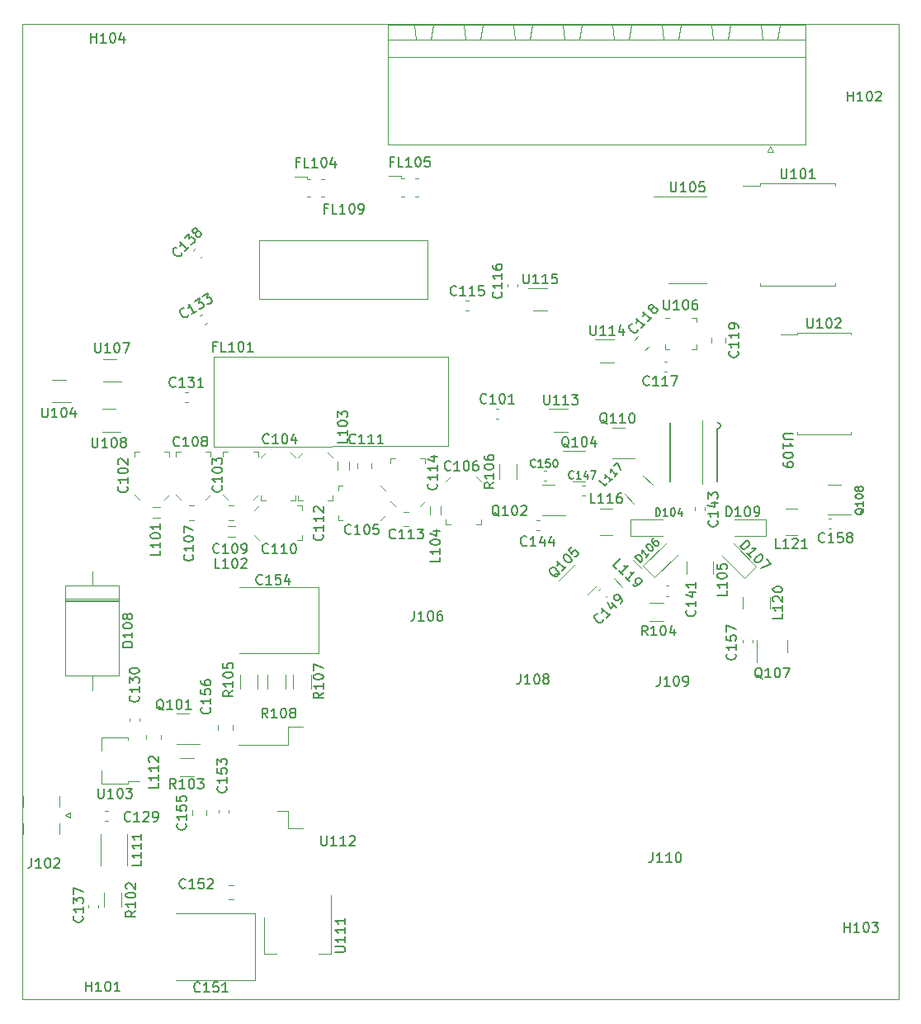
<source format=gbr>
%TF.GenerationSoftware,KiCad,Pcbnew,(7.0.0-0)*%
%TF.CreationDate,2023-05-05T15:08:26+02:00*%
%TF.ProjectId,Filter-forest-v3,46696c74-6572-42d6-966f-726573742d76,rev?*%
%TF.SameCoordinates,Original*%
%TF.FileFunction,Legend,Top*%
%TF.FilePolarity,Positive*%
%FSLAX46Y46*%
G04 Gerber Fmt 4.6, Leading zero omitted, Abs format (unit mm)*
G04 Created by KiCad (PCBNEW (7.0.0-0)) date 2023-05-05 15:08:26*
%MOMM*%
%LPD*%
G01*
G04 APERTURE LIST*
%ADD10C,0.150000*%
%ADD11C,0.120000*%
%ADD12C,0.010000*%
%TA.AperFunction,Profile*%
%ADD13C,0.100000*%
%TD*%
G04 APERTURE END LIST*
D10*
%TO.C,U106*%
X142035714Y-58257380D02*
X142035714Y-59066904D01*
X142035714Y-59066904D02*
X142083333Y-59162142D01*
X142083333Y-59162142D02*
X142130952Y-59209761D01*
X142130952Y-59209761D02*
X142226190Y-59257380D01*
X142226190Y-59257380D02*
X142416666Y-59257380D01*
X142416666Y-59257380D02*
X142511904Y-59209761D01*
X142511904Y-59209761D02*
X142559523Y-59162142D01*
X142559523Y-59162142D02*
X142607142Y-59066904D01*
X142607142Y-59066904D02*
X142607142Y-58257380D01*
X143607142Y-59257380D02*
X143035714Y-59257380D01*
X143321428Y-59257380D02*
X143321428Y-58257380D01*
X143321428Y-58257380D02*
X143226190Y-58400238D01*
X143226190Y-58400238D02*
X143130952Y-58495476D01*
X143130952Y-58495476D02*
X143035714Y-58543095D01*
X144226190Y-58257380D02*
X144321428Y-58257380D01*
X144321428Y-58257380D02*
X144416666Y-58305000D01*
X144416666Y-58305000D02*
X144464285Y-58352619D01*
X144464285Y-58352619D02*
X144511904Y-58447857D01*
X144511904Y-58447857D02*
X144559523Y-58638333D01*
X144559523Y-58638333D02*
X144559523Y-58876428D01*
X144559523Y-58876428D02*
X144511904Y-59066904D01*
X144511904Y-59066904D02*
X144464285Y-59162142D01*
X144464285Y-59162142D02*
X144416666Y-59209761D01*
X144416666Y-59209761D02*
X144321428Y-59257380D01*
X144321428Y-59257380D02*
X144226190Y-59257380D01*
X144226190Y-59257380D02*
X144130952Y-59209761D01*
X144130952Y-59209761D02*
X144083333Y-59162142D01*
X144083333Y-59162142D02*
X144035714Y-59066904D01*
X144035714Y-59066904D02*
X143988095Y-58876428D01*
X143988095Y-58876428D02*
X143988095Y-58638333D01*
X143988095Y-58638333D02*
X144035714Y-58447857D01*
X144035714Y-58447857D02*
X144083333Y-58352619D01*
X144083333Y-58352619D02*
X144130952Y-58305000D01*
X144130952Y-58305000D02*
X144226190Y-58257380D01*
X145416666Y-58257380D02*
X145226190Y-58257380D01*
X145226190Y-58257380D02*
X145130952Y-58305000D01*
X145130952Y-58305000D02*
X145083333Y-58352619D01*
X145083333Y-58352619D02*
X144988095Y-58495476D01*
X144988095Y-58495476D02*
X144940476Y-58685952D01*
X144940476Y-58685952D02*
X144940476Y-59066904D01*
X144940476Y-59066904D02*
X144988095Y-59162142D01*
X144988095Y-59162142D02*
X145035714Y-59209761D01*
X145035714Y-59209761D02*
X145130952Y-59257380D01*
X145130952Y-59257380D02*
X145321428Y-59257380D01*
X145321428Y-59257380D02*
X145416666Y-59209761D01*
X145416666Y-59209761D02*
X145464285Y-59162142D01*
X145464285Y-59162142D02*
X145511904Y-59066904D01*
X145511904Y-59066904D02*
X145511904Y-58828809D01*
X145511904Y-58828809D02*
X145464285Y-58733571D01*
X145464285Y-58733571D02*
X145416666Y-58685952D01*
X145416666Y-58685952D02*
X145321428Y-58638333D01*
X145321428Y-58638333D02*
X145130952Y-58638333D01*
X145130952Y-58638333D02*
X145035714Y-58685952D01*
X145035714Y-58685952D02*
X144988095Y-58733571D01*
X144988095Y-58733571D02*
X144940476Y-58828809D01*
%TO.C,C119*%
X149592142Y-63509047D02*
X149639761Y-63556666D01*
X149639761Y-63556666D02*
X149687380Y-63699523D01*
X149687380Y-63699523D02*
X149687380Y-63794761D01*
X149687380Y-63794761D02*
X149639761Y-63937618D01*
X149639761Y-63937618D02*
X149544523Y-64032856D01*
X149544523Y-64032856D02*
X149449285Y-64080475D01*
X149449285Y-64080475D02*
X149258809Y-64128094D01*
X149258809Y-64128094D02*
X149115952Y-64128094D01*
X149115952Y-64128094D02*
X148925476Y-64080475D01*
X148925476Y-64080475D02*
X148830238Y-64032856D01*
X148830238Y-64032856D02*
X148735000Y-63937618D01*
X148735000Y-63937618D02*
X148687380Y-63794761D01*
X148687380Y-63794761D02*
X148687380Y-63699523D01*
X148687380Y-63699523D02*
X148735000Y-63556666D01*
X148735000Y-63556666D02*
X148782619Y-63509047D01*
X149687380Y-62556666D02*
X149687380Y-63128094D01*
X149687380Y-62842380D02*
X148687380Y-62842380D01*
X148687380Y-62842380D02*
X148830238Y-62937618D01*
X148830238Y-62937618D02*
X148925476Y-63032856D01*
X148925476Y-63032856D02*
X148973095Y-63128094D01*
X149687380Y-61604285D02*
X149687380Y-62175713D01*
X149687380Y-61889999D02*
X148687380Y-61889999D01*
X148687380Y-61889999D02*
X148830238Y-61985237D01*
X148830238Y-61985237D02*
X148925476Y-62080475D01*
X148925476Y-62080475D02*
X148973095Y-62175713D01*
X149687380Y-61128094D02*
X149687380Y-60937618D01*
X149687380Y-60937618D02*
X149639761Y-60842380D01*
X149639761Y-60842380D02*
X149592142Y-60794761D01*
X149592142Y-60794761D02*
X149449285Y-60699523D01*
X149449285Y-60699523D02*
X149258809Y-60651904D01*
X149258809Y-60651904D02*
X148877857Y-60651904D01*
X148877857Y-60651904D02*
X148782619Y-60699523D01*
X148782619Y-60699523D02*
X148735000Y-60747142D01*
X148735000Y-60747142D02*
X148687380Y-60842380D01*
X148687380Y-60842380D02*
X148687380Y-61032856D01*
X148687380Y-61032856D02*
X148735000Y-61128094D01*
X148735000Y-61128094D02*
X148782619Y-61175713D01*
X148782619Y-61175713D02*
X148877857Y-61223332D01*
X148877857Y-61223332D02*
X149115952Y-61223332D01*
X149115952Y-61223332D02*
X149211190Y-61175713D01*
X149211190Y-61175713D02*
X149258809Y-61128094D01*
X149258809Y-61128094D02*
X149306428Y-61032856D01*
X149306428Y-61032856D02*
X149306428Y-60842380D01*
X149306428Y-60842380D02*
X149258809Y-60747142D01*
X149258809Y-60747142D02*
X149211190Y-60699523D01*
X149211190Y-60699523D02*
X149115952Y-60651904D01*
%TO.C,C118*%
X139391148Y-61283719D02*
X139391148Y-61351063D01*
X139391148Y-61351063D02*
X139323804Y-61485750D01*
X139323804Y-61485750D02*
X139256461Y-61553093D01*
X139256461Y-61553093D02*
X139121774Y-61620437D01*
X139121774Y-61620437D02*
X138987087Y-61620437D01*
X138987087Y-61620437D02*
X138886071Y-61586765D01*
X138886071Y-61586765D02*
X138717713Y-61485750D01*
X138717713Y-61485750D02*
X138616697Y-61384735D01*
X138616697Y-61384735D02*
X138515682Y-61216376D01*
X138515682Y-61216376D02*
X138482010Y-61115361D01*
X138482010Y-61115361D02*
X138482010Y-60980674D01*
X138482010Y-60980674D02*
X138549354Y-60845987D01*
X138549354Y-60845987D02*
X138616697Y-60778643D01*
X138616697Y-60778643D02*
X138751384Y-60711300D01*
X138751384Y-60711300D02*
X138818728Y-60711300D01*
X140131926Y-60677628D02*
X139727865Y-61081689D01*
X139929896Y-60879658D02*
X139222789Y-60172552D01*
X139222789Y-60172552D02*
X139256461Y-60340910D01*
X139256461Y-60340910D02*
X139256461Y-60475597D01*
X139256461Y-60475597D02*
X139222789Y-60576613D01*
X140805361Y-60004193D02*
X140401300Y-60408254D01*
X140603331Y-60206223D02*
X139896224Y-59499117D01*
X139896224Y-59499117D02*
X139929896Y-59667475D01*
X139929896Y-59667475D02*
X139929896Y-59802162D01*
X139929896Y-59802162D02*
X139896224Y-59903178D01*
X140805361Y-59196071D02*
X140704346Y-59229743D01*
X140704346Y-59229743D02*
X140637003Y-59229743D01*
X140637003Y-59229743D02*
X140535987Y-59196071D01*
X140535987Y-59196071D02*
X140502316Y-59162399D01*
X140502316Y-59162399D02*
X140468644Y-59061384D01*
X140468644Y-59061384D02*
X140468644Y-58994040D01*
X140468644Y-58994040D02*
X140502316Y-58893025D01*
X140502316Y-58893025D02*
X140637003Y-58758338D01*
X140637003Y-58758338D02*
X140738018Y-58724666D01*
X140738018Y-58724666D02*
X140805361Y-58724666D01*
X140805361Y-58724666D02*
X140906377Y-58758338D01*
X140906377Y-58758338D02*
X140940048Y-58792010D01*
X140940048Y-58792010D02*
X140973720Y-58893025D01*
X140973720Y-58893025D02*
X140973720Y-58960368D01*
X140973720Y-58960368D02*
X140940048Y-59061384D01*
X140940048Y-59061384D02*
X140805361Y-59196071D01*
X140805361Y-59196071D02*
X140771690Y-59297086D01*
X140771690Y-59297086D02*
X140771690Y-59364430D01*
X140771690Y-59364430D02*
X140805361Y-59465445D01*
X140805361Y-59465445D02*
X140940048Y-59600132D01*
X140940048Y-59600132D02*
X141041064Y-59633804D01*
X141041064Y-59633804D02*
X141108407Y-59633804D01*
X141108407Y-59633804D02*
X141209422Y-59600132D01*
X141209422Y-59600132D02*
X141344109Y-59465445D01*
X141344109Y-59465445D02*
X141377781Y-59364430D01*
X141377781Y-59364430D02*
X141377781Y-59297086D01*
X141377781Y-59297086D02*
X141344109Y-59196071D01*
X141344109Y-59196071D02*
X141209422Y-59061384D01*
X141209422Y-59061384D02*
X141108407Y-59027712D01*
X141108407Y-59027712D02*
X141041064Y-59027712D01*
X141041064Y-59027712D02*
X140940048Y-59061384D01*
%TO.C,C117*%
X140530952Y-66952142D02*
X140483333Y-66999761D01*
X140483333Y-66999761D02*
X140340476Y-67047380D01*
X140340476Y-67047380D02*
X140245238Y-67047380D01*
X140245238Y-67047380D02*
X140102381Y-66999761D01*
X140102381Y-66999761D02*
X140007143Y-66904523D01*
X140007143Y-66904523D02*
X139959524Y-66809285D01*
X139959524Y-66809285D02*
X139911905Y-66618809D01*
X139911905Y-66618809D02*
X139911905Y-66475952D01*
X139911905Y-66475952D02*
X139959524Y-66285476D01*
X139959524Y-66285476D02*
X140007143Y-66190238D01*
X140007143Y-66190238D02*
X140102381Y-66095000D01*
X140102381Y-66095000D02*
X140245238Y-66047380D01*
X140245238Y-66047380D02*
X140340476Y-66047380D01*
X140340476Y-66047380D02*
X140483333Y-66095000D01*
X140483333Y-66095000D02*
X140530952Y-66142619D01*
X141483333Y-67047380D02*
X140911905Y-67047380D01*
X141197619Y-67047380D02*
X141197619Y-66047380D01*
X141197619Y-66047380D02*
X141102381Y-66190238D01*
X141102381Y-66190238D02*
X141007143Y-66285476D01*
X141007143Y-66285476D02*
X140911905Y-66333095D01*
X142435714Y-67047380D02*
X141864286Y-67047380D01*
X142150000Y-67047380D02*
X142150000Y-66047380D01*
X142150000Y-66047380D02*
X142054762Y-66190238D01*
X142054762Y-66190238D02*
X141959524Y-66285476D01*
X141959524Y-66285476D02*
X141864286Y-66333095D01*
X142769048Y-66047380D02*
X143435714Y-66047380D01*
X143435714Y-66047380D02*
X143007143Y-67047380D01*
%TO.C,L111*%
X88447380Y-115769047D02*
X88447380Y-116245237D01*
X88447380Y-116245237D02*
X87447380Y-116245237D01*
X88447380Y-114911904D02*
X88447380Y-115483332D01*
X88447380Y-115197618D02*
X87447380Y-115197618D01*
X87447380Y-115197618D02*
X87590238Y-115292856D01*
X87590238Y-115292856D02*
X87685476Y-115388094D01*
X87685476Y-115388094D02*
X87733095Y-115483332D01*
X88447380Y-113959523D02*
X88447380Y-114530951D01*
X88447380Y-114245237D02*
X87447380Y-114245237D01*
X87447380Y-114245237D02*
X87590238Y-114340475D01*
X87590238Y-114340475D02*
X87685476Y-114435713D01*
X87685476Y-114435713D02*
X87733095Y-114530951D01*
X88447380Y-113007142D02*
X88447380Y-113578570D01*
X88447380Y-113292856D02*
X87447380Y-113292856D01*
X87447380Y-113292856D02*
X87590238Y-113388094D01*
X87590238Y-113388094D02*
X87685476Y-113483332D01*
X87685476Y-113483332D02*
X87733095Y-113578570D01*
%TO.C,L116*%
X134988452Y-79087380D02*
X134512262Y-79087380D01*
X134512262Y-79087380D02*
X134512262Y-78087380D01*
X135845595Y-79087380D02*
X135274167Y-79087380D01*
X135559881Y-79087380D02*
X135559881Y-78087380D01*
X135559881Y-78087380D02*
X135464643Y-78230238D01*
X135464643Y-78230238D02*
X135369405Y-78325476D01*
X135369405Y-78325476D02*
X135274167Y-78373095D01*
X136797976Y-79087380D02*
X136226548Y-79087380D01*
X136512262Y-79087380D02*
X136512262Y-78087380D01*
X136512262Y-78087380D02*
X136417024Y-78230238D01*
X136417024Y-78230238D02*
X136321786Y-78325476D01*
X136321786Y-78325476D02*
X136226548Y-78373095D01*
X137655119Y-78087380D02*
X137464643Y-78087380D01*
X137464643Y-78087380D02*
X137369405Y-78135000D01*
X137369405Y-78135000D02*
X137321786Y-78182619D01*
X137321786Y-78182619D02*
X137226548Y-78325476D01*
X137226548Y-78325476D02*
X137178929Y-78515952D01*
X137178929Y-78515952D02*
X137178929Y-78896904D01*
X137178929Y-78896904D02*
X137226548Y-78992142D01*
X137226548Y-78992142D02*
X137274167Y-79039761D01*
X137274167Y-79039761D02*
X137369405Y-79087380D01*
X137369405Y-79087380D02*
X137559881Y-79087380D01*
X137559881Y-79087380D02*
X137655119Y-79039761D01*
X137655119Y-79039761D02*
X137702738Y-78992142D01*
X137702738Y-78992142D02*
X137750357Y-78896904D01*
X137750357Y-78896904D02*
X137750357Y-78658809D01*
X137750357Y-78658809D02*
X137702738Y-78563571D01*
X137702738Y-78563571D02*
X137655119Y-78515952D01*
X137655119Y-78515952D02*
X137559881Y-78468333D01*
X137559881Y-78468333D02*
X137369405Y-78468333D01*
X137369405Y-78468333D02*
X137274167Y-78515952D01*
X137274167Y-78515952D02*
X137226548Y-78563571D01*
X137226548Y-78563571D02*
X137178929Y-78658809D01*
%TO.C,L119*%
X137208936Y-85828491D02*
X136872218Y-85491774D01*
X136872218Y-85491774D02*
X137579325Y-84784667D01*
X137815028Y-86434583D02*
X137410967Y-86030522D01*
X137612997Y-86232552D02*
X138320104Y-85525446D01*
X138320104Y-85525446D02*
X138151745Y-85559117D01*
X138151745Y-85559117D02*
X138017058Y-85559117D01*
X138017058Y-85559117D02*
X137916043Y-85525446D01*
X138488463Y-87108018D02*
X138084402Y-86703957D01*
X138286432Y-86905987D02*
X138993539Y-86198881D01*
X138993539Y-86198881D02*
X138825180Y-86232552D01*
X138825180Y-86232552D02*
X138690493Y-86232552D01*
X138690493Y-86232552D02*
X138589478Y-86198881D01*
X138825180Y-87444735D02*
X138959867Y-87579422D01*
X138959867Y-87579422D02*
X139060883Y-87613094D01*
X139060883Y-87613094D02*
X139128226Y-87613094D01*
X139128226Y-87613094D02*
X139296585Y-87579422D01*
X139296585Y-87579422D02*
X139464944Y-87478407D01*
X139464944Y-87478407D02*
X139734318Y-87209033D01*
X139734318Y-87209033D02*
X139767989Y-87108018D01*
X139767989Y-87108018D02*
X139767989Y-87040674D01*
X139767989Y-87040674D02*
X139734318Y-86939659D01*
X139734318Y-86939659D02*
X139599631Y-86804972D01*
X139599631Y-86804972D02*
X139498615Y-86771300D01*
X139498615Y-86771300D02*
X139431272Y-86771300D01*
X139431272Y-86771300D02*
X139330257Y-86804972D01*
X139330257Y-86804972D02*
X139161898Y-86973331D01*
X139161898Y-86973331D02*
X139128226Y-87074346D01*
X139128226Y-87074346D02*
X139128226Y-87141690D01*
X139128226Y-87141690D02*
X139161898Y-87242705D01*
X139161898Y-87242705D02*
X139296585Y-87377392D01*
X139296585Y-87377392D02*
X139397600Y-87411064D01*
X139397600Y-87411064D02*
X139464944Y-87411064D01*
X139464944Y-87411064D02*
X139565959Y-87377392D01*
%TO.C,L105*%
X148497380Y-88059047D02*
X148497380Y-88535237D01*
X148497380Y-88535237D02*
X147497380Y-88535237D01*
X148497380Y-87201904D02*
X148497380Y-87773332D01*
X148497380Y-87487618D02*
X147497380Y-87487618D01*
X147497380Y-87487618D02*
X147640238Y-87582856D01*
X147640238Y-87582856D02*
X147735476Y-87678094D01*
X147735476Y-87678094D02*
X147783095Y-87773332D01*
X147497380Y-86582856D02*
X147497380Y-86487618D01*
X147497380Y-86487618D02*
X147545000Y-86392380D01*
X147545000Y-86392380D02*
X147592619Y-86344761D01*
X147592619Y-86344761D02*
X147687857Y-86297142D01*
X147687857Y-86297142D02*
X147878333Y-86249523D01*
X147878333Y-86249523D02*
X148116428Y-86249523D01*
X148116428Y-86249523D02*
X148306904Y-86297142D01*
X148306904Y-86297142D02*
X148402142Y-86344761D01*
X148402142Y-86344761D02*
X148449761Y-86392380D01*
X148449761Y-86392380D02*
X148497380Y-86487618D01*
X148497380Y-86487618D02*
X148497380Y-86582856D01*
X148497380Y-86582856D02*
X148449761Y-86678094D01*
X148449761Y-86678094D02*
X148402142Y-86725713D01*
X148402142Y-86725713D02*
X148306904Y-86773332D01*
X148306904Y-86773332D02*
X148116428Y-86820951D01*
X148116428Y-86820951D02*
X147878333Y-86820951D01*
X147878333Y-86820951D02*
X147687857Y-86773332D01*
X147687857Y-86773332D02*
X147592619Y-86725713D01*
X147592619Y-86725713D02*
X147545000Y-86678094D01*
X147545000Y-86678094D02*
X147497380Y-86582856D01*
X147497380Y-85344761D02*
X147497380Y-85820951D01*
X147497380Y-85820951D02*
X147973571Y-85868570D01*
X147973571Y-85868570D02*
X147925952Y-85820951D01*
X147925952Y-85820951D02*
X147878333Y-85725713D01*
X147878333Y-85725713D02*
X147878333Y-85487618D01*
X147878333Y-85487618D02*
X147925952Y-85392380D01*
X147925952Y-85392380D02*
X147973571Y-85344761D01*
X147973571Y-85344761D02*
X148068809Y-85297142D01*
X148068809Y-85297142D02*
X148306904Y-85297142D01*
X148306904Y-85297142D02*
X148402142Y-85344761D01*
X148402142Y-85344761D02*
X148449761Y-85392380D01*
X148449761Y-85392380D02*
X148497380Y-85487618D01*
X148497380Y-85487618D02*
X148497380Y-85725713D01*
X148497380Y-85725713D02*
X148449761Y-85820951D01*
X148449761Y-85820951D02*
X148402142Y-85868570D01*
%TO.C,L121*%
X153980952Y-83697380D02*
X153504762Y-83697380D01*
X153504762Y-83697380D02*
X153504762Y-82697380D01*
X154838095Y-83697380D02*
X154266667Y-83697380D01*
X154552381Y-83697380D02*
X154552381Y-82697380D01*
X154552381Y-82697380D02*
X154457143Y-82840238D01*
X154457143Y-82840238D02*
X154361905Y-82935476D01*
X154361905Y-82935476D02*
X154266667Y-82983095D01*
X155219048Y-82792619D02*
X155266667Y-82745000D01*
X155266667Y-82745000D02*
X155361905Y-82697380D01*
X155361905Y-82697380D02*
X155600000Y-82697380D01*
X155600000Y-82697380D02*
X155695238Y-82745000D01*
X155695238Y-82745000D02*
X155742857Y-82792619D01*
X155742857Y-82792619D02*
X155790476Y-82887857D01*
X155790476Y-82887857D02*
X155790476Y-82983095D01*
X155790476Y-82983095D02*
X155742857Y-83125952D01*
X155742857Y-83125952D02*
X155171429Y-83697380D01*
X155171429Y-83697380D02*
X155790476Y-83697380D01*
X156742857Y-83697380D02*
X156171429Y-83697380D01*
X156457143Y-83697380D02*
X156457143Y-82697380D01*
X156457143Y-82697380D02*
X156361905Y-82840238D01*
X156361905Y-82840238D02*
X156266667Y-82935476D01*
X156266667Y-82935476D02*
X156171429Y-82983095D01*
%TO.C,L120*%
X154217380Y-90419047D02*
X154217380Y-90895237D01*
X154217380Y-90895237D02*
X153217380Y-90895237D01*
X154217380Y-89561904D02*
X154217380Y-90133332D01*
X154217380Y-89847618D02*
X153217380Y-89847618D01*
X153217380Y-89847618D02*
X153360238Y-89942856D01*
X153360238Y-89942856D02*
X153455476Y-90038094D01*
X153455476Y-90038094D02*
X153503095Y-90133332D01*
X153312619Y-89180951D02*
X153265000Y-89133332D01*
X153265000Y-89133332D02*
X153217380Y-89038094D01*
X153217380Y-89038094D02*
X153217380Y-88799999D01*
X153217380Y-88799999D02*
X153265000Y-88704761D01*
X153265000Y-88704761D02*
X153312619Y-88657142D01*
X153312619Y-88657142D02*
X153407857Y-88609523D01*
X153407857Y-88609523D02*
X153503095Y-88609523D01*
X153503095Y-88609523D02*
X153645952Y-88657142D01*
X153645952Y-88657142D02*
X154217380Y-89228570D01*
X154217380Y-89228570D02*
X154217380Y-88609523D01*
X153217380Y-87990475D02*
X153217380Y-87895237D01*
X153217380Y-87895237D02*
X153265000Y-87799999D01*
X153265000Y-87799999D02*
X153312619Y-87752380D01*
X153312619Y-87752380D02*
X153407857Y-87704761D01*
X153407857Y-87704761D02*
X153598333Y-87657142D01*
X153598333Y-87657142D02*
X153836428Y-87657142D01*
X153836428Y-87657142D02*
X154026904Y-87704761D01*
X154026904Y-87704761D02*
X154122142Y-87752380D01*
X154122142Y-87752380D02*
X154169761Y-87799999D01*
X154169761Y-87799999D02*
X154217380Y-87895237D01*
X154217380Y-87895237D02*
X154217380Y-87990475D01*
X154217380Y-87990475D02*
X154169761Y-88085713D01*
X154169761Y-88085713D02*
X154122142Y-88133332D01*
X154122142Y-88133332D02*
X154026904Y-88180951D01*
X154026904Y-88180951D02*
X153836428Y-88228570D01*
X153836428Y-88228570D02*
X153598333Y-88228570D01*
X153598333Y-88228570D02*
X153407857Y-88180951D01*
X153407857Y-88180951D02*
X153312619Y-88133332D01*
X153312619Y-88133332D02*
X153265000Y-88085713D01*
X153265000Y-88085713D02*
X153217380Y-87990475D01*
%TO.C,C109*%
X96400952Y-84142142D02*
X96353333Y-84189761D01*
X96353333Y-84189761D02*
X96210476Y-84237380D01*
X96210476Y-84237380D02*
X96115238Y-84237380D01*
X96115238Y-84237380D02*
X95972381Y-84189761D01*
X95972381Y-84189761D02*
X95877143Y-84094523D01*
X95877143Y-84094523D02*
X95829524Y-83999285D01*
X95829524Y-83999285D02*
X95781905Y-83808809D01*
X95781905Y-83808809D02*
X95781905Y-83665952D01*
X95781905Y-83665952D02*
X95829524Y-83475476D01*
X95829524Y-83475476D02*
X95877143Y-83380238D01*
X95877143Y-83380238D02*
X95972381Y-83285000D01*
X95972381Y-83285000D02*
X96115238Y-83237380D01*
X96115238Y-83237380D02*
X96210476Y-83237380D01*
X96210476Y-83237380D02*
X96353333Y-83285000D01*
X96353333Y-83285000D02*
X96400952Y-83332619D01*
X97353333Y-84237380D02*
X96781905Y-84237380D01*
X97067619Y-84237380D02*
X97067619Y-83237380D01*
X97067619Y-83237380D02*
X96972381Y-83380238D01*
X96972381Y-83380238D02*
X96877143Y-83475476D01*
X96877143Y-83475476D02*
X96781905Y-83523095D01*
X97972381Y-83237380D02*
X98067619Y-83237380D01*
X98067619Y-83237380D02*
X98162857Y-83285000D01*
X98162857Y-83285000D02*
X98210476Y-83332619D01*
X98210476Y-83332619D02*
X98258095Y-83427857D01*
X98258095Y-83427857D02*
X98305714Y-83618333D01*
X98305714Y-83618333D02*
X98305714Y-83856428D01*
X98305714Y-83856428D02*
X98258095Y-84046904D01*
X98258095Y-84046904D02*
X98210476Y-84142142D01*
X98210476Y-84142142D02*
X98162857Y-84189761D01*
X98162857Y-84189761D02*
X98067619Y-84237380D01*
X98067619Y-84237380D02*
X97972381Y-84237380D01*
X97972381Y-84237380D02*
X97877143Y-84189761D01*
X97877143Y-84189761D02*
X97829524Y-84142142D01*
X97829524Y-84142142D02*
X97781905Y-84046904D01*
X97781905Y-84046904D02*
X97734286Y-83856428D01*
X97734286Y-83856428D02*
X97734286Y-83618333D01*
X97734286Y-83618333D02*
X97781905Y-83427857D01*
X97781905Y-83427857D02*
X97829524Y-83332619D01*
X97829524Y-83332619D02*
X97877143Y-83285000D01*
X97877143Y-83285000D02*
X97972381Y-83237380D01*
X98781905Y-84237380D02*
X98972381Y-84237380D01*
X98972381Y-84237380D02*
X99067619Y-84189761D01*
X99067619Y-84189761D02*
X99115238Y-84142142D01*
X99115238Y-84142142D02*
X99210476Y-83999285D01*
X99210476Y-83999285D02*
X99258095Y-83808809D01*
X99258095Y-83808809D02*
X99258095Y-83427857D01*
X99258095Y-83427857D02*
X99210476Y-83332619D01*
X99210476Y-83332619D02*
X99162857Y-83285000D01*
X99162857Y-83285000D02*
X99067619Y-83237380D01*
X99067619Y-83237380D02*
X98877143Y-83237380D01*
X98877143Y-83237380D02*
X98781905Y-83285000D01*
X98781905Y-83285000D02*
X98734286Y-83332619D01*
X98734286Y-83332619D02*
X98686667Y-83427857D01*
X98686667Y-83427857D02*
X98686667Y-83665952D01*
X98686667Y-83665952D02*
X98734286Y-83761190D01*
X98734286Y-83761190D02*
X98781905Y-83808809D01*
X98781905Y-83808809D02*
X98877143Y-83856428D01*
X98877143Y-83856428D02*
X99067619Y-83856428D01*
X99067619Y-83856428D02*
X99162857Y-83808809D01*
X99162857Y-83808809D02*
X99210476Y-83761190D01*
X99210476Y-83761190D02*
X99258095Y-83665952D01*
%TO.C,C107*%
X93682142Y-84369047D02*
X93729761Y-84416666D01*
X93729761Y-84416666D02*
X93777380Y-84559523D01*
X93777380Y-84559523D02*
X93777380Y-84654761D01*
X93777380Y-84654761D02*
X93729761Y-84797618D01*
X93729761Y-84797618D02*
X93634523Y-84892856D01*
X93634523Y-84892856D02*
X93539285Y-84940475D01*
X93539285Y-84940475D02*
X93348809Y-84988094D01*
X93348809Y-84988094D02*
X93205952Y-84988094D01*
X93205952Y-84988094D02*
X93015476Y-84940475D01*
X93015476Y-84940475D02*
X92920238Y-84892856D01*
X92920238Y-84892856D02*
X92825000Y-84797618D01*
X92825000Y-84797618D02*
X92777380Y-84654761D01*
X92777380Y-84654761D02*
X92777380Y-84559523D01*
X92777380Y-84559523D02*
X92825000Y-84416666D01*
X92825000Y-84416666D02*
X92872619Y-84369047D01*
X93777380Y-83416666D02*
X93777380Y-83988094D01*
X93777380Y-83702380D02*
X92777380Y-83702380D01*
X92777380Y-83702380D02*
X92920238Y-83797618D01*
X92920238Y-83797618D02*
X93015476Y-83892856D01*
X93015476Y-83892856D02*
X93063095Y-83988094D01*
X92777380Y-82797618D02*
X92777380Y-82702380D01*
X92777380Y-82702380D02*
X92825000Y-82607142D01*
X92825000Y-82607142D02*
X92872619Y-82559523D01*
X92872619Y-82559523D02*
X92967857Y-82511904D01*
X92967857Y-82511904D02*
X93158333Y-82464285D01*
X93158333Y-82464285D02*
X93396428Y-82464285D01*
X93396428Y-82464285D02*
X93586904Y-82511904D01*
X93586904Y-82511904D02*
X93682142Y-82559523D01*
X93682142Y-82559523D02*
X93729761Y-82607142D01*
X93729761Y-82607142D02*
X93777380Y-82702380D01*
X93777380Y-82702380D02*
X93777380Y-82797618D01*
X93777380Y-82797618D02*
X93729761Y-82892856D01*
X93729761Y-82892856D02*
X93682142Y-82940475D01*
X93682142Y-82940475D02*
X93586904Y-82988094D01*
X93586904Y-82988094D02*
X93396428Y-83035713D01*
X93396428Y-83035713D02*
X93158333Y-83035713D01*
X93158333Y-83035713D02*
X92967857Y-82988094D01*
X92967857Y-82988094D02*
X92872619Y-82940475D01*
X92872619Y-82940475D02*
X92825000Y-82892856D01*
X92825000Y-82892856D02*
X92777380Y-82797618D01*
X92777380Y-82130951D02*
X92777380Y-81464285D01*
X92777380Y-81464285D02*
X93777380Y-81892856D01*
%TO.C,U107*%
X83675714Y-62647380D02*
X83675714Y-63456904D01*
X83675714Y-63456904D02*
X83723333Y-63552142D01*
X83723333Y-63552142D02*
X83770952Y-63599761D01*
X83770952Y-63599761D02*
X83866190Y-63647380D01*
X83866190Y-63647380D02*
X84056666Y-63647380D01*
X84056666Y-63647380D02*
X84151904Y-63599761D01*
X84151904Y-63599761D02*
X84199523Y-63552142D01*
X84199523Y-63552142D02*
X84247142Y-63456904D01*
X84247142Y-63456904D02*
X84247142Y-62647380D01*
X85247142Y-63647380D02*
X84675714Y-63647380D01*
X84961428Y-63647380D02*
X84961428Y-62647380D01*
X84961428Y-62647380D02*
X84866190Y-62790238D01*
X84866190Y-62790238D02*
X84770952Y-62885476D01*
X84770952Y-62885476D02*
X84675714Y-62933095D01*
X85866190Y-62647380D02*
X85961428Y-62647380D01*
X85961428Y-62647380D02*
X86056666Y-62695000D01*
X86056666Y-62695000D02*
X86104285Y-62742619D01*
X86104285Y-62742619D02*
X86151904Y-62837857D01*
X86151904Y-62837857D02*
X86199523Y-63028333D01*
X86199523Y-63028333D02*
X86199523Y-63266428D01*
X86199523Y-63266428D02*
X86151904Y-63456904D01*
X86151904Y-63456904D02*
X86104285Y-63552142D01*
X86104285Y-63552142D02*
X86056666Y-63599761D01*
X86056666Y-63599761D02*
X85961428Y-63647380D01*
X85961428Y-63647380D02*
X85866190Y-63647380D01*
X85866190Y-63647380D02*
X85770952Y-63599761D01*
X85770952Y-63599761D02*
X85723333Y-63552142D01*
X85723333Y-63552142D02*
X85675714Y-63456904D01*
X85675714Y-63456904D02*
X85628095Y-63266428D01*
X85628095Y-63266428D02*
X85628095Y-63028333D01*
X85628095Y-63028333D02*
X85675714Y-62837857D01*
X85675714Y-62837857D02*
X85723333Y-62742619D01*
X85723333Y-62742619D02*
X85770952Y-62695000D01*
X85770952Y-62695000D02*
X85866190Y-62647380D01*
X86532857Y-62647380D02*
X87199523Y-62647380D01*
X87199523Y-62647380D02*
X86770952Y-63647380D01*
%TO.C,R106*%
X124587380Y-76979047D02*
X124111190Y-77312380D01*
X124587380Y-77550475D02*
X123587380Y-77550475D01*
X123587380Y-77550475D02*
X123587380Y-77169523D01*
X123587380Y-77169523D02*
X123635000Y-77074285D01*
X123635000Y-77074285D02*
X123682619Y-77026666D01*
X123682619Y-77026666D02*
X123777857Y-76979047D01*
X123777857Y-76979047D02*
X123920714Y-76979047D01*
X123920714Y-76979047D02*
X124015952Y-77026666D01*
X124015952Y-77026666D02*
X124063571Y-77074285D01*
X124063571Y-77074285D02*
X124111190Y-77169523D01*
X124111190Y-77169523D02*
X124111190Y-77550475D01*
X124587380Y-76026666D02*
X124587380Y-76598094D01*
X124587380Y-76312380D02*
X123587380Y-76312380D01*
X123587380Y-76312380D02*
X123730238Y-76407618D01*
X123730238Y-76407618D02*
X123825476Y-76502856D01*
X123825476Y-76502856D02*
X123873095Y-76598094D01*
X123587380Y-75407618D02*
X123587380Y-75312380D01*
X123587380Y-75312380D02*
X123635000Y-75217142D01*
X123635000Y-75217142D02*
X123682619Y-75169523D01*
X123682619Y-75169523D02*
X123777857Y-75121904D01*
X123777857Y-75121904D02*
X123968333Y-75074285D01*
X123968333Y-75074285D02*
X124206428Y-75074285D01*
X124206428Y-75074285D02*
X124396904Y-75121904D01*
X124396904Y-75121904D02*
X124492142Y-75169523D01*
X124492142Y-75169523D02*
X124539761Y-75217142D01*
X124539761Y-75217142D02*
X124587380Y-75312380D01*
X124587380Y-75312380D02*
X124587380Y-75407618D01*
X124587380Y-75407618D02*
X124539761Y-75502856D01*
X124539761Y-75502856D02*
X124492142Y-75550475D01*
X124492142Y-75550475D02*
X124396904Y-75598094D01*
X124396904Y-75598094D02*
X124206428Y-75645713D01*
X124206428Y-75645713D02*
X123968333Y-75645713D01*
X123968333Y-75645713D02*
X123777857Y-75598094D01*
X123777857Y-75598094D02*
X123682619Y-75550475D01*
X123682619Y-75550475D02*
X123635000Y-75502856D01*
X123635000Y-75502856D02*
X123587380Y-75407618D01*
X123587380Y-74217142D02*
X123587380Y-74407618D01*
X123587380Y-74407618D02*
X123635000Y-74502856D01*
X123635000Y-74502856D02*
X123682619Y-74550475D01*
X123682619Y-74550475D02*
X123825476Y-74645713D01*
X123825476Y-74645713D02*
X124015952Y-74693332D01*
X124015952Y-74693332D02*
X124396904Y-74693332D01*
X124396904Y-74693332D02*
X124492142Y-74645713D01*
X124492142Y-74645713D02*
X124539761Y-74598094D01*
X124539761Y-74598094D02*
X124587380Y-74502856D01*
X124587380Y-74502856D02*
X124587380Y-74312380D01*
X124587380Y-74312380D02*
X124539761Y-74217142D01*
X124539761Y-74217142D02*
X124492142Y-74169523D01*
X124492142Y-74169523D02*
X124396904Y-74121904D01*
X124396904Y-74121904D02*
X124158809Y-74121904D01*
X124158809Y-74121904D02*
X124063571Y-74169523D01*
X124063571Y-74169523D02*
X124015952Y-74217142D01*
X124015952Y-74217142D02*
X123968333Y-74312380D01*
X123968333Y-74312380D02*
X123968333Y-74502856D01*
X123968333Y-74502856D02*
X124015952Y-74598094D01*
X124015952Y-74598094D02*
X124063571Y-74645713D01*
X124063571Y-74645713D02*
X124158809Y-74693332D01*
%TO.C,U105*%
X142735714Y-46177380D02*
X142735714Y-46986904D01*
X142735714Y-46986904D02*
X142783333Y-47082142D01*
X142783333Y-47082142D02*
X142830952Y-47129761D01*
X142830952Y-47129761D02*
X142926190Y-47177380D01*
X142926190Y-47177380D02*
X143116666Y-47177380D01*
X143116666Y-47177380D02*
X143211904Y-47129761D01*
X143211904Y-47129761D02*
X143259523Y-47082142D01*
X143259523Y-47082142D02*
X143307142Y-46986904D01*
X143307142Y-46986904D02*
X143307142Y-46177380D01*
X144307142Y-47177380D02*
X143735714Y-47177380D01*
X144021428Y-47177380D02*
X144021428Y-46177380D01*
X144021428Y-46177380D02*
X143926190Y-46320238D01*
X143926190Y-46320238D02*
X143830952Y-46415476D01*
X143830952Y-46415476D02*
X143735714Y-46463095D01*
X144926190Y-46177380D02*
X145021428Y-46177380D01*
X145021428Y-46177380D02*
X145116666Y-46225000D01*
X145116666Y-46225000D02*
X145164285Y-46272619D01*
X145164285Y-46272619D02*
X145211904Y-46367857D01*
X145211904Y-46367857D02*
X145259523Y-46558333D01*
X145259523Y-46558333D02*
X145259523Y-46796428D01*
X145259523Y-46796428D02*
X145211904Y-46986904D01*
X145211904Y-46986904D02*
X145164285Y-47082142D01*
X145164285Y-47082142D02*
X145116666Y-47129761D01*
X145116666Y-47129761D02*
X145021428Y-47177380D01*
X145021428Y-47177380D02*
X144926190Y-47177380D01*
X144926190Y-47177380D02*
X144830952Y-47129761D01*
X144830952Y-47129761D02*
X144783333Y-47082142D01*
X144783333Y-47082142D02*
X144735714Y-46986904D01*
X144735714Y-46986904D02*
X144688095Y-46796428D01*
X144688095Y-46796428D02*
X144688095Y-46558333D01*
X144688095Y-46558333D02*
X144735714Y-46367857D01*
X144735714Y-46367857D02*
X144783333Y-46272619D01*
X144783333Y-46272619D02*
X144830952Y-46225000D01*
X144830952Y-46225000D02*
X144926190Y-46177380D01*
X146164285Y-46177380D02*
X145688095Y-46177380D01*
X145688095Y-46177380D02*
X145640476Y-46653571D01*
X145640476Y-46653571D02*
X145688095Y-46605952D01*
X145688095Y-46605952D02*
X145783333Y-46558333D01*
X145783333Y-46558333D02*
X146021428Y-46558333D01*
X146021428Y-46558333D02*
X146116666Y-46605952D01*
X146116666Y-46605952D02*
X146164285Y-46653571D01*
X146164285Y-46653571D02*
X146211904Y-46748809D01*
X146211904Y-46748809D02*
X146211904Y-46986904D01*
X146211904Y-46986904D02*
X146164285Y-47082142D01*
X146164285Y-47082142D02*
X146116666Y-47129761D01*
X146116666Y-47129761D02*
X146021428Y-47177380D01*
X146021428Y-47177380D02*
X145783333Y-47177380D01*
X145783333Y-47177380D02*
X145688095Y-47129761D01*
X145688095Y-47129761D02*
X145640476Y-47082142D01*
%TO.C,D108*%
X87507380Y-93860475D02*
X86507380Y-93860475D01*
X86507380Y-93860475D02*
X86507380Y-93622380D01*
X86507380Y-93622380D02*
X86555000Y-93479523D01*
X86555000Y-93479523D02*
X86650238Y-93384285D01*
X86650238Y-93384285D02*
X86745476Y-93336666D01*
X86745476Y-93336666D02*
X86935952Y-93289047D01*
X86935952Y-93289047D02*
X87078809Y-93289047D01*
X87078809Y-93289047D02*
X87269285Y-93336666D01*
X87269285Y-93336666D02*
X87364523Y-93384285D01*
X87364523Y-93384285D02*
X87459761Y-93479523D01*
X87459761Y-93479523D02*
X87507380Y-93622380D01*
X87507380Y-93622380D02*
X87507380Y-93860475D01*
X87507380Y-92336666D02*
X87507380Y-92908094D01*
X87507380Y-92622380D02*
X86507380Y-92622380D01*
X86507380Y-92622380D02*
X86650238Y-92717618D01*
X86650238Y-92717618D02*
X86745476Y-92812856D01*
X86745476Y-92812856D02*
X86793095Y-92908094D01*
X86507380Y-91717618D02*
X86507380Y-91622380D01*
X86507380Y-91622380D02*
X86555000Y-91527142D01*
X86555000Y-91527142D02*
X86602619Y-91479523D01*
X86602619Y-91479523D02*
X86697857Y-91431904D01*
X86697857Y-91431904D02*
X86888333Y-91384285D01*
X86888333Y-91384285D02*
X87126428Y-91384285D01*
X87126428Y-91384285D02*
X87316904Y-91431904D01*
X87316904Y-91431904D02*
X87412142Y-91479523D01*
X87412142Y-91479523D02*
X87459761Y-91527142D01*
X87459761Y-91527142D02*
X87507380Y-91622380D01*
X87507380Y-91622380D02*
X87507380Y-91717618D01*
X87507380Y-91717618D02*
X87459761Y-91812856D01*
X87459761Y-91812856D02*
X87412142Y-91860475D01*
X87412142Y-91860475D02*
X87316904Y-91908094D01*
X87316904Y-91908094D02*
X87126428Y-91955713D01*
X87126428Y-91955713D02*
X86888333Y-91955713D01*
X86888333Y-91955713D02*
X86697857Y-91908094D01*
X86697857Y-91908094D02*
X86602619Y-91860475D01*
X86602619Y-91860475D02*
X86555000Y-91812856D01*
X86555000Y-91812856D02*
X86507380Y-91717618D01*
X86935952Y-90812856D02*
X86888333Y-90908094D01*
X86888333Y-90908094D02*
X86840714Y-90955713D01*
X86840714Y-90955713D02*
X86745476Y-91003332D01*
X86745476Y-91003332D02*
X86697857Y-91003332D01*
X86697857Y-91003332D02*
X86602619Y-90955713D01*
X86602619Y-90955713D02*
X86555000Y-90908094D01*
X86555000Y-90908094D02*
X86507380Y-90812856D01*
X86507380Y-90812856D02*
X86507380Y-90622380D01*
X86507380Y-90622380D02*
X86555000Y-90527142D01*
X86555000Y-90527142D02*
X86602619Y-90479523D01*
X86602619Y-90479523D02*
X86697857Y-90431904D01*
X86697857Y-90431904D02*
X86745476Y-90431904D01*
X86745476Y-90431904D02*
X86840714Y-90479523D01*
X86840714Y-90479523D02*
X86888333Y-90527142D01*
X86888333Y-90527142D02*
X86935952Y-90622380D01*
X86935952Y-90622380D02*
X86935952Y-90812856D01*
X86935952Y-90812856D02*
X86983571Y-90908094D01*
X86983571Y-90908094D02*
X87031190Y-90955713D01*
X87031190Y-90955713D02*
X87126428Y-91003332D01*
X87126428Y-91003332D02*
X87316904Y-91003332D01*
X87316904Y-91003332D02*
X87412142Y-90955713D01*
X87412142Y-90955713D02*
X87459761Y-90908094D01*
X87459761Y-90908094D02*
X87507380Y-90812856D01*
X87507380Y-90812856D02*
X87507380Y-90622380D01*
X87507380Y-90622380D02*
X87459761Y-90527142D01*
X87459761Y-90527142D02*
X87412142Y-90479523D01*
X87412142Y-90479523D02*
X87316904Y-90431904D01*
X87316904Y-90431904D02*
X87126428Y-90431904D01*
X87126428Y-90431904D02*
X87031190Y-90479523D01*
X87031190Y-90479523D02*
X86983571Y-90527142D01*
X86983571Y-90527142D02*
X86935952Y-90622380D01*
%TO.C,FL104*%
X104634523Y-44133571D02*
X104301190Y-44133571D01*
X104301190Y-44657380D02*
X104301190Y-43657380D01*
X104301190Y-43657380D02*
X104777380Y-43657380D01*
X105634523Y-44657380D02*
X105158333Y-44657380D01*
X105158333Y-44657380D02*
X105158333Y-43657380D01*
X106491666Y-44657380D02*
X105920238Y-44657380D01*
X106205952Y-44657380D02*
X106205952Y-43657380D01*
X106205952Y-43657380D02*
X106110714Y-43800238D01*
X106110714Y-43800238D02*
X106015476Y-43895476D01*
X106015476Y-43895476D02*
X105920238Y-43943095D01*
X107110714Y-43657380D02*
X107205952Y-43657380D01*
X107205952Y-43657380D02*
X107301190Y-43705000D01*
X107301190Y-43705000D02*
X107348809Y-43752619D01*
X107348809Y-43752619D02*
X107396428Y-43847857D01*
X107396428Y-43847857D02*
X107444047Y-44038333D01*
X107444047Y-44038333D02*
X107444047Y-44276428D01*
X107444047Y-44276428D02*
X107396428Y-44466904D01*
X107396428Y-44466904D02*
X107348809Y-44562142D01*
X107348809Y-44562142D02*
X107301190Y-44609761D01*
X107301190Y-44609761D02*
X107205952Y-44657380D01*
X107205952Y-44657380D02*
X107110714Y-44657380D01*
X107110714Y-44657380D02*
X107015476Y-44609761D01*
X107015476Y-44609761D02*
X106967857Y-44562142D01*
X106967857Y-44562142D02*
X106920238Y-44466904D01*
X106920238Y-44466904D02*
X106872619Y-44276428D01*
X106872619Y-44276428D02*
X106872619Y-44038333D01*
X106872619Y-44038333D02*
X106920238Y-43847857D01*
X106920238Y-43847857D02*
X106967857Y-43752619D01*
X106967857Y-43752619D02*
X107015476Y-43705000D01*
X107015476Y-43705000D02*
X107110714Y-43657380D01*
X108301190Y-43990714D02*
X108301190Y-44657380D01*
X108063095Y-43609761D02*
X107825000Y-44324047D01*
X107825000Y-44324047D02*
X108444047Y-44324047D01*
%TO.C,FL101*%
X96129523Y-63023571D02*
X95796190Y-63023571D01*
X95796190Y-63547380D02*
X95796190Y-62547380D01*
X95796190Y-62547380D02*
X96272380Y-62547380D01*
X97129523Y-63547380D02*
X96653333Y-63547380D01*
X96653333Y-63547380D02*
X96653333Y-62547380D01*
X97986666Y-63547380D02*
X97415238Y-63547380D01*
X97700952Y-63547380D02*
X97700952Y-62547380D01*
X97700952Y-62547380D02*
X97605714Y-62690238D01*
X97605714Y-62690238D02*
X97510476Y-62785476D01*
X97510476Y-62785476D02*
X97415238Y-62833095D01*
X98605714Y-62547380D02*
X98700952Y-62547380D01*
X98700952Y-62547380D02*
X98796190Y-62595000D01*
X98796190Y-62595000D02*
X98843809Y-62642619D01*
X98843809Y-62642619D02*
X98891428Y-62737857D01*
X98891428Y-62737857D02*
X98939047Y-62928333D01*
X98939047Y-62928333D02*
X98939047Y-63166428D01*
X98939047Y-63166428D02*
X98891428Y-63356904D01*
X98891428Y-63356904D02*
X98843809Y-63452142D01*
X98843809Y-63452142D02*
X98796190Y-63499761D01*
X98796190Y-63499761D02*
X98700952Y-63547380D01*
X98700952Y-63547380D02*
X98605714Y-63547380D01*
X98605714Y-63547380D02*
X98510476Y-63499761D01*
X98510476Y-63499761D02*
X98462857Y-63452142D01*
X98462857Y-63452142D02*
X98415238Y-63356904D01*
X98415238Y-63356904D02*
X98367619Y-63166428D01*
X98367619Y-63166428D02*
X98367619Y-62928333D01*
X98367619Y-62928333D02*
X98415238Y-62737857D01*
X98415238Y-62737857D02*
X98462857Y-62642619D01*
X98462857Y-62642619D02*
X98510476Y-62595000D01*
X98510476Y-62595000D02*
X98605714Y-62547380D01*
X99891428Y-63547380D02*
X99320000Y-63547380D01*
X99605714Y-63547380D02*
X99605714Y-62547380D01*
X99605714Y-62547380D02*
X99510476Y-62690238D01*
X99510476Y-62690238D02*
X99415238Y-62785476D01*
X99415238Y-62785476D02*
X99320000Y-62833095D01*
%TO.C,R107*%
X107087380Y-98509047D02*
X106611190Y-98842380D01*
X107087380Y-99080475D02*
X106087380Y-99080475D01*
X106087380Y-99080475D02*
X106087380Y-98699523D01*
X106087380Y-98699523D02*
X106135000Y-98604285D01*
X106135000Y-98604285D02*
X106182619Y-98556666D01*
X106182619Y-98556666D02*
X106277857Y-98509047D01*
X106277857Y-98509047D02*
X106420714Y-98509047D01*
X106420714Y-98509047D02*
X106515952Y-98556666D01*
X106515952Y-98556666D02*
X106563571Y-98604285D01*
X106563571Y-98604285D02*
X106611190Y-98699523D01*
X106611190Y-98699523D02*
X106611190Y-99080475D01*
X107087380Y-97556666D02*
X107087380Y-98128094D01*
X107087380Y-97842380D02*
X106087380Y-97842380D01*
X106087380Y-97842380D02*
X106230238Y-97937618D01*
X106230238Y-97937618D02*
X106325476Y-98032856D01*
X106325476Y-98032856D02*
X106373095Y-98128094D01*
X106087380Y-96937618D02*
X106087380Y-96842380D01*
X106087380Y-96842380D02*
X106135000Y-96747142D01*
X106135000Y-96747142D02*
X106182619Y-96699523D01*
X106182619Y-96699523D02*
X106277857Y-96651904D01*
X106277857Y-96651904D02*
X106468333Y-96604285D01*
X106468333Y-96604285D02*
X106706428Y-96604285D01*
X106706428Y-96604285D02*
X106896904Y-96651904D01*
X106896904Y-96651904D02*
X106992142Y-96699523D01*
X106992142Y-96699523D02*
X107039761Y-96747142D01*
X107039761Y-96747142D02*
X107087380Y-96842380D01*
X107087380Y-96842380D02*
X107087380Y-96937618D01*
X107087380Y-96937618D02*
X107039761Y-97032856D01*
X107039761Y-97032856D02*
X106992142Y-97080475D01*
X106992142Y-97080475D02*
X106896904Y-97128094D01*
X106896904Y-97128094D02*
X106706428Y-97175713D01*
X106706428Y-97175713D02*
X106468333Y-97175713D01*
X106468333Y-97175713D02*
X106277857Y-97128094D01*
X106277857Y-97128094D02*
X106182619Y-97080475D01*
X106182619Y-97080475D02*
X106135000Y-97032856D01*
X106135000Y-97032856D02*
X106087380Y-96937618D01*
X106087380Y-96270951D02*
X106087380Y-95604285D01*
X106087380Y-95604285D02*
X107087380Y-96032856D01*
%TO.C,Q108*%
X162540095Y-79648095D02*
X162502000Y-79724285D01*
X162502000Y-79724285D02*
X162425809Y-79800476D01*
X162425809Y-79800476D02*
X162311523Y-79914762D01*
X162311523Y-79914762D02*
X162273428Y-79990952D01*
X162273428Y-79990952D02*
X162273428Y-80067143D01*
X162463904Y-80029047D02*
X162425809Y-80105238D01*
X162425809Y-80105238D02*
X162349619Y-80181428D01*
X162349619Y-80181428D02*
X162197238Y-80219524D01*
X162197238Y-80219524D02*
X161930571Y-80219524D01*
X161930571Y-80219524D02*
X161778190Y-80181428D01*
X161778190Y-80181428D02*
X161702000Y-80105238D01*
X161702000Y-80105238D02*
X161663904Y-80029047D01*
X161663904Y-80029047D02*
X161663904Y-79876666D01*
X161663904Y-79876666D02*
X161702000Y-79800476D01*
X161702000Y-79800476D02*
X161778190Y-79724285D01*
X161778190Y-79724285D02*
X161930571Y-79686190D01*
X161930571Y-79686190D02*
X162197238Y-79686190D01*
X162197238Y-79686190D02*
X162349619Y-79724285D01*
X162349619Y-79724285D02*
X162425809Y-79800476D01*
X162425809Y-79800476D02*
X162463904Y-79876666D01*
X162463904Y-79876666D02*
X162463904Y-80029047D01*
X162463904Y-78924286D02*
X162463904Y-79381429D01*
X162463904Y-79152857D02*
X161663904Y-79152857D01*
X161663904Y-79152857D02*
X161778190Y-79229048D01*
X161778190Y-79229048D02*
X161854380Y-79305238D01*
X161854380Y-79305238D02*
X161892476Y-79381429D01*
X161663904Y-78429047D02*
X161663904Y-78352857D01*
X161663904Y-78352857D02*
X161702000Y-78276666D01*
X161702000Y-78276666D02*
X161740095Y-78238571D01*
X161740095Y-78238571D02*
X161816285Y-78200476D01*
X161816285Y-78200476D02*
X161968666Y-78162381D01*
X161968666Y-78162381D02*
X162159142Y-78162381D01*
X162159142Y-78162381D02*
X162311523Y-78200476D01*
X162311523Y-78200476D02*
X162387714Y-78238571D01*
X162387714Y-78238571D02*
X162425809Y-78276666D01*
X162425809Y-78276666D02*
X162463904Y-78352857D01*
X162463904Y-78352857D02*
X162463904Y-78429047D01*
X162463904Y-78429047D02*
X162425809Y-78505238D01*
X162425809Y-78505238D02*
X162387714Y-78543333D01*
X162387714Y-78543333D02*
X162311523Y-78581428D01*
X162311523Y-78581428D02*
X162159142Y-78619524D01*
X162159142Y-78619524D02*
X161968666Y-78619524D01*
X161968666Y-78619524D02*
X161816285Y-78581428D01*
X161816285Y-78581428D02*
X161740095Y-78543333D01*
X161740095Y-78543333D02*
X161702000Y-78505238D01*
X161702000Y-78505238D02*
X161663904Y-78429047D01*
X162006761Y-77705238D02*
X161968666Y-77781428D01*
X161968666Y-77781428D02*
X161930571Y-77819523D01*
X161930571Y-77819523D02*
X161854380Y-77857619D01*
X161854380Y-77857619D02*
X161816285Y-77857619D01*
X161816285Y-77857619D02*
X161740095Y-77819523D01*
X161740095Y-77819523D02*
X161702000Y-77781428D01*
X161702000Y-77781428D02*
X161663904Y-77705238D01*
X161663904Y-77705238D02*
X161663904Y-77552857D01*
X161663904Y-77552857D02*
X161702000Y-77476666D01*
X161702000Y-77476666D02*
X161740095Y-77438571D01*
X161740095Y-77438571D02*
X161816285Y-77400476D01*
X161816285Y-77400476D02*
X161854380Y-77400476D01*
X161854380Y-77400476D02*
X161930571Y-77438571D01*
X161930571Y-77438571D02*
X161968666Y-77476666D01*
X161968666Y-77476666D02*
X162006761Y-77552857D01*
X162006761Y-77552857D02*
X162006761Y-77705238D01*
X162006761Y-77705238D02*
X162044857Y-77781428D01*
X162044857Y-77781428D02*
X162082952Y-77819523D01*
X162082952Y-77819523D02*
X162159142Y-77857619D01*
X162159142Y-77857619D02*
X162311523Y-77857619D01*
X162311523Y-77857619D02*
X162387714Y-77819523D01*
X162387714Y-77819523D02*
X162425809Y-77781428D01*
X162425809Y-77781428D02*
X162463904Y-77705238D01*
X162463904Y-77705238D02*
X162463904Y-77552857D01*
X162463904Y-77552857D02*
X162425809Y-77476666D01*
X162425809Y-77476666D02*
X162387714Y-77438571D01*
X162387714Y-77438571D02*
X162311523Y-77400476D01*
X162311523Y-77400476D02*
X162159142Y-77400476D01*
X162159142Y-77400476D02*
X162082952Y-77438571D01*
X162082952Y-77438571D02*
X162044857Y-77476666D01*
X162044857Y-77476666D02*
X162006761Y-77552857D01*
%TO.C,J108*%
X127324285Y-96627380D02*
X127324285Y-97341666D01*
X127324285Y-97341666D02*
X127276666Y-97484523D01*
X127276666Y-97484523D02*
X127181428Y-97579761D01*
X127181428Y-97579761D02*
X127038571Y-97627380D01*
X127038571Y-97627380D02*
X126943333Y-97627380D01*
X128324285Y-97627380D02*
X127752857Y-97627380D01*
X128038571Y-97627380D02*
X128038571Y-96627380D01*
X128038571Y-96627380D02*
X127943333Y-96770238D01*
X127943333Y-96770238D02*
X127848095Y-96865476D01*
X127848095Y-96865476D02*
X127752857Y-96913095D01*
X128943333Y-96627380D02*
X129038571Y-96627380D01*
X129038571Y-96627380D02*
X129133809Y-96675000D01*
X129133809Y-96675000D02*
X129181428Y-96722619D01*
X129181428Y-96722619D02*
X129229047Y-96817857D01*
X129229047Y-96817857D02*
X129276666Y-97008333D01*
X129276666Y-97008333D02*
X129276666Y-97246428D01*
X129276666Y-97246428D02*
X129229047Y-97436904D01*
X129229047Y-97436904D02*
X129181428Y-97532142D01*
X129181428Y-97532142D02*
X129133809Y-97579761D01*
X129133809Y-97579761D02*
X129038571Y-97627380D01*
X129038571Y-97627380D02*
X128943333Y-97627380D01*
X128943333Y-97627380D02*
X128848095Y-97579761D01*
X128848095Y-97579761D02*
X128800476Y-97532142D01*
X128800476Y-97532142D02*
X128752857Y-97436904D01*
X128752857Y-97436904D02*
X128705238Y-97246428D01*
X128705238Y-97246428D02*
X128705238Y-97008333D01*
X128705238Y-97008333D02*
X128752857Y-96817857D01*
X128752857Y-96817857D02*
X128800476Y-96722619D01*
X128800476Y-96722619D02*
X128848095Y-96675000D01*
X128848095Y-96675000D02*
X128943333Y-96627380D01*
X129848095Y-97055952D02*
X129752857Y-97008333D01*
X129752857Y-97008333D02*
X129705238Y-96960714D01*
X129705238Y-96960714D02*
X129657619Y-96865476D01*
X129657619Y-96865476D02*
X129657619Y-96817857D01*
X129657619Y-96817857D02*
X129705238Y-96722619D01*
X129705238Y-96722619D02*
X129752857Y-96675000D01*
X129752857Y-96675000D02*
X129848095Y-96627380D01*
X129848095Y-96627380D02*
X130038571Y-96627380D01*
X130038571Y-96627380D02*
X130133809Y-96675000D01*
X130133809Y-96675000D02*
X130181428Y-96722619D01*
X130181428Y-96722619D02*
X130229047Y-96817857D01*
X130229047Y-96817857D02*
X130229047Y-96865476D01*
X130229047Y-96865476D02*
X130181428Y-96960714D01*
X130181428Y-96960714D02*
X130133809Y-97008333D01*
X130133809Y-97008333D02*
X130038571Y-97055952D01*
X130038571Y-97055952D02*
X129848095Y-97055952D01*
X129848095Y-97055952D02*
X129752857Y-97103571D01*
X129752857Y-97103571D02*
X129705238Y-97151190D01*
X129705238Y-97151190D02*
X129657619Y-97246428D01*
X129657619Y-97246428D02*
X129657619Y-97436904D01*
X129657619Y-97436904D02*
X129705238Y-97532142D01*
X129705238Y-97532142D02*
X129752857Y-97579761D01*
X129752857Y-97579761D02*
X129848095Y-97627380D01*
X129848095Y-97627380D02*
X130038571Y-97627380D01*
X130038571Y-97627380D02*
X130133809Y-97579761D01*
X130133809Y-97579761D02*
X130181428Y-97532142D01*
X130181428Y-97532142D02*
X130229047Y-97436904D01*
X130229047Y-97436904D02*
X130229047Y-97246428D01*
X130229047Y-97246428D02*
X130181428Y-97151190D01*
X130181428Y-97151190D02*
X130133809Y-97103571D01*
X130133809Y-97103571D02*
X130038571Y-97055952D01*
%TO.C,Q105*%
X131449286Y-86300843D02*
X131348271Y-86334515D01*
X131348271Y-86334515D02*
X131213584Y-86334515D01*
X131213584Y-86334515D02*
X131011553Y-86334515D01*
X131011553Y-86334515D02*
X130910538Y-86368187D01*
X130910538Y-86368187D02*
X130843194Y-86435530D01*
X131045225Y-86570217D02*
X130944210Y-86603889D01*
X130944210Y-86603889D02*
X130809523Y-86603889D01*
X130809523Y-86603889D02*
X130641164Y-86502874D01*
X130641164Y-86502874D02*
X130405462Y-86267171D01*
X130405462Y-86267171D02*
X130304446Y-86098813D01*
X130304446Y-86098813D02*
X130304446Y-85964126D01*
X130304446Y-85964126D02*
X130338118Y-85863110D01*
X130338118Y-85863110D02*
X130472805Y-85728423D01*
X130472805Y-85728423D02*
X130573820Y-85694752D01*
X130573820Y-85694752D02*
X130708507Y-85694752D01*
X130708507Y-85694752D02*
X130876866Y-85795767D01*
X130876866Y-85795767D02*
X131112568Y-86031469D01*
X131112568Y-86031469D02*
X131213584Y-86199828D01*
X131213584Y-86199828D02*
X131213584Y-86334515D01*
X131213584Y-86334515D02*
X131179912Y-86435530D01*
X131179912Y-86435530D02*
X131045225Y-86570217D01*
X132021706Y-85593736D02*
X131617645Y-85997797D01*
X131819675Y-85795767D02*
X131112568Y-85088660D01*
X131112568Y-85088660D02*
X131146240Y-85257019D01*
X131146240Y-85257019D02*
X131146240Y-85391706D01*
X131146240Y-85391706D02*
X131112568Y-85492721D01*
X131752332Y-84448897D02*
X131819675Y-84381553D01*
X131819675Y-84381553D02*
X131920691Y-84347882D01*
X131920691Y-84347882D02*
X131988034Y-84347882D01*
X131988034Y-84347882D02*
X132089049Y-84381553D01*
X132089049Y-84381553D02*
X132257408Y-84482569D01*
X132257408Y-84482569D02*
X132425767Y-84650927D01*
X132425767Y-84650927D02*
X132526782Y-84819286D01*
X132526782Y-84819286D02*
X132560454Y-84920301D01*
X132560454Y-84920301D02*
X132560454Y-84987645D01*
X132560454Y-84987645D02*
X132526782Y-85088660D01*
X132526782Y-85088660D02*
X132459439Y-85156004D01*
X132459439Y-85156004D02*
X132358423Y-85189675D01*
X132358423Y-85189675D02*
X132291080Y-85189675D01*
X132291080Y-85189675D02*
X132190065Y-85156004D01*
X132190065Y-85156004D02*
X132021706Y-85054988D01*
X132021706Y-85054988D02*
X131853347Y-84886630D01*
X131853347Y-84886630D02*
X131752332Y-84718271D01*
X131752332Y-84718271D02*
X131718660Y-84617256D01*
X131718660Y-84617256D02*
X131718660Y-84549912D01*
X131718660Y-84549912D02*
X131752332Y-84448897D01*
X132627797Y-83573431D02*
X132291080Y-83910149D01*
X132291080Y-83910149D02*
X132594126Y-84280538D01*
X132594126Y-84280538D02*
X132594126Y-84213195D01*
X132594126Y-84213195D02*
X132627797Y-84112179D01*
X132627797Y-84112179D02*
X132796156Y-83943820D01*
X132796156Y-83943820D02*
X132897171Y-83910149D01*
X132897171Y-83910149D02*
X132964515Y-83910149D01*
X132964515Y-83910149D02*
X133065530Y-83943820D01*
X133065530Y-83943820D02*
X133233889Y-84112179D01*
X133233889Y-84112179D02*
X133267561Y-84213195D01*
X133267561Y-84213195D02*
X133267561Y-84280538D01*
X133267561Y-84280538D02*
X133233889Y-84381553D01*
X133233889Y-84381553D02*
X133065530Y-84549912D01*
X133065530Y-84549912D02*
X132964515Y-84583584D01*
X132964515Y-84583584D02*
X132897171Y-84583584D01*
%TO.C,C150*%
X128854762Y-75317714D02*
X128816666Y-75355809D01*
X128816666Y-75355809D02*
X128702381Y-75393904D01*
X128702381Y-75393904D02*
X128626190Y-75393904D01*
X128626190Y-75393904D02*
X128511904Y-75355809D01*
X128511904Y-75355809D02*
X128435714Y-75279619D01*
X128435714Y-75279619D02*
X128397619Y-75203428D01*
X128397619Y-75203428D02*
X128359523Y-75051047D01*
X128359523Y-75051047D02*
X128359523Y-74936761D01*
X128359523Y-74936761D02*
X128397619Y-74784380D01*
X128397619Y-74784380D02*
X128435714Y-74708190D01*
X128435714Y-74708190D02*
X128511904Y-74632000D01*
X128511904Y-74632000D02*
X128626190Y-74593904D01*
X128626190Y-74593904D02*
X128702381Y-74593904D01*
X128702381Y-74593904D02*
X128816666Y-74632000D01*
X128816666Y-74632000D02*
X128854762Y-74670095D01*
X129616666Y-75393904D02*
X129159523Y-75393904D01*
X129388095Y-75393904D02*
X129388095Y-74593904D01*
X129388095Y-74593904D02*
X129311904Y-74708190D01*
X129311904Y-74708190D02*
X129235714Y-74784380D01*
X129235714Y-74784380D02*
X129159523Y-74822476D01*
X130340476Y-74593904D02*
X129959524Y-74593904D01*
X129959524Y-74593904D02*
X129921428Y-74974857D01*
X129921428Y-74974857D02*
X129959524Y-74936761D01*
X129959524Y-74936761D02*
X130035714Y-74898666D01*
X130035714Y-74898666D02*
X130226190Y-74898666D01*
X130226190Y-74898666D02*
X130302381Y-74936761D01*
X130302381Y-74936761D02*
X130340476Y-74974857D01*
X130340476Y-74974857D02*
X130378571Y-75051047D01*
X130378571Y-75051047D02*
X130378571Y-75241523D01*
X130378571Y-75241523D02*
X130340476Y-75317714D01*
X130340476Y-75317714D02*
X130302381Y-75355809D01*
X130302381Y-75355809D02*
X130226190Y-75393904D01*
X130226190Y-75393904D02*
X130035714Y-75393904D01*
X130035714Y-75393904D02*
X129959524Y-75355809D01*
X129959524Y-75355809D02*
X129921428Y-75317714D01*
X130873810Y-74593904D02*
X130950000Y-74593904D01*
X130950000Y-74593904D02*
X131026191Y-74632000D01*
X131026191Y-74632000D02*
X131064286Y-74670095D01*
X131064286Y-74670095D02*
X131102381Y-74746285D01*
X131102381Y-74746285D02*
X131140476Y-74898666D01*
X131140476Y-74898666D02*
X131140476Y-75089142D01*
X131140476Y-75089142D02*
X131102381Y-75241523D01*
X131102381Y-75241523D02*
X131064286Y-75317714D01*
X131064286Y-75317714D02*
X131026191Y-75355809D01*
X131026191Y-75355809D02*
X130950000Y-75393904D01*
X130950000Y-75393904D02*
X130873810Y-75393904D01*
X130873810Y-75393904D02*
X130797619Y-75355809D01*
X130797619Y-75355809D02*
X130759524Y-75317714D01*
X130759524Y-75317714D02*
X130721429Y-75241523D01*
X130721429Y-75241523D02*
X130683333Y-75089142D01*
X130683333Y-75089142D02*
X130683333Y-74898666D01*
X130683333Y-74898666D02*
X130721429Y-74746285D01*
X130721429Y-74746285D02*
X130759524Y-74670095D01*
X130759524Y-74670095D02*
X130797619Y-74632000D01*
X130797619Y-74632000D02*
X130873810Y-74593904D01*
%TO.C,R108*%
X101390952Y-101117380D02*
X101057619Y-100641190D01*
X100819524Y-101117380D02*
X100819524Y-100117380D01*
X100819524Y-100117380D02*
X101200476Y-100117380D01*
X101200476Y-100117380D02*
X101295714Y-100165000D01*
X101295714Y-100165000D02*
X101343333Y-100212619D01*
X101343333Y-100212619D02*
X101390952Y-100307857D01*
X101390952Y-100307857D02*
X101390952Y-100450714D01*
X101390952Y-100450714D02*
X101343333Y-100545952D01*
X101343333Y-100545952D02*
X101295714Y-100593571D01*
X101295714Y-100593571D02*
X101200476Y-100641190D01*
X101200476Y-100641190D02*
X100819524Y-100641190D01*
X102343333Y-101117380D02*
X101771905Y-101117380D01*
X102057619Y-101117380D02*
X102057619Y-100117380D01*
X102057619Y-100117380D02*
X101962381Y-100260238D01*
X101962381Y-100260238D02*
X101867143Y-100355476D01*
X101867143Y-100355476D02*
X101771905Y-100403095D01*
X102962381Y-100117380D02*
X103057619Y-100117380D01*
X103057619Y-100117380D02*
X103152857Y-100165000D01*
X103152857Y-100165000D02*
X103200476Y-100212619D01*
X103200476Y-100212619D02*
X103248095Y-100307857D01*
X103248095Y-100307857D02*
X103295714Y-100498333D01*
X103295714Y-100498333D02*
X103295714Y-100736428D01*
X103295714Y-100736428D02*
X103248095Y-100926904D01*
X103248095Y-100926904D02*
X103200476Y-101022142D01*
X103200476Y-101022142D02*
X103152857Y-101069761D01*
X103152857Y-101069761D02*
X103057619Y-101117380D01*
X103057619Y-101117380D02*
X102962381Y-101117380D01*
X102962381Y-101117380D02*
X102867143Y-101069761D01*
X102867143Y-101069761D02*
X102819524Y-101022142D01*
X102819524Y-101022142D02*
X102771905Y-100926904D01*
X102771905Y-100926904D02*
X102724286Y-100736428D01*
X102724286Y-100736428D02*
X102724286Y-100498333D01*
X102724286Y-100498333D02*
X102771905Y-100307857D01*
X102771905Y-100307857D02*
X102819524Y-100212619D01*
X102819524Y-100212619D02*
X102867143Y-100165000D01*
X102867143Y-100165000D02*
X102962381Y-100117380D01*
X103867143Y-100545952D02*
X103771905Y-100498333D01*
X103771905Y-100498333D02*
X103724286Y-100450714D01*
X103724286Y-100450714D02*
X103676667Y-100355476D01*
X103676667Y-100355476D02*
X103676667Y-100307857D01*
X103676667Y-100307857D02*
X103724286Y-100212619D01*
X103724286Y-100212619D02*
X103771905Y-100165000D01*
X103771905Y-100165000D02*
X103867143Y-100117380D01*
X103867143Y-100117380D02*
X104057619Y-100117380D01*
X104057619Y-100117380D02*
X104152857Y-100165000D01*
X104152857Y-100165000D02*
X104200476Y-100212619D01*
X104200476Y-100212619D02*
X104248095Y-100307857D01*
X104248095Y-100307857D02*
X104248095Y-100355476D01*
X104248095Y-100355476D02*
X104200476Y-100450714D01*
X104200476Y-100450714D02*
X104152857Y-100498333D01*
X104152857Y-100498333D02*
X104057619Y-100545952D01*
X104057619Y-100545952D02*
X103867143Y-100545952D01*
X103867143Y-100545952D02*
X103771905Y-100593571D01*
X103771905Y-100593571D02*
X103724286Y-100641190D01*
X103724286Y-100641190D02*
X103676667Y-100736428D01*
X103676667Y-100736428D02*
X103676667Y-100926904D01*
X103676667Y-100926904D02*
X103724286Y-101022142D01*
X103724286Y-101022142D02*
X103771905Y-101069761D01*
X103771905Y-101069761D02*
X103867143Y-101117380D01*
X103867143Y-101117380D02*
X104057619Y-101117380D01*
X104057619Y-101117380D02*
X104152857Y-101069761D01*
X104152857Y-101069761D02*
X104200476Y-101022142D01*
X104200476Y-101022142D02*
X104248095Y-100926904D01*
X104248095Y-100926904D02*
X104248095Y-100736428D01*
X104248095Y-100736428D02*
X104200476Y-100641190D01*
X104200476Y-100641190D02*
X104152857Y-100593571D01*
X104152857Y-100593571D02*
X104057619Y-100545952D01*
%TO.C,C137*%
X82362142Y-121429047D02*
X82409761Y-121476666D01*
X82409761Y-121476666D02*
X82457380Y-121619523D01*
X82457380Y-121619523D02*
X82457380Y-121714761D01*
X82457380Y-121714761D02*
X82409761Y-121857618D01*
X82409761Y-121857618D02*
X82314523Y-121952856D01*
X82314523Y-121952856D02*
X82219285Y-122000475D01*
X82219285Y-122000475D02*
X82028809Y-122048094D01*
X82028809Y-122048094D02*
X81885952Y-122048094D01*
X81885952Y-122048094D02*
X81695476Y-122000475D01*
X81695476Y-122000475D02*
X81600238Y-121952856D01*
X81600238Y-121952856D02*
X81505000Y-121857618D01*
X81505000Y-121857618D02*
X81457380Y-121714761D01*
X81457380Y-121714761D02*
X81457380Y-121619523D01*
X81457380Y-121619523D02*
X81505000Y-121476666D01*
X81505000Y-121476666D02*
X81552619Y-121429047D01*
X82457380Y-120476666D02*
X82457380Y-121048094D01*
X82457380Y-120762380D02*
X81457380Y-120762380D01*
X81457380Y-120762380D02*
X81600238Y-120857618D01*
X81600238Y-120857618D02*
X81695476Y-120952856D01*
X81695476Y-120952856D02*
X81743095Y-121048094D01*
X81457380Y-120143332D02*
X81457380Y-119524285D01*
X81457380Y-119524285D02*
X81838333Y-119857618D01*
X81838333Y-119857618D02*
X81838333Y-119714761D01*
X81838333Y-119714761D02*
X81885952Y-119619523D01*
X81885952Y-119619523D02*
X81933571Y-119571904D01*
X81933571Y-119571904D02*
X82028809Y-119524285D01*
X82028809Y-119524285D02*
X82266904Y-119524285D01*
X82266904Y-119524285D02*
X82362142Y-119571904D01*
X82362142Y-119571904D02*
X82409761Y-119619523D01*
X82409761Y-119619523D02*
X82457380Y-119714761D01*
X82457380Y-119714761D02*
X82457380Y-120000475D01*
X82457380Y-120000475D02*
X82409761Y-120095713D01*
X82409761Y-120095713D02*
X82362142Y-120143332D01*
X81457380Y-119190951D02*
X81457380Y-118524285D01*
X81457380Y-118524285D02*
X82457380Y-118952856D01*
%TO.C,L102*%
X96480952Y-85747380D02*
X96004762Y-85747380D01*
X96004762Y-85747380D02*
X96004762Y-84747380D01*
X97338095Y-85747380D02*
X96766667Y-85747380D01*
X97052381Y-85747380D02*
X97052381Y-84747380D01*
X97052381Y-84747380D02*
X96957143Y-84890238D01*
X96957143Y-84890238D02*
X96861905Y-84985476D01*
X96861905Y-84985476D02*
X96766667Y-85033095D01*
X97957143Y-84747380D02*
X98052381Y-84747380D01*
X98052381Y-84747380D02*
X98147619Y-84795000D01*
X98147619Y-84795000D02*
X98195238Y-84842619D01*
X98195238Y-84842619D02*
X98242857Y-84937857D01*
X98242857Y-84937857D02*
X98290476Y-85128333D01*
X98290476Y-85128333D02*
X98290476Y-85366428D01*
X98290476Y-85366428D02*
X98242857Y-85556904D01*
X98242857Y-85556904D02*
X98195238Y-85652142D01*
X98195238Y-85652142D02*
X98147619Y-85699761D01*
X98147619Y-85699761D02*
X98052381Y-85747380D01*
X98052381Y-85747380D02*
X97957143Y-85747380D01*
X97957143Y-85747380D02*
X97861905Y-85699761D01*
X97861905Y-85699761D02*
X97814286Y-85652142D01*
X97814286Y-85652142D02*
X97766667Y-85556904D01*
X97766667Y-85556904D02*
X97719048Y-85366428D01*
X97719048Y-85366428D02*
X97719048Y-85128333D01*
X97719048Y-85128333D02*
X97766667Y-84937857D01*
X97766667Y-84937857D02*
X97814286Y-84842619D01*
X97814286Y-84842619D02*
X97861905Y-84795000D01*
X97861905Y-84795000D02*
X97957143Y-84747380D01*
X98671429Y-84842619D02*
X98719048Y-84795000D01*
X98719048Y-84795000D02*
X98814286Y-84747380D01*
X98814286Y-84747380D02*
X99052381Y-84747380D01*
X99052381Y-84747380D02*
X99147619Y-84795000D01*
X99147619Y-84795000D02*
X99195238Y-84842619D01*
X99195238Y-84842619D02*
X99242857Y-84937857D01*
X99242857Y-84937857D02*
X99242857Y-85033095D01*
X99242857Y-85033095D02*
X99195238Y-85175952D01*
X99195238Y-85175952D02*
X98623810Y-85747380D01*
X98623810Y-85747380D02*
X99242857Y-85747380D01*
%TO.C,L112*%
X90167380Y-107809047D02*
X90167380Y-108285237D01*
X90167380Y-108285237D02*
X89167380Y-108285237D01*
X90167380Y-106951904D02*
X90167380Y-107523332D01*
X90167380Y-107237618D02*
X89167380Y-107237618D01*
X89167380Y-107237618D02*
X89310238Y-107332856D01*
X89310238Y-107332856D02*
X89405476Y-107428094D01*
X89405476Y-107428094D02*
X89453095Y-107523332D01*
X90167380Y-105999523D02*
X90167380Y-106570951D01*
X90167380Y-106285237D02*
X89167380Y-106285237D01*
X89167380Y-106285237D02*
X89310238Y-106380475D01*
X89310238Y-106380475D02*
X89405476Y-106475713D01*
X89405476Y-106475713D02*
X89453095Y-106570951D01*
X89262619Y-105618570D02*
X89215000Y-105570951D01*
X89215000Y-105570951D02*
X89167380Y-105475713D01*
X89167380Y-105475713D02*
X89167380Y-105237618D01*
X89167380Y-105237618D02*
X89215000Y-105142380D01*
X89215000Y-105142380D02*
X89262619Y-105094761D01*
X89262619Y-105094761D02*
X89357857Y-105047142D01*
X89357857Y-105047142D02*
X89453095Y-105047142D01*
X89453095Y-105047142D02*
X89595952Y-105094761D01*
X89595952Y-105094761D02*
X90167380Y-105666189D01*
X90167380Y-105666189D02*
X90167380Y-105047142D01*
%TO.C,C102*%
X86932142Y-77389047D02*
X86979761Y-77436666D01*
X86979761Y-77436666D02*
X87027380Y-77579523D01*
X87027380Y-77579523D02*
X87027380Y-77674761D01*
X87027380Y-77674761D02*
X86979761Y-77817618D01*
X86979761Y-77817618D02*
X86884523Y-77912856D01*
X86884523Y-77912856D02*
X86789285Y-77960475D01*
X86789285Y-77960475D02*
X86598809Y-78008094D01*
X86598809Y-78008094D02*
X86455952Y-78008094D01*
X86455952Y-78008094D02*
X86265476Y-77960475D01*
X86265476Y-77960475D02*
X86170238Y-77912856D01*
X86170238Y-77912856D02*
X86075000Y-77817618D01*
X86075000Y-77817618D02*
X86027380Y-77674761D01*
X86027380Y-77674761D02*
X86027380Y-77579523D01*
X86027380Y-77579523D02*
X86075000Y-77436666D01*
X86075000Y-77436666D02*
X86122619Y-77389047D01*
X87027380Y-76436666D02*
X87027380Y-77008094D01*
X87027380Y-76722380D02*
X86027380Y-76722380D01*
X86027380Y-76722380D02*
X86170238Y-76817618D01*
X86170238Y-76817618D02*
X86265476Y-76912856D01*
X86265476Y-76912856D02*
X86313095Y-77008094D01*
X86027380Y-75817618D02*
X86027380Y-75722380D01*
X86027380Y-75722380D02*
X86075000Y-75627142D01*
X86075000Y-75627142D02*
X86122619Y-75579523D01*
X86122619Y-75579523D02*
X86217857Y-75531904D01*
X86217857Y-75531904D02*
X86408333Y-75484285D01*
X86408333Y-75484285D02*
X86646428Y-75484285D01*
X86646428Y-75484285D02*
X86836904Y-75531904D01*
X86836904Y-75531904D02*
X86932142Y-75579523D01*
X86932142Y-75579523D02*
X86979761Y-75627142D01*
X86979761Y-75627142D02*
X87027380Y-75722380D01*
X87027380Y-75722380D02*
X87027380Y-75817618D01*
X87027380Y-75817618D02*
X86979761Y-75912856D01*
X86979761Y-75912856D02*
X86932142Y-75960475D01*
X86932142Y-75960475D02*
X86836904Y-76008094D01*
X86836904Y-76008094D02*
X86646428Y-76055713D01*
X86646428Y-76055713D02*
X86408333Y-76055713D01*
X86408333Y-76055713D02*
X86217857Y-76008094D01*
X86217857Y-76008094D02*
X86122619Y-75960475D01*
X86122619Y-75960475D02*
X86075000Y-75912856D01*
X86075000Y-75912856D02*
X86027380Y-75817618D01*
X86122619Y-75103332D02*
X86075000Y-75055713D01*
X86075000Y-75055713D02*
X86027380Y-74960475D01*
X86027380Y-74960475D02*
X86027380Y-74722380D01*
X86027380Y-74722380D02*
X86075000Y-74627142D01*
X86075000Y-74627142D02*
X86122619Y-74579523D01*
X86122619Y-74579523D02*
X86217857Y-74531904D01*
X86217857Y-74531904D02*
X86313095Y-74531904D01*
X86313095Y-74531904D02*
X86455952Y-74579523D01*
X86455952Y-74579523D02*
X87027380Y-75150951D01*
X87027380Y-75150951D02*
X87027380Y-74531904D01*
%TO.C,C113*%
X114490952Y-82652142D02*
X114443333Y-82699761D01*
X114443333Y-82699761D02*
X114300476Y-82747380D01*
X114300476Y-82747380D02*
X114205238Y-82747380D01*
X114205238Y-82747380D02*
X114062381Y-82699761D01*
X114062381Y-82699761D02*
X113967143Y-82604523D01*
X113967143Y-82604523D02*
X113919524Y-82509285D01*
X113919524Y-82509285D02*
X113871905Y-82318809D01*
X113871905Y-82318809D02*
X113871905Y-82175952D01*
X113871905Y-82175952D02*
X113919524Y-81985476D01*
X113919524Y-81985476D02*
X113967143Y-81890238D01*
X113967143Y-81890238D02*
X114062381Y-81795000D01*
X114062381Y-81795000D02*
X114205238Y-81747380D01*
X114205238Y-81747380D02*
X114300476Y-81747380D01*
X114300476Y-81747380D02*
X114443333Y-81795000D01*
X114443333Y-81795000D02*
X114490952Y-81842619D01*
X115443333Y-82747380D02*
X114871905Y-82747380D01*
X115157619Y-82747380D02*
X115157619Y-81747380D01*
X115157619Y-81747380D02*
X115062381Y-81890238D01*
X115062381Y-81890238D02*
X114967143Y-81985476D01*
X114967143Y-81985476D02*
X114871905Y-82033095D01*
X116395714Y-82747380D02*
X115824286Y-82747380D01*
X116110000Y-82747380D02*
X116110000Y-81747380D01*
X116110000Y-81747380D02*
X116014762Y-81890238D01*
X116014762Y-81890238D02*
X115919524Y-81985476D01*
X115919524Y-81985476D02*
X115824286Y-82033095D01*
X116729048Y-81747380D02*
X117348095Y-81747380D01*
X117348095Y-81747380D02*
X117014762Y-82128333D01*
X117014762Y-82128333D02*
X117157619Y-82128333D01*
X117157619Y-82128333D02*
X117252857Y-82175952D01*
X117252857Y-82175952D02*
X117300476Y-82223571D01*
X117300476Y-82223571D02*
X117348095Y-82318809D01*
X117348095Y-82318809D02*
X117348095Y-82556904D01*
X117348095Y-82556904D02*
X117300476Y-82652142D01*
X117300476Y-82652142D02*
X117252857Y-82699761D01*
X117252857Y-82699761D02*
X117157619Y-82747380D01*
X117157619Y-82747380D02*
X116871905Y-82747380D01*
X116871905Y-82747380D02*
X116776667Y-82699761D01*
X116776667Y-82699761D02*
X116729048Y-82652142D01*
%TO.C,C104*%
X101510952Y-72902142D02*
X101463333Y-72949761D01*
X101463333Y-72949761D02*
X101320476Y-72997380D01*
X101320476Y-72997380D02*
X101225238Y-72997380D01*
X101225238Y-72997380D02*
X101082381Y-72949761D01*
X101082381Y-72949761D02*
X100987143Y-72854523D01*
X100987143Y-72854523D02*
X100939524Y-72759285D01*
X100939524Y-72759285D02*
X100891905Y-72568809D01*
X100891905Y-72568809D02*
X100891905Y-72425952D01*
X100891905Y-72425952D02*
X100939524Y-72235476D01*
X100939524Y-72235476D02*
X100987143Y-72140238D01*
X100987143Y-72140238D02*
X101082381Y-72045000D01*
X101082381Y-72045000D02*
X101225238Y-71997380D01*
X101225238Y-71997380D02*
X101320476Y-71997380D01*
X101320476Y-71997380D02*
X101463333Y-72045000D01*
X101463333Y-72045000D02*
X101510952Y-72092619D01*
X102463333Y-72997380D02*
X101891905Y-72997380D01*
X102177619Y-72997380D02*
X102177619Y-71997380D01*
X102177619Y-71997380D02*
X102082381Y-72140238D01*
X102082381Y-72140238D02*
X101987143Y-72235476D01*
X101987143Y-72235476D02*
X101891905Y-72283095D01*
X103082381Y-71997380D02*
X103177619Y-71997380D01*
X103177619Y-71997380D02*
X103272857Y-72045000D01*
X103272857Y-72045000D02*
X103320476Y-72092619D01*
X103320476Y-72092619D02*
X103368095Y-72187857D01*
X103368095Y-72187857D02*
X103415714Y-72378333D01*
X103415714Y-72378333D02*
X103415714Y-72616428D01*
X103415714Y-72616428D02*
X103368095Y-72806904D01*
X103368095Y-72806904D02*
X103320476Y-72902142D01*
X103320476Y-72902142D02*
X103272857Y-72949761D01*
X103272857Y-72949761D02*
X103177619Y-72997380D01*
X103177619Y-72997380D02*
X103082381Y-72997380D01*
X103082381Y-72997380D02*
X102987143Y-72949761D01*
X102987143Y-72949761D02*
X102939524Y-72902142D01*
X102939524Y-72902142D02*
X102891905Y-72806904D01*
X102891905Y-72806904D02*
X102844286Y-72616428D01*
X102844286Y-72616428D02*
X102844286Y-72378333D01*
X102844286Y-72378333D02*
X102891905Y-72187857D01*
X102891905Y-72187857D02*
X102939524Y-72092619D01*
X102939524Y-72092619D02*
X102987143Y-72045000D01*
X102987143Y-72045000D02*
X103082381Y-71997380D01*
X104272857Y-72330714D02*
X104272857Y-72997380D01*
X104034762Y-71949761D02*
X103796667Y-72664047D01*
X103796667Y-72664047D02*
X104415714Y-72664047D01*
%TO.C,U115*%
X127625714Y-55587380D02*
X127625714Y-56396904D01*
X127625714Y-56396904D02*
X127673333Y-56492142D01*
X127673333Y-56492142D02*
X127720952Y-56539761D01*
X127720952Y-56539761D02*
X127816190Y-56587380D01*
X127816190Y-56587380D02*
X128006666Y-56587380D01*
X128006666Y-56587380D02*
X128101904Y-56539761D01*
X128101904Y-56539761D02*
X128149523Y-56492142D01*
X128149523Y-56492142D02*
X128197142Y-56396904D01*
X128197142Y-56396904D02*
X128197142Y-55587380D01*
X129197142Y-56587380D02*
X128625714Y-56587380D01*
X128911428Y-56587380D02*
X128911428Y-55587380D01*
X128911428Y-55587380D02*
X128816190Y-55730238D01*
X128816190Y-55730238D02*
X128720952Y-55825476D01*
X128720952Y-55825476D02*
X128625714Y-55873095D01*
X130149523Y-56587380D02*
X129578095Y-56587380D01*
X129863809Y-56587380D02*
X129863809Y-55587380D01*
X129863809Y-55587380D02*
X129768571Y-55730238D01*
X129768571Y-55730238D02*
X129673333Y-55825476D01*
X129673333Y-55825476D02*
X129578095Y-55873095D01*
X131054285Y-55587380D02*
X130578095Y-55587380D01*
X130578095Y-55587380D02*
X130530476Y-56063571D01*
X130530476Y-56063571D02*
X130578095Y-56015952D01*
X130578095Y-56015952D02*
X130673333Y-55968333D01*
X130673333Y-55968333D02*
X130911428Y-55968333D01*
X130911428Y-55968333D02*
X131006666Y-56015952D01*
X131006666Y-56015952D02*
X131054285Y-56063571D01*
X131054285Y-56063571D02*
X131101904Y-56158809D01*
X131101904Y-56158809D02*
X131101904Y-56396904D01*
X131101904Y-56396904D02*
X131054285Y-56492142D01*
X131054285Y-56492142D02*
X131006666Y-56539761D01*
X131006666Y-56539761D02*
X130911428Y-56587380D01*
X130911428Y-56587380D02*
X130673333Y-56587380D01*
X130673333Y-56587380D02*
X130578095Y-56539761D01*
X130578095Y-56539761D02*
X130530476Y-56492142D01*
%TO.C,C153*%
X97109642Y-108144047D02*
X97157261Y-108191666D01*
X97157261Y-108191666D02*
X97204880Y-108334523D01*
X97204880Y-108334523D02*
X97204880Y-108429761D01*
X97204880Y-108429761D02*
X97157261Y-108572618D01*
X97157261Y-108572618D02*
X97062023Y-108667856D01*
X97062023Y-108667856D02*
X96966785Y-108715475D01*
X96966785Y-108715475D02*
X96776309Y-108763094D01*
X96776309Y-108763094D02*
X96633452Y-108763094D01*
X96633452Y-108763094D02*
X96442976Y-108715475D01*
X96442976Y-108715475D02*
X96347738Y-108667856D01*
X96347738Y-108667856D02*
X96252500Y-108572618D01*
X96252500Y-108572618D02*
X96204880Y-108429761D01*
X96204880Y-108429761D02*
X96204880Y-108334523D01*
X96204880Y-108334523D02*
X96252500Y-108191666D01*
X96252500Y-108191666D02*
X96300119Y-108144047D01*
X97204880Y-107191666D02*
X97204880Y-107763094D01*
X97204880Y-107477380D02*
X96204880Y-107477380D01*
X96204880Y-107477380D02*
X96347738Y-107572618D01*
X96347738Y-107572618D02*
X96442976Y-107667856D01*
X96442976Y-107667856D02*
X96490595Y-107763094D01*
X96204880Y-106286904D02*
X96204880Y-106763094D01*
X96204880Y-106763094D02*
X96681071Y-106810713D01*
X96681071Y-106810713D02*
X96633452Y-106763094D01*
X96633452Y-106763094D02*
X96585833Y-106667856D01*
X96585833Y-106667856D02*
X96585833Y-106429761D01*
X96585833Y-106429761D02*
X96633452Y-106334523D01*
X96633452Y-106334523D02*
X96681071Y-106286904D01*
X96681071Y-106286904D02*
X96776309Y-106239285D01*
X96776309Y-106239285D02*
X97014404Y-106239285D01*
X97014404Y-106239285D02*
X97109642Y-106286904D01*
X97109642Y-106286904D02*
X97157261Y-106334523D01*
X97157261Y-106334523D02*
X97204880Y-106429761D01*
X97204880Y-106429761D02*
X97204880Y-106667856D01*
X97204880Y-106667856D02*
X97157261Y-106763094D01*
X97157261Y-106763094D02*
X97109642Y-106810713D01*
X96204880Y-105905951D02*
X96204880Y-105286904D01*
X96204880Y-105286904D02*
X96585833Y-105620237D01*
X96585833Y-105620237D02*
X96585833Y-105477380D01*
X96585833Y-105477380D02*
X96633452Y-105382142D01*
X96633452Y-105382142D02*
X96681071Y-105334523D01*
X96681071Y-105334523D02*
X96776309Y-105286904D01*
X96776309Y-105286904D02*
X97014404Y-105286904D01*
X97014404Y-105286904D02*
X97109642Y-105334523D01*
X97109642Y-105334523D02*
X97157261Y-105382142D01*
X97157261Y-105382142D02*
X97204880Y-105477380D01*
X97204880Y-105477380D02*
X97204880Y-105763094D01*
X97204880Y-105763094D02*
X97157261Y-105858332D01*
X97157261Y-105858332D02*
X97109642Y-105905951D01*
%TO.C,C105*%
X109930952Y-82182142D02*
X109883333Y-82229761D01*
X109883333Y-82229761D02*
X109740476Y-82277380D01*
X109740476Y-82277380D02*
X109645238Y-82277380D01*
X109645238Y-82277380D02*
X109502381Y-82229761D01*
X109502381Y-82229761D02*
X109407143Y-82134523D01*
X109407143Y-82134523D02*
X109359524Y-82039285D01*
X109359524Y-82039285D02*
X109311905Y-81848809D01*
X109311905Y-81848809D02*
X109311905Y-81705952D01*
X109311905Y-81705952D02*
X109359524Y-81515476D01*
X109359524Y-81515476D02*
X109407143Y-81420238D01*
X109407143Y-81420238D02*
X109502381Y-81325000D01*
X109502381Y-81325000D02*
X109645238Y-81277380D01*
X109645238Y-81277380D02*
X109740476Y-81277380D01*
X109740476Y-81277380D02*
X109883333Y-81325000D01*
X109883333Y-81325000D02*
X109930952Y-81372619D01*
X110883333Y-82277380D02*
X110311905Y-82277380D01*
X110597619Y-82277380D02*
X110597619Y-81277380D01*
X110597619Y-81277380D02*
X110502381Y-81420238D01*
X110502381Y-81420238D02*
X110407143Y-81515476D01*
X110407143Y-81515476D02*
X110311905Y-81563095D01*
X111502381Y-81277380D02*
X111597619Y-81277380D01*
X111597619Y-81277380D02*
X111692857Y-81325000D01*
X111692857Y-81325000D02*
X111740476Y-81372619D01*
X111740476Y-81372619D02*
X111788095Y-81467857D01*
X111788095Y-81467857D02*
X111835714Y-81658333D01*
X111835714Y-81658333D02*
X111835714Y-81896428D01*
X111835714Y-81896428D02*
X111788095Y-82086904D01*
X111788095Y-82086904D02*
X111740476Y-82182142D01*
X111740476Y-82182142D02*
X111692857Y-82229761D01*
X111692857Y-82229761D02*
X111597619Y-82277380D01*
X111597619Y-82277380D02*
X111502381Y-82277380D01*
X111502381Y-82277380D02*
X111407143Y-82229761D01*
X111407143Y-82229761D02*
X111359524Y-82182142D01*
X111359524Y-82182142D02*
X111311905Y-82086904D01*
X111311905Y-82086904D02*
X111264286Y-81896428D01*
X111264286Y-81896428D02*
X111264286Y-81658333D01*
X111264286Y-81658333D02*
X111311905Y-81467857D01*
X111311905Y-81467857D02*
X111359524Y-81372619D01*
X111359524Y-81372619D02*
X111407143Y-81325000D01*
X111407143Y-81325000D02*
X111502381Y-81277380D01*
X112740476Y-81277380D02*
X112264286Y-81277380D01*
X112264286Y-81277380D02*
X112216667Y-81753571D01*
X112216667Y-81753571D02*
X112264286Y-81705952D01*
X112264286Y-81705952D02*
X112359524Y-81658333D01*
X112359524Y-81658333D02*
X112597619Y-81658333D01*
X112597619Y-81658333D02*
X112692857Y-81705952D01*
X112692857Y-81705952D02*
X112740476Y-81753571D01*
X112740476Y-81753571D02*
X112788095Y-81848809D01*
X112788095Y-81848809D02*
X112788095Y-82086904D01*
X112788095Y-82086904D02*
X112740476Y-82182142D01*
X112740476Y-82182142D02*
X112692857Y-82229761D01*
X112692857Y-82229761D02*
X112597619Y-82277380D01*
X112597619Y-82277380D02*
X112359524Y-82277380D01*
X112359524Y-82277380D02*
X112264286Y-82229761D01*
X112264286Y-82229761D02*
X112216667Y-82182142D01*
%TO.C,C129*%
X87290952Y-111632142D02*
X87243333Y-111679761D01*
X87243333Y-111679761D02*
X87100476Y-111727380D01*
X87100476Y-111727380D02*
X87005238Y-111727380D01*
X87005238Y-111727380D02*
X86862381Y-111679761D01*
X86862381Y-111679761D02*
X86767143Y-111584523D01*
X86767143Y-111584523D02*
X86719524Y-111489285D01*
X86719524Y-111489285D02*
X86671905Y-111298809D01*
X86671905Y-111298809D02*
X86671905Y-111155952D01*
X86671905Y-111155952D02*
X86719524Y-110965476D01*
X86719524Y-110965476D02*
X86767143Y-110870238D01*
X86767143Y-110870238D02*
X86862381Y-110775000D01*
X86862381Y-110775000D02*
X87005238Y-110727380D01*
X87005238Y-110727380D02*
X87100476Y-110727380D01*
X87100476Y-110727380D02*
X87243333Y-110775000D01*
X87243333Y-110775000D02*
X87290952Y-110822619D01*
X88243333Y-111727380D02*
X87671905Y-111727380D01*
X87957619Y-111727380D02*
X87957619Y-110727380D01*
X87957619Y-110727380D02*
X87862381Y-110870238D01*
X87862381Y-110870238D02*
X87767143Y-110965476D01*
X87767143Y-110965476D02*
X87671905Y-111013095D01*
X88624286Y-110822619D02*
X88671905Y-110775000D01*
X88671905Y-110775000D02*
X88767143Y-110727380D01*
X88767143Y-110727380D02*
X89005238Y-110727380D01*
X89005238Y-110727380D02*
X89100476Y-110775000D01*
X89100476Y-110775000D02*
X89148095Y-110822619D01*
X89148095Y-110822619D02*
X89195714Y-110917857D01*
X89195714Y-110917857D02*
X89195714Y-111013095D01*
X89195714Y-111013095D02*
X89148095Y-111155952D01*
X89148095Y-111155952D02*
X88576667Y-111727380D01*
X88576667Y-111727380D02*
X89195714Y-111727380D01*
X89671905Y-111727380D02*
X89862381Y-111727380D01*
X89862381Y-111727380D02*
X89957619Y-111679761D01*
X89957619Y-111679761D02*
X90005238Y-111632142D01*
X90005238Y-111632142D02*
X90100476Y-111489285D01*
X90100476Y-111489285D02*
X90148095Y-111298809D01*
X90148095Y-111298809D02*
X90148095Y-110917857D01*
X90148095Y-110917857D02*
X90100476Y-110822619D01*
X90100476Y-110822619D02*
X90052857Y-110775000D01*
X90052857Y-110775000D02*
X89957619Y-110727380D01*
X89957619Y-110727380D02*
X89767143Y-110727380D01*
X89767143Y-110727380D02*
X89671905Y-110775000D01*
X89671905Y-110775000D02*
X89624286Y-110822619D01*
X89624286Y-110822619D02*
X89576667Y-110917857D01*
X89576667Y-110917857D02*
X89576667Y-111155952D01*
X89576667Y-111155952D02*
X89624286Y-111251190D01*
X89624286Y-111251190D02*
X89671905Y-111298809D01*
X89671905Y-111298809D02*
X89767143Y-111346428D01*
X89767143Y-111346428D02*
X89957619Y-111346428D01*
X89957619Y-111346428D02*
X90052857Y-111298809D01*
X90052857Y-111298809D02*
X90100476Y-111251190D01*
X90100476Y-111251190D02*
X90148095Y-111155952D01*
%TO.C,D109*%
X148419524Y-80447380D02*
X148419524Y-79447380D01*
X148419524Y-79447380D02*
X148657619Y-79447380D01*
X148657619Y-79447380D02*
X148800476Y-79495000D01*
X148800476Y-79495000D02*
X148895714Y-79590238D01*
X148895714Y-79590238D02*
X148943333Y-79685476D01*
X148943333Y-79685476D02*
X148990952Y-79875952D01*
X148990952Y-79875952D02*
X148990952Y-80018809D01*
X148990952Y-80018809D02*
X148943333Y-80209285D01*
X148943333Y-80209285D02*
X148895714Y-80304523D01*
X148895714Y-80304523D02*
X148800476Y-80399761D01*
X148800476Y-80399761D02*
X148657619Y-80447380D01*
X148657619Y-80447380D02*
X148419524Y-80447380D01*
X149943333Y-80447380D02*
X149371905Y-80447380D01*
X149657619Y-80447380D02*
X149657619Y-79447380D01*
X149657619Y-79447380D02*
X149562381Y-79590238D01*
X149562381Y-79590238D02*
X149467143Y-79685476D01*
X149467143Y-79685476D02*
X149371905Y-79733095D01*
X150562381Y-79447380D02*
X150657619Y-79447380D01*
X150657619Y-79447380D02*
X150752857Y-79495000D01*
X150752857Y-79495000D02*
X150800476Y-79542619D01*
X150800476Y-79542619D02*
X150848095Y-79637857D01*
X150848095Y-79637857D02*
X150895714Y-79828333D01*
X150895714Y-79828333D02*
X150895714Y-80066428D01*
X150895714Y-80066428D02*
X150848095Y-80256904D01*
X150848095Y-80256904D02*
X150800476Y-80352142D01*
X150800476Y-80352142D02*
X150752857Y-80399761D01*
X150752857Y-80399761D02*
X150657619Y-80447380D01*
X150657619Y-80447380D02*
X150562381Y-80447380D01*
X150562381Y-80447380D02*
X150467143Y-80399761D01*
X150467143Y-80399761D02*
X150419524Y-80352142D01*
X150419524Y-80352142D02*
X150371905Y-80256904D01*
X150371905Y-80256904D02*
X150324286Y-80066428D01*
X150324286Y-80066428D02*
X150324286Y-79828333D01*
X150324286Y-79828333D02*
X150371905Y-79637857D01*
X150371905Y-79637857D02*
X150419524Y-79542619D01*
X150419524Y-79542619D02*
X150467143Y-79495000D01*
X150467143Y-79495000D02*
X150562381Y-79447380D01*
X151371905Y-80447380D02*
X151562381Y-80447380D01*
X151562381Y-80447380D02*
X151657619Y-80399761D01*
X151657619Y-80399761D02*
X151705238Y-80352142D01*
X151705238Y-80352142D02*
X151800476Y-80209285D01*
X151800476Y-80209285D02*
X151848095Y-80018809D01*
X151848095Y-80018809D02*
X151848095Y-79637857D01*
X151848095Y-79637857D02*
X151800476Y-79542619D01*
X151800476Y-79542619D02*
X151752857Y-79495000D01*
X151752857Y-79495000D02*
X151657619Y-79447380D01*
X151657619Y-79447380D02*
X151467143Y-79447380D01*
X151467143Y-79447380D02*
X151371905Y-79495000D01*
X151371905Y-79495000D02*
X151324286Y-79542619D01*
X151324286Y-79542619D02*
X151276667Y-79637857D01*
X151276667Y-79637857D02*
X151276667Y-79875952D01*
X151276667Y-79875952D02*
X151324286Y-79971190D01*
X151324286Y-79971190D02*
X151371905Y-80018809D01*
X151371905Y-80018809D02*
X151467143Y-80066428D01*
X151467143Y-80066428D02*
X151657619Y-80066428D01*
X151657619Y-80066428D02*
X151752857Y-80018809D01*
X151752857Y-80018809D02*
X151800476Y-79971190D01*
X151800476Y-79971190D02*
X151848095Y-79875952D01*
%TO.C,J106*%
X116434285Y-90147380D02*
X116434285Y-90861666D01*
X116434285Y-90861666D02*
X116386666Y-91004523D01*
X116386666Y-91004523D02*
X116291428Y-91099761D01*
X116291428Y-91099761D02*
X116148571Y-91147380D01*
X116148571Y-91147380D02*
X116053333Y-91147380D01*
X117434285Y-91147380D02*
X116862857Y-91147380D01*
X117148571Y-91147380D02*
X117148571Y-90147380D01*
X117148571Y-90147380D02*
X117053333Y-90290238D01*
X117053333Y-90290238D02*
X116958095Y-90385476D01*
X116958095Y-90385476D02*
X116862857Y-90433095D01*
X118053333Y-90147380D02*
X118148571Y-90147380D01*
X118148571Y-90147380D02*
X118243809Y-90195000D01*
X118243809Y-90195000D02*
X118291428Y-90242619D01*
X118291428Y-90242619D02*
X118339047Y-90337857D01*
X118339047Y-90337857D02*
X118386666Y-90528333D01*
X118386666Y-90528333D02*
X118386666Y-90766428D01*
X118386666Y-90766428D02*
X118339047Y-90956904D01*
X118339047Y-90956904D02*
X118291428Y-91052142D01*
X118291428Y-91052142D02*
X118243809Y-91099761D01*
X118243809Y-91099761D02*
X118148571Y-91147380D01*
X118148571Y-91147380D02*
X118053333Y-91147380D01*
X118053333Y-91147380D02*
X117958095Y-91099761D01*
X117958095Y-91099761D02*
X117910476Y-91052142D01*
X117910476Y-91052142D02*
X117862857Y-90956904D01*
X117862857Y-90956904D02*
X117815238Y-90766428D01*
X117815238Y-90766428D02*
X117815238Y-90528333D01*
X117815238Y-90528333D02*
X117862857Y-90337857D01*
X117862857Y-90337857D02*
X117910476Y-90242619D01*
X117910476Y-90242619D02*
X117958095Y-90195000D01*
X117958095Y-90195000D02*
X118053333Y-90147380D01*
X119243809Y-90147380D02*
X119053333Y-90147380D01*
X119053333Y-90147380D02*
X118958095Y-90195000D01*
X118958095Y-90195000D02*
X118910476Y-90242619D01*
X118910476Y-90242619D02*
X118815238Y-90385476D01*
X118815238Y-90385476D02*
X118767619Y-90575952D01*
X118767619Y-90575952D02*
X118767619Y-90956904D01*
X118767619Y-90956904D02*
X118815238Y-91052142D01*
X118815238Y-91052142D02*
X118862857Y-91099761D01*
X118862857Y-91099761D02*
X118958095Y-91147380D01*
X118958095Y-91147380D02*
X119148571Y-91147380D01*
X119148571Y-91147380D02*
X119243809Y-91099761D01*
X119243809Y-91099761D02*
X119291428Y-91052142D01*
X119291428Y-91052142D02*
X119339047Y-90956904D01*
X119339047Y-90956904D02*
X119339047Y-90718809D01*
X119339047Y-90718809D02*
X119291428Y-90623571D01*
X119291428Y-90623571D02*
X119243809Y-90575952D01*
X119243809Y-90575952D02*
X119148571Y-90528333D01*
X119148571Y-90528333D02*
X118958095Y-90528333D01*
X118958095Y-90528333D02*
X118862857Y-90575952D01*
X118862857Y-90575952D02*
X118815238Y-90623571D01*
X118815238Y-90623571D02*
X118767619Y-90718809D01*
%TO.C,R105*%
X97827380Y-98319047D02*
X97351190Y-98652380D01*
X97827380Y-98890475D02*
X96827380Y-98890475D01*
X96827380Y-98890475D02*
X96827380Y-98509523D01*
X96827380Y-98509523D02*
X96875000Y-98414285D01*
X96875000Y-98414285D02*
X96922619Y-98366666D01*
X96922619Y-98366666D02*
X97017857Y-98319047D01*
X97017857Y-98319047D02*
X97160714Y-98319047D01*
X97160714Y-98319047D02*
X97255952Y-98366666D01*
X97255952Y-98366666D02*
X97303571Y-98414285D01*
X97303571Y-98414285D02*
X97351190Y-98509523D01*
X97351190Y-98509523D02*
X97351190Y-98890475D01*
X97827380Y-97366666D02*
X97827380Y-97938094D01*
X97827380Y-97652380D02*
X96827380Y-97652380D01*
X96827380Y-97652380D02*
X96970238Y-97747618D01*
X96970238Y-97747618D02*
X97065476Y-97842856D01*
X97065476Y-97842856D02*
X97113095Y-97938094D01*
X96827380Y-96747618D02*
X96827380Y-96652380D01*
X96827380Y-96652380D02*
X96875000Y-96557142D01*
X96875000Y-96557142D02*
X96922619Y-96509523D01*
X96922619Y-96509523D02*
X97017857Y-96461904D01*
X97017857Y-96461904D02*
X97208333Y-96414285D01*
X97208333Y-96414285D02*
X97446428Y-96414285D01*
X97446428Y-96414285D02*
X97636904Y-96461904D01*
X97636904Y-96461904D02*
X97732142Y-96509523D01*
X97732142Y-96509523D02*
X97779761Y-96557142D01*
X97779761Y-96557142D02*
X97827380Y-96652380D01*
X97827380Y-96652380D02*
X97827380Y-96747618D01*
X97827380Y-96747618D02*
X97779761Y-96842856D01*
X97779761Y-96842856D02*
X97732142Y-96890475D01*
X97732142Y-96890475D02*
X97636904Y-96938094D01*
X97636904Y-96938094D02*
X97446428Y-96985713D01*
X97446428Y-96985713D02*
X97208333Y-96985713D01*
X97208333Y-96985713D02*
X97017857Y-96938094D01*
X97017857Y-96938094D02*
X96922619Y-96890475D01*
X96922619Y-96890475D02*
X96875000Y-96842856D01*
X96875000Y-96842856D02*
X96827380Y-96747618D01*
X96827380Y-95509523D02*
X96827380Y-95985713D01*
X96827380Y-95985713D02*
X97303571Y-96033332D01*
X97303571Y-96033332D02*
X97255952Y-95985713D01*
X97255952Y-95985713D02*
X97208333Y-95890475D01*
X97208333Y-95890475D02*
X97208333Y-95652380D01*
X97208333Y-95652380D02*
X97255952Y-95557142D01*
X97255952Y-95557142D02*
X97303571Y-95509523D01*
X97303571Y-95509523D02*
X97398809Y-95461904D01*
X97398809Y-95461904D02*
X97636904Y-95461904D01*
X97636904Y-95461904D02*
X97732142Y-95509523D01*
X97732142Y-95509523D02*
X97779761Y-95557142D01*
X97779761Y-95557142D02*
X97827380Y-95652380D01*
X97827380Y-95652380D02*
X97827380Y-95890475D01*
X97827380Y-95890475D02*
X97779761Y-95985713D01*
X97779761Y-95985713D02*
X97732142Y-96033332D01*
%TO.C,C143*%
X147472142Y-80869047D02*
X147519761Y-80916666D01*
X147519761Y-80916666D02*
X147567380Y-81059523D01*
X147567380Y-81059523D02*
X147567380Y-81154761D01*
X147567380Y-81154761D02*
X147519761Y-81297618D01*
X147519761Y-81297618D02*
X147424523Y-81392856D01*
X147424523Y-81392856D02*
X147329285Y-81440475D01*
X147329285Y-81440475D02*
X147138809Y-81488094D01*
X147138809Y-81488094D02*
X146995952Y-81488094D01*
X146995952Y-81488094D02*
X146805476Y-81440475D01*
X146805476Y-81440475D02*
X146710238Y-81392856D01*
X146710238Y-81392856D02*
X146615000Y-81297618D01*
X146615000Y-81297618D02*
X146567380Y-81154761D01*
X146567380Y-81154761D02*
X146567380Y-81059523D01*
X146567380Y-81059523D02*
X146615000Y-80916666D01*
X146615000Y-80916666D02*
X146662619Y-80869047D01*
X147567380Y-79916666D02*
X147567380Y-80488094D01*
X147567380Y-80202380D02*
X146567380Y-80202380D01*
X146567380Y-80202380D02*
X146710238Y-80297618D01*
X146710238Y-80297618D02*
X146805476Y-80392856D01*
X146805476Y-80392856D02*
X146853095Y-80488094D01*
X146900714Y-79059523D02*
X147567380Y-79059523D01*
X146519761Y-79297618D02*
X147234047Y-79535713D01*
X147234047Y-79535713D02*
X147234047Y-78916666D01*
X146567380Y-78630951D02*
X146567380Y-78011904D01*
X146567380Y-78011904D02*
X146948333Y-78345237D01*
X146948333Y-78345237D02*
X146948333Y-78202380D01*
X146948333Y-78202380D02*
X146995952Y-78107142D01*
X146995952Y-78107142D02*
X147043571Y-78059523D01*
X147043571Y-78059523D02*
X147138809Y-78011904D01*
X147138809Y-78011904D02*
X147376904Y-78011904D01*
X147376904Y-78011904D02*
X147472142Y-78059523D01*
X147472142Y-78059523D02*
X147519761Y-78107142D01*
X147519761Y-78107142D02*
X147567380Y-78202380D01*
X147567380Y-78202380D02*
X147567380Y-78488094D01*
X147567380Y-78488094D02*
X147519761Y-78583332D01*
X147519761Y-78583332D02*
X147472142Y-78630951D01*
%TO.C,Q110*%
X136232380Y-70962619D02*
X136137142Y-70915000D01*
X136137142Y-70915000D02*
X136041904Y-70819761D01*
X136041904Y-70819761D02*
X135899047Y-70676904D01*
X135899047Y-70676904D02*
X135803809Y-70629285D01*
X135803809Y-70629285D02*
X135708571Y-70629285D01*
X135756190Y-70867380D02*
X135660952Y-70819761D01*
X135660952Y-70819761D02*
X135565714Y-70724523D01*
X135565714Y-70724523D02*
X135518095Y-70534047D01*
X135518095Y-70534047D02*
X135518095Y-70200714D01*
X135518095Y-70200714D02*
X135565714Y-70010238D01*
X135565714Y-70010238D02*
X135660952Y-69915000D01*
X135660952Y-69915000D02*
X135756190Y-69867380D01*
X135756190Y-69867380D02*
X135946666Y-69867380D01*
X135946666Y-69867380D02*
X136041904Y-69915000D01*
X136041904Y-69915000D02*
X136137142Y-70010238D01*
X136137142Y-70010238D02*
X136184761Y-70200714D01*
X136184761Y-70200714D02*
X136184761Y-70534047D01*
X136184761Y-70534047D02*
X136137142Y-70724523D01*
X136137142Y-70724523D02*
X136041904Y-70819761D01*
X136041904Y-70819761D02*
X135946666Y-70867380D01*
X135946666Y-70867380D02*
X135756190Y-70867380D01*
X137137142Y-70867380D02*
X136565714Y-70867380D01*
X136851428Y-70867380D02*
X136851428Y-69867380D01*
X136851428Y-69867380D02*
X136756190Y-70010238D01*
X136756190Y-70010238D02*
X136660952Y-70105476D01*
X136660952Y-70105476D02*
X136565714Y-70153095D01*
X138089523Y-70867380D02*
X137518095Y-70867380D01*
X137803809Y-70867380D02*
X137803809Y-69867380D01*
X137803809Y-69867380D02*
X137708571Y-70010238D01*
X137708571Y-70010238D02*
X137613333Y-70105476D01*
X137613333Y-70105476D02*
X137518095Y-70153095D01*
X138708571Y-69867380D02*
X138803809Y-69867380D01*
X138803809Y-69867380D02*
X138899047Y-69915000D01*
X138899047Y-69915000D02*
X138946666Y-69962619D01*
X138946666Y-69962619D02*
X138994285Y-70057857D01*
X138994285Y-70057857D02*
X139041904Y-70248333D01*
X139041904Y-70248333D02*
X139041904Y-70486428D01*
X139041904Y-70486428D02*
X138994285Y-70676904D01*
X138994285Y-70676904D02*
X138946666Y-70772142D01*
X138946666Y-70772142D02*
X138899047Y-70819761D01*
X138899047Y-70819761D02*
X138803809Y-70867380D01*
X138803809Y-70867380D02*
X138708571Y-70867380D01*
X138708571Y-70867380D02*
X138613333Y-70819761D01*
X138613333Y-70819761D02*
X138565714Y-70772142D01*
X138565714Y-70772142D02*
X138518095Y-70676904D01*
X138518095Y-70676904D02*
X138470476Y-70486428D01*
X138470476Y-70486428D02*
X138470476Y-70248333D01*
X138470476Y-70248333D02*
X138518095Y-70057857D01*
X138518095Y-70057857D02*
X138565714Y-69962619D01*
X138565714Y-69962619D02*
X138613333Y-69915000D01*
X138613333Y-69915000D02*
X138708571Y-69867380D01*
%TO.C,R102*%
X87837380Y-120909047D02*
X87361190Y-121242380D01*
X87837380Y-121480475D02*
X86837380Y-121480475D01*
X86837380Y-121480475D02*
X86837380Y-121099523D01*
X86837380Y-121099523D02*
X86885000Y-121004285D01*
X86885000Y-121004285D02*
X86932619Y-120956666D01*
X86932619Y-120956666D02*
X87027857Y-120909047D01*
X87027857Y-120909047D02*
X87170714Y-120909047D01*
X87170714Y-120909047D02*
X87265952Y-120956666D01*
X87265952Y-120956666D02*
X87313571Y-121004285D01*
X87313571Y-121004285D02*
X87361190Y-121099523D01*
X87361190Y-121099523D02*
X87361190Y-121480475D01*
X87837380Y-119956666D02*
X87837380Y-120528094D01*
X87837380Y-120242380D02*
X86837380Y-120242380D01*
X86837380Y-120242380D02*
X86980238Y-120337618D01*
X86980238Y-120337618D02*
X87075476Y-120432856D01*
X87075476Y-120432856D02*
X87123095Y-120528094D01*
X86837380Y-119337618D02*
X86837380Y-119242380D01*
X86837380Y-119242380D02*
X86885000Y-119147142D01*
X86885000Y-119147142D02*
X86932619Y-119099523D01*
X86932619Y-119099523D02*
X87027857Y-119051904D01*
X87027857Y-119051904D02*
X87218333Y-119004285D01*
X87218333Y-119004285D02*
X87456428Y-119004285D01*
X87456428Y-119004285D02*
X87646904Y-119051904D01*
X87646904Y-119051904D02*
X87742142Y-119099523D01*
X87742142Y-119099523D02*
X87789761Y-119147142D01*
X87789761Y-119147142D02*
X87837380Y-119242380D01*
X87837380Y-119242380D02*
X87837380Y-119337618D01*
X87837380Y-119337618D02*
X87789761Y-119432856D01*
X87789761Y-119432856D02*
X87742142Y-119480475D01*
X87742142Y-119480475D02*
X87646904Y-119528094D01*
X87646904Y-119528094D02*
X87456428Y-119575713D01*
X87456428Y-119575713D02*
X87218333Y-119575713D01*
X87218333Y-119575713D02*
X87027857Y-119528094D01*
X87027857Y-119528094D02*
X86932619Y-119480475D01*
X86932619Y-119480475D02*
X86885000Y-119432856D01*
X86885000Y-119432856D02*
X86837380Y-119337618D01*
X86932619Y-118623332D02*
X86885000Y-118575713D01*
X86885000Y-118575713D02*
X86837380Y-118480475D01*
X86837380Y-118480475D02*
X86837380Y-118242380D01*
X86837380Y-118242380D02*
X86885000Y-118147142D01*
X86885000Y-118147142D02*
X86932619Y-118099523D01*
X86932619Y-118099523D02*
X87027857Y-118051904D01*
X87027857Y-118051904D02*
X87123095Y-118051904D01*
X87123095Y-118051904D02*
X87265952Y-118099523D01*
X87265952Y-118099523D02*
X87837380Y-118670951D01*
X87837380Y-118670951D02*
X87837380Y-118051904D01*
%TO.C,C115*%
X120740952Y-57712142D02*
X120693333Y-57759761D01*
X120693333Y-57759761D02*
X120550476Y-57807380D01*
X120550476Y-57807380D02*
X120455238Y-57807380D01*
X120455238Y-57807380D02*
X120312381Y-57759761D01*
X120312381Y-57759761D02*
X120217143Y-57664523D01*
X120217143Y-57664523D02*
X120169524Y-57569285D01*
X120169524Y-57569285D02*
X120121905Y-57378809D01*
X120121905Y-57378809D02*
X120121905Y-57235952D01*
X120121905Y-57235952D02*
X120169524Y-57045476D01*
X120169524Y-57045476D02*
X120217143Y-56950238D01*
X120217143Y-56950238D02*
X120312381Y-56855000D01*
X120312381Y-56855000D02*
X120455238Y-56807380D01*
X120455238Y-56807380D02*
X120550476Y-56807380D01*
X120550476Y-56807380D02*
X120693333Y-56855000D01*
X120693333Y-56855000D02*
X120740952Y-56902619D01*
X121693333Y-57807380D02*
X121121905Y-57807380D01*
X121407619Y-57807380D02*
X121407619Y-56807380D01*
X121407619Y-56807380D02*
X121312381Y-56950238D01*
X121312381Y-56950238D02*
X121217143Y-57045476D01*
X121217143Y-57045476D02*
X121121905Y-57093095D01*
X122645714Y-57807380D02*
X122074286Y-57807380D01*
X122360000Y-57807380D02*
X122360000Y-56807380D01*
X122360000Y-56807380D02*
X122264762Y-56950238D01*
X122264762Y-56950238D02*
X122169524Y-57045476D01*
X122169524Y-57045476D02*
X122074286Y-57093095D01*
X123550476Y-56807380D02*
X123074286Y-56807380D01*
X123074286Y-56807380D02*
X123026667Y-57283571D01*
X123026667Y-57283571D02*
X123074286Y-57235952D01*
X123074286Y-57235952D02*
X123169524Y-57188333D01*
X123169524Y-57188333D02*
X123407619Y-57188333D01*
X123407619Y-57188333D02*
X123502857Y-57235952D01*
X123502857Y-57235952D02*
X123550476Y-57283571D01*
X123550476Y-57283571D02*
X123598095Y-57378809D01*
X123598095Y-57378809D02*
X123598095Y-57616904D01*
X123598095Y-57616904D02*
X123550476Y-57712142D01*
X123550476Y-57712142D02*
X123502857Y-57759761D01*
X123502857Y-57759761D02*
X123407619Y-57807380D01*
X123407619Y-57807380D02*
X123169524Y-57807380D01*
X123169524Y-57807380D02*
X123074286Y-57759761D01*
X123074286Y-57759761D02*
X123026667Y-57712142D01*
%TO.C,C111*%
X110380952Y-72922142D02*
X110333333Y-72969761D01*
X110333333Y-72969761D02*
X110190476Y-73017380D01*
X110190476Y-73017380D02*
X110095238Y-73017380D01*
X110095238Y-73017380D02*
X109952381Y-72969761D01*
X109952381Y-72969761D02*
X109857143Y-72874523D01*
X109857143Y-72874523D02*
X109809524Y-72779285D01*
X109809524Y-72779285D02*
X109761905Y-72588809D01*
X109761905Y-72588809D02*
X109761905Y-72445952D01*
X109761905Y-72445952D02*
X109809524Y-72255476D01*
X109809524Y-72255476D02*
X109857143Y-72160238D01*
X109857143Y-72160238D02*
X109952381Y-72065000D01*
X109952381Y-72065000D02*
X110095238Y-72017380D01*
X110095238Y-72017380D02*
X110190476Y-72017380D01*
X110190476Y-72017380D02*
X110333333Y-72065000D01*
X110333333Y-72065000D02*
X110380952Y-72112619D01*
X111333333Y-73017380D02*
X110761905Y-73017380D01*
X111047619Y-73017380D02*
X111047619Y-72017380D01*
X111047619Y-72017380D02*
X110952381Y-72160238D01*
X110952381Y-72160238D02*
X110857143Y-72255476D01*
X110857143Y-72255476D02*
X110761905Y-72303095D01*
X112285714Y-73017380D02*
X111714286Y-73017380D01*
X112000000Y-73017380D02*
X112000000Y-72017380D01*
X112000000Y-72017380D02*
X111904762Y-72160238D01*
X111904762Y-72160238D02*
X111809524Y-72255476D01*
X111809524Y-72255476D02*
X111714286Y-72303095D01*
X113238095Y-73017380D02*
X112666667Y-73017380D01*
X112952381Y-73017380D02*
X112952381Y-72017380D01*
X112952381Y-72017380D02*
X112857143Y-72160238D01*
X112857143Y-72160238D02*
X112761905Y-72255476D01*
X112761905Y-72255476D02*
X112666667Y-72303095D01*
%TO.C,U112*%
X106880714Y-113192380D02*
X106880714Y-114001904D01*
X106880714Y-114001904D02*
X106928333Y-114097142D01*
X106928333Y-114097142D02*
X106975952Y-114144761D01*
X106975952Y-114144761D02*
X107071190Y-114192380D01*
X107071190Y-114192380D02*
X107261666Y-114192380D01*
X107261666Y-114192380D02*
X107356904Y-114144761D01*
X107356904Y-114144761D02*
X107404523Y-114097142D01*
X107404523Y-114097142D02*
X107452142Y-114001904D01*
X107452142Y-114001904D02*
X107452142Y-113192380D01*
X108452142Y-114192380D02*
X107880714Y-114192380D01*
X108166428Y-114192380D02*
X108166428Y-113192380D01*
X108166428Y-113192380D02*
X108071190Y-113335238D01*
X108071190Y-113335238D02*
X107975952Y-113430476D01*
X107975952Y-113430476D02*
X107880714Y-113478095D01*
X109404523Y-114192380D02*
X108833095Y-114192380D01*
X109118809Y-114192380D02*
X109118809Y-113192380D01*
X109118809Y-113192380D02*
X109023571Y-113335238D01*
X109023571Y-113335238D02*
X108928333Y-113430476D01*
X108928333Y-113430476D02*
X108833095Y-113478095D01*
X109785476Y-113287619D02*
X109833095Y-113240000D01*
X109833095Y-113240000D02*
X109928333Y-113192380D01*
X109928333Y-113192380D02*
X110166428Y-113192380D01*
X110166428Y-113192380D02*
X110261666Y-113240000D01*
X110261666Y-113240000D02*
X110309285Y-113287619D01*
X110309285Y-113287619D02*
X110356904Y-113382857D01*
X110356904Y-113382857D02*
X110356904Y-113478095D01*
X110356904Y-113478095D02*
X110309285Y-113620952D01*
X110309285Y-113620952D02*
X109737857Y-114192380D01*
X109737857Y-114192380D02*
X110356904Y-114192380D01*
%TO.C,C106*%
X120140952Y-75672142D02*
X120093333Y-75719761D01*
X120093333Y-75719761D02*
X119950476Y-75767380D01*
X119950476Y-75767380D02*
X119855238Y-75767380D01*
X119855238Y-75767380D02*
X119712381Y-75719761D01*
X119712381Y-75719761D02*
X119617143Y-75624523D01*
X119617143Y-75624523D02*
X119569524Y-75529285D01*
X119569524Y-75529285D02*
X119521905Y-75338809D01*
X119521905Y-75338809D02*
X119521905Y-75195952D01*
X119521905Y-75195952D02*
X119569524Y-75005476D01*
X119569524Y-75005476D02*
X119617143Y-74910238D01*
X119617143Y-74910238D02*
X119712381Y-74815000D01*
X119712381Y-74815000D02*
X119855238Y-74767380D01*
X119855238Y-74767380D02*
X119950476Y-74767380D01*
X119950476Y-74767380D02*
X120093333Y-74815000D01*
X120093333Y-74815000D02*
X120140952Y-74862619D01*
X121093333Y-75767380D02*
X120521905Y-75767380D01*
X120807619Y-75767380D02*
X120807619Y-74767380D01*
X120807619Y-74767380D02*
X120712381Y-74910238D01*
X120712381Y-74910238D02*
X120617143Y-75005476D01*
X120617143Y-75005476D02*
X120521905Y-75053095D01*
X121712381Y-74767380D02*
X121807619Y-74767380D01*
X121807619Y-74767380D02*
X121902857Y-74815000D01*
X121902857Y-74815000D02*
X121950476Y-74862619D01*
X121950476Y-74862619D02*
X121998095Y-74957857D01*
X121998095Y-74957857D02*
X122045714Y-75148333D01*
X122045714Y-75148333D02*
X122045714Y-75386428D01*
X122045714Y-75386428D02*
X121998095Y-75576904D01*
X121998095Y-75576904D02*
X121950476Y-75672142D01*
X121950476Y-75672142D02*
X121902857Y-75719761D01*
X121902857Y-75719761D02*
X121807619Y-75767380D01*
X121807619Y-75767380D02*
X121712381Y-75767380D01*
X121712381Y-75767380D02*
X121617143Y-75719761D01*
X121617143Y-75719761D02*
X121569524Y-75672142D01*
X121569524Y-75672142D02*
X121521905Y-75576904D01*
X121521905Y-75576904D02*
X121474286Y-75386428D01*
X121474286Y-75386428D02*
X121474286Y-75148333D01*
X121474286Y-75148333D02*
X121521905Y-74957857D01*
X121521905Y-74957857D02*
X121569524Y-74862619D01*
X121569524Y-74862619D02*
X121617143Y-74815000D01*
X121617143Y-74815000D02*
X121712381Y-74767380D01*
X122902857Y-74767380D02*
X122712381Y-74767380D01*
X122712381Y-74767380D02*
X122617143Y-74815000D01*
X122617143Y-74815000D02*
X122569524Y-74862619D01*
X122569524Y-74862619D02*
X122474286Y-75005476D01*
X122474286Y-75005476D02*
X122426667Y-75195952D01*
X122426667Y-75195952D02*
X122426667Y-75576904D01*
X122426667Y-75576904D02*
X122474286Y-75672142D01*
X122474286Y-75672142D02*
X122521905Y-75719761D01*
X122521905Y-75719761D02*
X122617143Y-75767380D01*
X122617143Y-75767380D02*
X122807619Y-75767380D01*
X122807619Y-75767380D02*
X122902857Y-75719761D01*
X122902857Y-75719761D02*
X122950476Y-75672142D01*
X122950476Y-75672142D02*
X122998095Y-75576904D01*
X122998095Y-75576904D02*
X122998095Y-75338809D01*
X122998095Y-75338809D02*
X122950476Y-75243571D01*
X122950476Y-75243571D02*
X122902857Y-75195952D01*
X122902857Y-75195952D02*
X122807619Y-75148333D01*
X122807619Y-75148333D02*
X122617143Y-75148333D01*
X122617143Y-75148333D02*
X122521905Y-75195952D01*
X122521905Y-75195952D02*
X122474286Y-75243571D01*
X122474286Y-75243571D02*
X122426667Y-75338809D01*
%TO.C,C152*%
X92953452Y-118502142D02*
X92905833Y-118549761D01*
X92905833Y-118549761D02*
X92762976Y-118597380D01*
X92762976Y-118597380D02*
X92667738Y-118597380D01*
X92667738Y-118597380D02*
X92524881Y-118549761D01*
X92524881Y-118549761D02*
X92429643Y-118454523D01*
X92429643Y-118454523D02*
X92382024Y-118359285D01*
X92382024Y-118359285D02*
X92334405Y-118168809D01*
X92334405Y-118168809D02*
X92334405Y-118025952D01*
X92334405Y-118025952D02*
X92382024Y-117835476D01*
X92382024Y-117835476D02*
X92429643Y-117740238D01*
X92429643Y-117740238D02*
X92524881Y-117645000D01*
X92524881Y-117645000D02*
X92667738Y-117597380D01*
X92667738Y-117597380D02*
X92762976Y-117597380D01*
X92762976Y-117597380D02*
X92905833Y-117645000D01*
X92905833Y-117645000D02*
X92953452Y-117692619D01*
X93905833Y-118597380D02*
X93334405Y-118597380D01*
X93620119Y-118597380D02*
X93620119Y-117597380D01*
X93620119Y-117597380D02*
X93524881Y-117740238D01*
X93524881Y-117740238D02*
X93429643Y-117835476D01*
X93429643Y-117835476D02*
X93334405Y-117883095D01*
X94810595Y-117597380D02*
X94334405Y-117597380D01*
X94334405Y-117597380D02*
X94286786Y-118073571D01*
X94286786Y-118073571D02*
X94334405Y-118025952D01*
X94334405Y-118025952D02*
X94429643Y-117978333D01*
X94429643Y-117978333D02*
X94667738Y-117978333D01*
X94667738Y-117978333D02*
X94762976Y-118025952D01*
X94762976Y-118025952D02*
X94810595Y-118073571D01*
X94810595Y-118073571D02*
X94858214Y-118168809D01*
X94858214Y-118168809D02*
X94858214Y-118406904D01*
X94858214Y-118406904D02*
X94810595Y-118502142D01*
X94810595Y-118502142D02*
X94762976Y-118549761D01*
X94762976Y-118549761D02*
X94667738Y-118597380D01*
X94667738Y-118597380D02*
X94429643Y-118597380D01*
X94429643Y-118597380D02*
X94334405Y-118549761D01*
X94334405Y-118549761D02*
X94286786Y-118502142D01*
X95239167Y-117692619D02*
X95286786Y-117645000D01*
X95286786Y-117645000D02*
X95382024Y-117597380D01*
X95382024Y-117597380D02*
X95620119Y-117597380D01*
X95620119Y-117597380D02*
X95715357Y-117645000D01*
X95715357Y-117645000D02*
X95762976Y-117692619D01*
X95762976Y-117692619D02*
X95810595Y-117787857D01*
X95810595Y-117787857D02*
X95810595Y-117883095D01*
X95810595Y-117883095D02*
X95762976Y-118025952D01*
X95762976Y-118025952D02*
X95191548Y-118597380D01*
X95191548Y-118597380D02*
X95810595Y-118597380D01*
%TO.C,Q102*%
X125152380Y-80422619D02*
X125057142Y-80375000D01*
X125057142Y-80375000D02*
X124961904Y-80279761D01*
X124961904Y-80279761D02*
X124819047Y-80136904D01*
X124819047Y-80136904D02*
X124723809Y-80089285D01*
X124723809Y-80089285D02*
X124628571Y-80089285D01*
X124676190Y-80327380D02*
X124580952Y-80279761D01*
X124580952Y-80279761D02*
X124485714Y-80184523D01*
X124485714Y-80184523D02*
X124438095Y-79994047D01*
X124438095Y-79994047D02*
X124438095Y-79660714D01*
X124438095Y-79660714D02*
X124485714Y-79470238D01*
X124485714Y-79470238D02*
X124580952Y-79375000D01*
X124580952Y-79375000D02*
X124676190Y-79327380D01*
X124676190Y-79327380D02*
X124866666Y-79327380D01*
X124866666Y-79327380D02*
X124961904Y-79375000D01*
X124961904Y-79375000D02*
X125057142Y-79470238D01*
X125057142Y-79470238D02*
X125104761Y-79660714D01*
X125104761Y-79660714D02*
X125104761Y-79994047D01*
X125104761Y-79994047D02*
X125057142Y-80184523D01*
X125057142Y-80184523D02*
X124961904Y-80279761D01*
X124961904Y-80279761D02*
X124866666Y-80327380D01*
X124866666Y-80327380D02*
X124676190Y-80327380D01*
X126057142Y-80327380D02*
X125485714Y-80327380D01*
X125771428Y-80327380D02*
X125771428Y-79327380D01*
X125771428Y-79327380D02*
X125676190Y-79470238D01*
X125676190Y-79470238D02*
X125580952Y-79565476D01*
X125580952Y-79565476D02*
X125485714Y-79613095D01*
X126676190Y-79327380D02*
X126771428Y-79327380D01*
X126771428Y-79327380D02*
X126866666Y-79375000D01*
X126866666Y-79375000D02*
X126914285Y-79422619D01*
X126914285Y-79422619D02*
X126961904Y-79517857D01*
X126961904Y-79517857D02*
X127009523Y-79708333D01*
X127009523Y-79708333D02*
X127009523Y-79946428D01*
X127009523Y-79946428D02*
X126961904Y-80136904D01*
X126961904Y-80136904D02*
X126914285Y-80232142D01*
X126914285Y-80232142D02*
X126866666Y-80279761D01*
X126866666Y-80279761D02*
X126771428Y-80327380D01*
X126771428Y-80327380D02*
X126676190Y-80327380D01*
X126676190Y-80327380D02*
X126580952Y-80279761D01*
X126580952Y-80279761D02*
X126533333Y-80232142D01*
X126533333Y-80232142D02*
X126485714Y-80136904D01*
X126485714Y-80136904D02*
X126438095Y-79946428D01*
X126438095Y-79946428D02*
X126438095Y-79708333D01*
X126438095Y-79708333D02*
X126485714Y-79517857D01*
X126485714Y-79517857D02*
X126533333Y-79422619D01*
X126533333Y-79422619D02*
X126580952Y-79375000D01*
X126580952Y-79375000D02*
X126676190Y-79327380D01*
X127390476Y-79422619D02*
X127438095Y-79375000D01*
X127438095Y-79375000D02*
X127533333Y-79327380D01*
X127533333Y-79327380D02*
X127771428Y-79327380D01*
X127771428Y-79327380D02*
X127866666Y-79375000D01*
X127866666Y-79375000D02*
X127914285Y-79422619D01*
X127914285Y-79422619D02*
X127961904Y-79517857D01*
X127961904Y-79517857D02*
X127961904Y-79613095D01*
X127961904Y-79613095D02*
X127914285Y-79755952D01*
X127914285Y-79755952D02*
X127342857Y-80327380D01*
X127342857Y-80327380D02*
X127961904Y-80327380D01*
%TO.C,C131*%
X91930952Y-67092142D02*
X91883333Y-67139761D01*
X91883333Y-67139761D02*
X91740476Y-67187380D01*
X91740476Y-67187380D02*
X91645238Y-67187380D01*
X91645238Y-67187380D02*
X91502381Y-67139761D01*
X91502381Y-67139761D02*
X91407143Y-67044523D01*
X91407143Y-67044523D02*
X91359524Y-66949285D01*
X91359524Y-66949285D02*
X91311905Y-66758809D01*
X91311905Y-66758809D02*
X91311905Y-66615952D01*
X91311905Y-66615952D02*
X91359524Y-66425476D01*
X91359524Y-66425476D02*
X91407143Y-66330238D01*
X91407143Y-66330238D02*
X91502381Y-66235000D01*
X91502381Y-66235000D02*
X91645238Y-66187380D01*
X91645238Y-66187380D02*
X91740476Y-66187380D01*
X91740476Y-66187380D02*
X91883333Y-66235000D01*
X91883333Y-66235000D02*
X91930952Y-66282619D01*
X92883333Y-67187380D02*
X92311905Y-67187380D01*
X92597619Y-67187380D02*
X92597619Y-66187380D01*
X92597619Y-66187380D02*
X92502381Y-66330238D01*
X92502381Y-66330238D02*
X92407143Y-66425476D01*
X92407143Y-66425476D02*
X92311905Y-66473095D01*
X93216667Y-66187380D02*
X93835714Y-66187380D01*
X93835714Y-66187380D02*
X93502381Y-66568333D01*
X93502381Y-66568333D02*
X93645238Y-66568333D01*
X93645238Y-66568333D02*
X93740476Y-66615952D01*
X93740476Y-66615952D02*
X93788095Y-66663571D01*
X93788095Y-66663571D02*
X93835714Y-66758809D01*
X93835714Y-66758809D02*
X93835714Y-66996904D01*
X93835714Y-66996904D02*
X93788095Y-67092142D01*
X93788095Y-67092142D02*
X93740476Y-67139761D01*
X93740476Y-67139761D02*
X93645238Y-67187380D01*
X93645238Y-67187380D02*
X93359524Y-67187380D01*
X93359524Y-67187380D02*
X93264286Y-67139761D01*
X93264286Y-67139761D02*
X93216667Y-67092142D01*
X94788095Y-67187380D02*
X94216667Y-67187380D01*
X94502381Y-67187380D02*
X94502381Y-66187380D01*
X94502381Y-66187380D02*
X94407143Y-66330238D01*
X94407143Y-66330238D02*
X94311905Y-66425476D01*
X94311905Y-66425476D02*
X94216667Y-66473095D01*
%TO.C,FL105*%
X114284523Y-44083571D02*
X113951190Y-44083571D01*
X113951190Y-44607380D02*
X113951190Y-43607380D01*
X113951190Y-43607380D02*
X114427380Y-43607380D01*
X115284523Y-44607380D02*
X114808333Y-44607380D01*
X114808333Y-44607380D02*
X114808333Y-43607380D01*
X116141666Y-44607380D02*
X115570238Y-44607380D01*
X115855952Y-44607380D02*
X115855952Y-43607380D01*
X115855952Y-43607380D02*
X115760714Y-43750238D01*
X115760714Y-43750238D02*
X115665476Y-43845476D01*
X115665476Y-43845476D02*
X115570238Y-43893095D01*
X116760714Y-43607380D02*
X116855952Y-43607380D01*
X116855952Y-43607380D02*
X116951190Y-43655000D01*
X116951190Y-43655000D02*
X116998809Y-43702619D01*
X116998809Y-43702619D02*
X117046428Y-43797857D01*
X117046428Y-43797857D02*
X117094047Y-43988333D01*
X117094047Y-43988333D02*
X117094047Y-44226428D01*
X117094047Y-44226428D02*
X117046428Y-44416904D01*
X117046428Y-44416904D02*
X116998809Y-44512142D01*
X116998809Y-44512142D02*
X116951190Y-44559761D01*
X116951190Y-44559761D02*
X116855952Y-44607380D01*
X116855952Y-44607380D02*
X116760714Y-44607380D01*
X116760714Y-44607380D02*
X116665476Y-44559761D01*
X116665476Y-44559761D02*
X116617857Y-44512142D01*
X116617857Y-44512142D02*
X116570238Y-44416904D01*
X116570238Y-44416904D02*
X116522619Y-44226428D01*
X116522619Y-44226428D02*
X116522619Y-43988333D01*
X116522619Y-43988333D02*
X116570238Y-43797857D01*
X116570238Y-43797857D02*
X116617857Y-43702619D01*
X116617857Y-43702619D02*
X116665476Y-43655000D01*
X116665476Y-43655000D02*
X116760714Y-43607380D01*
X117998809Y-43607380D02*
X117522619Y-43607380D01*
X117522619Y-43607380D02*
X117475000Y-44083571D01*
X117475000Y-44083571D02*
X117522619Y-44035952D01*
X117522619Y-44035952D02*
X117617857Y-43988333D01*
X117617857Y-43988333D02*
X117855952Y-43988333D01*
X117855952Y-43988333D02*
X117951190Y-44035952D01*
X117951190Y-44035952D02*
X117998809Y-44083571D01*
X117998809Y-44083571D02*
X118046428Y-44178809D01*
X118046428Y-44178809D02*
X118046428Y-44416904D01*
X118046428Y-44416904D02*
X117998809Y-44512142D01*
X117998809Y-44512142D02*
X117951190Y-44559761D01*
X117951190Y-44559761D02*
X117855952Y-44607380D01*
X117855952Y-44607380D02*
X117617857Y-44607380D01*
X117617857Y-44607380D02*
X117522619Y-44559761D01*
X117522619Y-44559761D02*
X117475000Y-44512142D01*
%TO.C,H102*%
X160874518Y-37871763D02*
X160874518Y-36871763D01*
X160874518Y-37347954D02*
X161445946Y-37347954D01*
X161445946Y-37871763D02*
X161445946Y-36871763D01*
X162445946Y-37871763D02*
X161874518Y-37871763D01*
X162160232Y-37871763D02*
X162160232Y-36871763D01*
X162160232Y-36871763D02*
X162064994Y-37014621D01*
X162064994Y-37014621D02*
X161969756Y-37109859D01*
X161969756Y-37109859D02*
X161874518Y-37157478D01*
X163064994Y-36871763D02*
X163160232Y-36871763D01*
X163160232Y-36871763D02*
X163255470Y-36919383D01*
X163255470Y-36919383D02*
X163303089Y-36967002D01*
X163303089Y-36967002D02*
X163350708Y-37062240D01*
X163350708Y-37062240D02*
X163398327Y-37252716D01*
X163398327Y-37252716D02*
X163398327Y-37490811D01*
X163398327Y-37490811D02*
X163350708Y-37681287D01*
X163350708Y-37681287D02*
X163303089Y-37776525D01*
X163303089Y-37776525D02*
X163255470Y-37824144D01*
X163255470Y-37824144D02*
X163160232Y-37871763D01*
X163160232Y-37871763D02*
X163064994Y-37871763D01*
X163064994Y-37871763D02*
X162969756Y-37824144D01*
X162969756Y-37824144D02*
X162922137Y-37776525D01*
X162922137Y-37776525D02*
X162874518Y-37681287D01*
X162874518Y-37681287D02*
X162826899Y-37490811D01*
X162826899Y-37490811D02*
X162826899Y-37252716D01*
X162826899Y-37252716D02*
X162874518Y-37062240D01*
X162874518Y-37062240D02*
X162922137Y-36967002D01*
X162922137Y-36967002D02*
X162969756Y-36919383D01*
X162969756Y-36919383D02*
X163064994Y-36871763D01*
X163779280Y-36967002D02*
X163826899Y-36919383D01*
X163826899Y-36919383D02*
X163922137Y-36871763D01*
X163922137Y-36871763D02*
X164160232Y-36871763D01*
X164160232Y-36871763D02*
X164255470Y-36919383D01*
X164255470Y-36919383D02*
X164303089Y-36967002D01*
X164303089Y-36967002D02*
X164350708Y-37062240D01*
X164350708Y-37062240D02*
X164350708Y-37157478D01*
X164350708Y-37157478D02*
X164303089Y-37300335D01*
X164303089Y-37300335D02*
X163731661Y-37871763D01*
X163731661Y-37871763D02*
X164350708Y-37871763D01*
%TO.C,C157*%
X149342142Y-94541547D02*
X149389761Y-94589166D01*
X149389761Y-94589166D02*
X149437380Y-94732023D01*
X149437380Y-94732023D02*
X149437380Y-94827261D01*
X149437380Y-94827261D02*
X149389761Y-94970118D01*
X149389761Y-94970118D02*
X149294523Y-95065356D01*
X149294523Y-95065356D02*
X149199285Y-95112975D01*
X149199285Y-95112975D02*
X149008809Y-95160594D01*
X149008809Y-95160594D02*
X148865952Y-95160594D01*
X148865952Y-95160594D02*
X148675476Y-95112975D01*
X148675476Y-95112975D02*
X148580238Y-95065356D01*
X148580238Y-95065356D02*
X148485000Y-94970118D01*
X148485000Y-94970118D02*
X148437380Y-94827261D01*
X148437380Y-94827261D02*
X148437380Y-94732023D01*
X148437380Y-94732023D02*
X148485000Y-94589166D01*
X148485000Y-94589166D02*
X148532619Y-94541547D01*
X149437380Y-93589166D02*
X149437380Y-94160594D01*
X149437380Y-93874880D02*
X148437380Y-93874880D01*
X148437380Y-93874880D02*
X148580238Y-93970118D01*
X148580238Y-93970118D02*
X148675476Y-94065356D01*
X148675476Y-94065356D02*
X148723095Y-94160594D01*
X148437380Y-92684404D02*
X148437380Y-93160594D01*
X148437380Y-93160594D02*
X148913571Y-93208213D01*
X148913571Y-93208213D02*
X148865952Y-93160594D01*
X148865952Y-93160594D02*
X148818333Y-93065356D01*
X148818333Y-93065356D02*
X148818333Y-92827261D01*
X148818333Y-92827261D02*
X148865952Y-92732023D01*
X148865952Y-92732023D02*
X148913571Y-92684404D01*
X148913571Y-92684404D02*
X149008809Y-92636785D01*
X149008809Y-92636785D02*
X149246904Y-92636785D01*
X149246904Y-92636785D02*
X149342142Y-92684404D01*
X149342142Y-92684404D02*
X149389761Y-92732023D01*
X149389761Y-92732023D02*
X149437380Y-92827261D01*
X149437380Y-92827261D02*
X149437380Y-93065356D01*
X149437380Y-93065356D02*
X149389761Y-93160594D01*
X149389761Y-93160594D02*
X149342142Y-93208213D01*
X148437380Y-92303451D02*
X148437380Y-91636785D01*
X148437380Y-91636785D02*
X149437380Y-92065356D01*
%TO.C,U104*%
X78235714Y-69297380D02*
X78235714Y-70106904D01*
X78235714Y-70106904D02*
X78283333Y-70202142D01*
X78283333Y-70202142D02*
X78330952Y-70249761D01*
X78330952Y-70249761D02*
X78426190Y-70297380D01*
X78426190Y-70297380D02*
X78616666Y-70297380D01*
X78616666Y-70297380D02*
X78711904Y-70249761D01*
X78711904Y-70249761D02*
X78759523Y-70202142D01*
X78759523Y-70202142D02*
X78807142Y-70106904D01*
X78807142Y-70106904D02*
X78807142Y-69297380D01*
X79807142Y-70297380D02*
X79235714Y-70297380D01*
X79521428Y-70297380D02*
X79521428Y-69297380D01*
X79521428Y-69297380D02*
X79426190Y-69440238D01*
X79426190Y-69440238D02*
X79330952Y-69535476D01*
X79330952Y-69535476D02*
X79235714Y-69583095D01*
X80426190Y-69297380D02*
X80521428Y-69297380D01*
X80521428Y-69297380D02*
X80616666Y-69345000D01*
X80616666Y-69345000D02*
X80664285Y-69392619D01*
X80664285Y-69392619D02*
X80711904Y-69487857D01*
X80711904Y-69487857D02*
X80759523Y-69678333D01*
X80759523Y-69678333D02*
X80759523Y-69916428D01*
X80759523Y-69916428D02*
X80711904Y-70106904D01*
X80711904Y-70106904D02*
X80664285Y-70202142D01*
X80664285Y-70202142D02*
X80616666Y-70249761D01*
X80616666Y-70249761D02*
X80521428Y-70297380D01*
X80521428Y-70297380D02*
X80426190Y-70297380D01*
X80426190Y-70297380D02*
X80330952Y-70249761D01*
X80330952Y-70249761D02*
X80283333Y-70202142D01*
X80283333Y-70202142D02*
X80235714Y-70106904D01*
X80235714Y-70106904D02*
X80188095Y-69916428D01*
X80188095Y-69916428D02*
X80188095Y-69678333D01*
X80188095Y-69678333D02*
X80235714Y-69487857D01*
X80235714Y-69487857D02*
X80283333Y-69392619D01*
X80283333Y-69392619D02*
X80330952Y-69345000D01*
X80330952Y-69345000D02*
X80426190Y-69297380D01*
X81616666Y-69630714D02*
X81616666Y-70297380D01*
X81378571Y-69249761D02*
X81140476Y-69964047D01*
X81140476Y-69964047D02*
X81759523Y-69964047D01*
%TO.C,C112*%
X106992142Y-82289047D02*
X107039761Y-82336666D01*
X107039761Y-82336666D02*
X107087380Y-82479523D01*
X107087380Y-82479523D02*
X107087380Y-82574761D01*
X107087380Y-82574761D02*
X107039761Y-82717618D01*
X107039761Y-82717618D02*
X106944523Y-82812856D01*
X106944523Y-82812856D02*
X106849285Y-82860475D01*
X106849285Y-82860475D02*
X106658809Y-82908094D01*
X106658809Y-82908094D02*
X106515952Y-82908094D01*
X106515952Y-82908094D02*
X106325476Y-82860475D01*
X106325476Y-82860475D02*
X106230238Y-82812856D01*
X106230238Y-82812856D02*
X106135000Y-82717618D01*
X106135000Y-82717618D02*
X106087380Y-82574761D01*
X106087380Y-82574761D02*
X106087380Y-82479523D01*
X106087380Y-82479523D02*
X106135000Y-82336666D01*
X106135000Y-82336666D02*
X106182619Y-82289047D01*
X107087380Y-81336666D02*
X107087380Y-81908094D01*
X107087380Y-81622380D02*
X106087380Y-81622380D01*
X106087380Y-81622380D02*
X106230238Y-81717618D01*
X106230238Y-81717618D02*
X106325476Y-81812856D01*
X106325476Y-81812856D02*
X106373095Y-81908094D01*
X107087380Y-80384285D02*
X107087380Y-80955713D01*
X107087380Y-80669999D02*
X106087380Y-80669999D01*
X106087380Y-80669999D02*
X106230238Y-80765237D01*
X106230238Y-80765237D02*
X106325476Y-80860475D01*
X106325476Y-80860475D02*
X106373095Y-80955713D01*
X106182619Y-80003332D02*
X106135000Y-79955713D01*
X106135000Y-79955713D02*
X106087380Y-79860475D01*
X106087380Y-79860475D02*
X106087380Y-79622380D01*
X106087380Y-79622380D02*
X106135000Y-79527142D01*
X106135000Y-79527142D02*
X106182619Y-79479523D01*
X106182619Y-79479523D02*
X106277857Y-79431904D01*
X106277857Y-79431904D02*
X106373095Y-79431904D01*
X106373095Y-79431904D02*
X106515952Y-79479523D01*
X106515952Y-79479523D02*
X107087380Y-80050951D01*
X107087380Y-80050951D02*
X107087380Y-79431904D01*
%TO.C,J110*%
X140894285Y-114907380D02*
X140894285Y-115621666D01*
X140894285Y-115621666D02*
X140846666Y-115764523D01*
X140846666Y-115764523D02*
X140751428Y-115859761D01*
X140751428Y-115859761D02*
X140608571Y-115907380D01*
X140608571Y-115907380D02*
X140513333Y-115907380D01*
X141894285Y-115907380D02*
X141322857Y-115907380D01*
X141608571Y-115907380D02*
X141608571Y-114907380D01*
X141608571Y-114907380D02*
X141513333Y-115050238D01*
X141513333Y-115050238D02*
X141418095Y-115145476D01*
X141418095Y-115145476D02*
X141322857Y-115193095D01*
X142846666Y-115907380D02*
X142275238Y-115907380D01*
X142560952Y-115907380D02*
X142560952Y-114907380D01*
X142560952Y-114907380D02*
X142465714Y-115050238D01*
X142465714Y-115050238D02*
X142370476Y-115145476D01*
X142370476Y-115145476D02*
X142275238Y-115193095D01*
X143465714Y-114907380D02*
X143560952Y-114907380D01*
X143560952Y-114907380D02*
X143656190Y-114955000D01*
X143656190Y-114955000D02*
X143703809Y-115002619D01*
X143703809Y-115002619D02*
X143751428Y-115097857D01*
X143751428Y-115097857D02*
X143799047Y-115288333D01*
X143799047Y-115288333D02*
X143799047Y-115526428D01*
X143799047Y-115526428D02*
X143751428Y-115716904D01*
X143751428Y-115716904D02*
X143703809Y-115812142D01*
X143703809Y-115812142D02*
X143656190Y-115859761D01*
X143656190Y-115859761D02*
X143560952Y-115907380D01*
X143560952Y-115907380D02*
X143465714Y-115907380D01*
X143465714Y-115907380D02*
X143370476Y-115859761D01*
X143370476Y-115859761D02*
X143322857Y-115812142D01*
X143322857Y-115812142D02*
X143275238Y-115716904D01*
X143275238Y-115716904D02*
X143227619Y-115526428D01*
X143227619Y-115526428D02*
X143227619Y-115288333D01*
X143227619Y-115288333D02*
X143275238Y-115097857D01*
X143275238Y-115097857D02*
X143322857Y-115002619D01*
X143322857Y-115002619D02*
X143370476Y-114955000D01*
X143370476Y-114955000D02*
X143465714Y-114907380D01*
%TO.C,R104*%
X140350952Y-92657380D02*
X140017619Y-92181190D01*
X139779524Y-92657380D02*
X139779524Y-91657380D01*
X139779524Y-91657380D02*
X140160476Y-91657380D01*
X140160476Y-91657380D02*
X140255714Y-91705000D01*
X140255714Y-91705000D02*
X140303333Y-91752619D01*
X140303333Y-91752619D02*
X140350952Y-91847857D01*
X140350952Y-91847857D02*
X140350952Y-91990714D01*
X140350952Y-91990714D02*
X140303333Y-92085952D01*
X140303333Y-92085952D02*
X140255714Y-92133571D01*
X140255714Y-92133571D02*
X140160476Y-92181190D01*
X140160476Y-92181190D02*
X139779524Y-92181190D01*
X141303333Y-92657380D02*
X140731905Y-92657380D01*
X141017619Y-92657380D02*
X141017619Y-91657380D01*
X141017619Y-91657380D02*
X140922381Y-91800238D01*
X140922381Y-91800238D02*
X140827143Y-91895476D01*
X140827143Y-91895476D02*
X140731905Y-91943095D01*
X141922381Y-91657380D02*
X142017619Y-91657380D01*
X142017619Y-91657380D02*
X142112857Y-91705000D01*
X142112857Y-91705000D02*
X142160476Y-91752619D01*
X142160476Y-91752619D02*
X142208095Y-91847857D01*
X142208095Y-91847857D02*
X142255714Y-92038333D01*
X142255714Y-92038333D02*
X142255714Y-92276428D01*
X142255714Y-92276428D02*
X142208095Y-92466904D01*
X142208095Y-92466904D02*
X142160476Y-92562142D01*
X142160476Y-92562142D02*
X142112857Y-92609761D01*
X142112857Y-92609761D02*
X142017619Y-92657380D01*
X142017619Y-92657380D02*
X141922381Y-92657380D01*
X141922381Y-92657380D02*
X141827143Y-92609761D01*
X141827143Y-92609761D02*
X141779524Y-92562142D01*
X141779524Y-92562142D02*
X141731905Y-92466904D01*
X141731905Y-92466904D02*
X141684286Y-92276428D01*
X141684286Y-92276428D02*
X141684286Y-92038333D01*
X141684286Y-92038333D02*
X141731905Y-91847857D01*
X141731905Y-91847857D02*
X141779524Y-91752619D01*
X141779524Y-91752619D02*
X141827143Y-91705000D01*
X141827143Y-91705000D02*
X141922381Y-91657380D01*
X143112857Y-91990714D02*
X143112857Y-92657380D01*
X142874762Y-91609761D02*
X142636667Y-92324047D01*
X142636667Y-92324047D02*
X143255714Y-92324047D01*
%TO.C,H104*%
X83244518Y-31881763D02*
X83244518Y-30881763D01*
X83244518Y-31357954D02*
X83815946Y-31357954D01*
X83815946Y-31881763D02*
X83815946Y-30881763D01*
X84815946Y-31881763D02*
X84244518Y-31881763D01*
X84530232Y-31881763D02*
X84530232Y-30881763D01*
X84530232Y-30881763D02*
X84434994Y-31024621D01*
X84434994Y-31024621D02*
X84339756Y-31119859D01*
X84339756Y-31119859D02*
X84244518Y-31167478D01*
X85434994Y-30881763D02*
X85530232Y-30881763D01*
X85530232Y-30881763D02*
X85625470Y-30929383D01*
X85625470Y-30929383D02*
X85673089Y-30977002D01*
X85673089Y-30977002D02*
X85720708Y-31072240D01*
X85720708Y-31072240D02*
X85768327Y-31262716D01*
X85768327Y-31262716D02*
X85768327Y-31500811D01*
X85768327Y-31500811D02*
X85720708Y-31691287D01*
X85720708Y-31691287D02*
X85673089Y-31786525D01*
X85673089Y-31786525D02*
X85625470Y-31834144D01*
X85625470Y-31834144D02*
X85530232Y-31881763D01*
X85530232Y-31881763D02*
X85434994Y-31881763D01*
X85434994Y-31881763D02*
X85339756Y-31834144D01*
X85339756Y-31834144D02*
X85292137Y-31786525D01*
X85292137Y-31786525D02*
X85244518Y-31691287D01*
X85244518Y-31691287D02*
X85196899Y-31500811D01*
X85196899Y-31500811D02*
X85196899Y-31262716D01*
X85196899Y-31262716D02*
X85244518Y-31072240D01*
X85244518Y-31072240D02*
X85292137Y-30977002D01*
X85292137Y-30977002D02*
X85339756Y-30929383D01*
X85339756Y-30929383D02*
X85434994Y-30881763D01*
X86625470Y-31215097D02*
X86625470Y-31881763D01*
X86387375Y-30834144D02*
X86149280Y-31548430D01*
X86149280Y-31548430D02*
X86768327Y-31548430D01*
%TO.C,U114*%
X134495714Y-60867380D02*
X134495714Y-61676904D01*
X134495714Y-61676904D02*
X134543333Y-61772142D01*
X134543333Y-61772142D02*
X134590952Y-61819761D01*
X134590952Y-61819761D02*
X134686190Y-61867380D01*
X134686190Y-61867380D02*
X134876666Y-61867380D01*
X134876666Y-61867380D02*
X134971904Y-61819761D01*
X134971904Y-61819761D02*
X135019523Y-61772142D01*
X135019523Y-61772142D02*
X135067142Y-61676904D01*
X135067142Y-61676904D02*
X135067142Y-60867380D01*
X136067142Y-61867380D02*
X135495714Y-61867380D01*
X135781428Y-61867380D02*
X135781428Y-60867380D01*
X135781428Y-60867380D02*
X135686190Y-61010238D01*
X135686190Y-61010238D02*
X135590952Y-61105476D01*
X135590952Y-61105476D02*
X135495714Y-61153095D01*
X137019523Y-61867380D02*
X136448095Y-61867380D01*
X136733809Y-61867380D02*
X136733809Y-60867380D01*
X136733809Y-60867380D02*
X136638571Y-61010238D01*
X136638571Y-61010238D02*
X136543333Y-61105476D01*
X136543333Y-61105476D02*
X136448095Y-61153095D01*
X137876666Y-61200714D02*
X137876666Y-61867380D01*
X137638571Y-60819761D02*
X137400476Y-61534047D01*
X137400476Y-61534047D02*
X138019523Y-61534047D01*
%TO.C,C151*%
X94440952Y-129122142D02*
X94393333Y-129169761D01*
X94393333Y-129169761D02*
X94250476Y-129217380D01*
X94250476Y-129217380D02*
X94155238Y-129217380D01*
X94155238Y-129217380D02*
X94012381Y-129169761D01*
X94012381Y-129169761D02*
X93917143Y-129074523D01*
X93917143Y-129074523D02*
X93869524Y-128979285D01*
X93869524Y-128979285D02*
X93821905Y-128788809D01*
X93821905Y-128788809D02*
X93821905Y-128645952D01*
X93821905Y-128645952D02*
X93869524Y-128455476D01*
X93869524Y-128455476D02*
X93917143Y-128360238D01*
X93917143Y-128360238D02*
X94012381Y-128265000D01*
X94012381Y-128265000D02*
X94155238Y-128217380D01*
X94155238Y-128217380D02*
X94250476Y-128217380D01*
X94250476Y-128217380D02*
X94393333Y-128265000D01*
X94393333Y-128265000D02*
X94440952Y-128312619D01*
X95393333Y-129217380D02*
X94821905Y-129217380D01*
X95107619Y-129217380D02*
X95107619Y-128217380D01*
X95107619Y-128217380D02*
X95012381Y-128360238D01*
X95012381Y-128360238D02*
X94917143Y-128455476D01*
X94917143Y-128455476D02*
X94821905Y-128503095D01*
X96298095Y-128217380D02*
X95821905Y-128217380D01*
X95821905Y-128217380D02*
X95774286Y-128693571D01*
X95774286Y-128693571D02*
X95821905Y-128645952D01*
X95821905Y-128645952D02*
X95917143Y-128598333D01*
X95917143Y-128598333D02*
X96155238Y-128598333D01*
X96155238Y-128598333D02*
X96250476Y-128645952D01*
X96250476Y-128645952D02*
X96298095Y-128693571D01*
X96298095Y-128693571D02*
X96345714Y-128788809D01*
X96345714Y-128788809D02*
X96345714Y-129026904D01*
X96345714Y-129026904D02*
X96298095Y-129122142D01*
X96298095Y-129122142D02*
X96250476Y-129169761D01*
X96250476Y-129169761D02*
X96155238Y-129217380D01*
X96155238Y-129217380D02*
X95917143Y-129217380D01*
X95917143Y-129217380D02*
X95821905Y-129169761D01*
X95821905Y-129169761D02*
X95774286Y-129122142D01*
X97298095Y-129217380D02*
X96726667Y-129217380D01*
X97012381Y-129217380D02*
X97012381Y-128217380D01*
X97012381Y-128217380D02*
X96917143Y-128360238D01*
X96917143Y-128360238D02*
X96821905Y-128455476D01*
X96821905Y-128455476D02*
X96726667Y-128503095D01*
%TO.C,C154*%
X100830952Y-87332142D02*
X100783333Y-87379761D01*
X100783333Y-87379761D02*
X100640476Y-87427380D01*
X100640476Y-87427380D02*
X100545238Y-87427380D01*
X100545238Y-87427380D02*
X100402381Y-87379761D01*
X100402381Y-87379761D02*
X100307143Y-87284523D01*
X100307143Y-87284523D02*
X100259524Y-87189285D01*
X100259524Y-87189285D02*
X100211905Y-86998809D01*
X100211905Y-86998809D02*
X100211905Y-86855952D01*
X100211905Y-86855952D02*
X100259524Y-86665476D01*
X100259524Y-86665476D02*
X100307143Y-86570238D01*
X100307143Y-86570238D02*
X100402381Y-86475000D01*
X100402381Y-86475000D02*
X100545238Y-86427380D01*
X100545238Y-86427380D02*
X100640476Y-86427380D01*
X100640476Y-86427380D02*
X100783333Y-86475000D01*
X100783333Y-86475000D02*
X100830952Y-86522619D01*
X101783333Y-87427380D02*
X101211905Y-87427380D01*
X101497619Y-87427380D02*
X101497619Y-86427380D01*
X101497619Y-86427380D02*
X101402381Y-86570238D01*
X101402381Y-86570238D02*
X101307143Y-86665476D01*
X101307143Y-86665476D02*
X101211905Y-86713095D01*
X102688095Y-86427380D02*
X102211905Y-86427380D01*
X102211905Y-86427380D02*
X102164286Y-86903571D01*
X102164286Y-86903571D02*
X102211905Y-86855952D01*
X102211905Y-86855952D02*
X102307143Y-86808333D01*
X102307143Y-86808333D02*
X102545238Y-86808333D01*
X102545238Y-86808333D02*
X102640476Y-86855952D01*
X102640476Y-86855952D02*
X102688095Y-86903571D01*
X102688095Y-86903571D02*
X102735714Y-86998809D01*
X102735714Y-86998809D02*
X102735714Y-87236904D01*
X102735714Y-87236904D02*
X102688095Y-87332142D01*
X102688095Y-87332142D02*
X102640476Y-87379761D01*
X102640476Y-87379761D02*
X102545238Y-87427380D01*
X102545238Y-87427380D02*
X102307143Y-87427380D01*
X102307143Y-87427380D02*
X102211905Y-87379761D01*
X102211905Y-87379761D02*
X102164286Y-87332142D01*
X103592857Y-86760714D02*
X103592857Y-87427380D01*
X103354762Y-86379761D02*
X103116667Y-87094047D01*
X103116667Y-87094047D02*
X103735714Y-87094047D01*
%TO.C,D106*%
X139641544Y-85164099D02*
X139075858Y-84598414D01*
X139075858Y-84598414D02*
X139210545Y-84463727D01*
X139210545Y-84463727D02*
X139318295Y-84409852D01*
X139318295Y-84409852D02*
X139426045Y-84409852D01*
X139426045Y-84409852D02*
X139506857Y-84436789D01*
X139506857Y-84436789D02*
X139641544Y-84517602D01*
X139641544Y-84517602D02*
X139722356Y-84598414D01*
X139722356Y-84598414D02*
X139803168Y-84733101D01*
X139803168Y-84733101D02*
X139830106Y-84813913D01*
X139830106Y-84813913D02*
X139830106Y-84921663D01*
X139830106Y-84921663D02*
X139776231Y-85029412D01*
X139776231Y-85029412D02*
X139641544Y-85164099D01*
X140503541Y-84302102D02*
X140180292Y-84625351D01*
X140341916Y-84463727D02*
X139776231Y-83898041D01*
X139776231Y-83898041D02*
X139803168Y-84032728D01*
X139803168Y-84032728D02*
X139803168Y-84140478D01*
X139803168Y-84140478D02*
X139776231Y-84221290D01*
X140288042Y-83386231D02*
X140341917Y-83332356D01*
X140341917Y-83332356D02*
X140422729Y-83305418D01*
X140422729Y-83305418D02*
X140476604Y-83305418D01*
X140476604Y-83305418D02*
X140557416Y-83332356D01*
X140557416Y-83332356D02*
X140692103Y-83413168D01*
X140692103Y-83413168D02*
X140826790Y-83547855D01*
X140826790Y-83547855D02*
X140907602Y-83682542D01*
X140907602Y-83682542D02*
X140934539Y-83763354D01*
X140934539Y-83763354D02*
X140934539Y-83817229D01*
X140934539Y-83817229D02*
X140907602Y-83898041D01*
X140907602Y-83898041D02*
X140853727Y-83951916D01*
X140853727Y-83951916D02*
X140772915Y-83978853D01*
X140772915Y-83978853D02*
X140719040Y-83978853D01*
X140719040Y-83978853D02*
X140638228Y-83951916D01*
X140638228Y-83951916D02*
X140503541Y-83871104D01*
X140503541Y-83871104D02*
X140368854Y-83736417D01*
X140368854Y-83736417D02*
X140288042Y-83601730D01*
X140288042Y-83601730D02*
X140261104Y-83520918D01*
X140261104Y-83520918D02*
X140261104Y-83467043D01*
X140261104Y-83467043D02*
X140288042Y-83386231D01*
X140961477Y-82712795D02*
X140853727Y-82820545D01*
X140853727Y-82820545D02*
X140826790Y-82901357D01*
X140826790Y-82901357D02*
X140826790Y-82955232D01*
X140826790Y-82955232D02*
X140853727Y-83089919D01*
X140853727Y-83089919D02*
X140934540Y-83224606D01*
X140934540Y-83224606D02*
X141150039Y-83440105D01*
X141150039Y-83440105D02*
X141230851Y-83467043D01*
X141230851Y-83467043D02*
X141284726Y-83467043D01*
X141284726Y-83467043D02*
X141365538Y-83440105D01*
X141365538Y-83440105D02*
X141473288Y-83332356D01*
X141473288Y-83332356D02*
X141500225Y-83251543D01*
X141500225Y-83251543D02*
X141500225Y-83197669D01*
X141500225Y-83197669D02*
X141473288Y-83116856D01*
X141473288Y-83116856D02*
X141338601Y-82982169D01*
X141338601Y-82982169D02*
X141257788Y-82955232D01*
X141257788Y-82955232D02*
X141203914Y-82955232D01*
X141203914Y-82955232D02*
X141123101Y-82982169D01*
X141123101Y-82982169D02*
X141015352Y-83089919D01*
X141015352Y-83089919D02*
X140988414Y-83170731D01*
X140988414Y-83170731D02*
X140988414Y-83224606D01*
X140988414Y-83224606D02*
X141015352Y-83305418D01*
%TO.C,C149*%
X135831148Y-91003719D02*
X135831148Y-91071063D01*
X135831148Y-91071063D02*
X135763804Y-91205750D01*
X135763804Y-91205750D02*
X135696461Y-91273093D01*
X135696461Y-91273093D02*
X135561774Y-91340437D01*
X135561774Y-91340437D02*
X135427087Y-91340437D01*
X135427087Y-91340437D02*
X135326071Y-91306765D01*
X135326071Y-91306765D02*
X135157713Y-91205750D01*
X135157713Y-91205750D02*
X135056697Y-91104735D01*
X135056697Y-91104735D02*
X134955682Y-90936376D01*
X134955682Y-90936376D02*
X134922010Y-90835361D01*
X134922010Y-90835361D02*
X134922010Y-90700674D01*
X134922010Y-90700674D02*
X134989354Y-90565987D01*
X134989354Y-90565987D02*
X135056697Y-90498643D01*
X135056697Y-90498643D02*
X135191384Y-90431300D01*
X135191384Y-90431300D02*
X135258728Y-90431300D01*
X136571926Y-90397628D02*
X136167865Y-90801689D01*
X136369896Y-90599658D02*
X135662789Y-89892552D01*
X135662789Y-89892552D02*
X135696461Y-90060910D01*
X135696461Y-90060910D02*
X135696461Y-90195597D01*
X135696461Y-90195597D02*
X135662789Y-90296613D01*
X136706613Y-89320132D02*
X137178018Y-89791536D01*
X136268881Y-89219117D02*
X136605598Y-89892552D01*
X136605598Y-89892552D02*
X137043331Y-89454819D01*
X137582079Y-89387475D02*
X137716766Y-89252788D01*
X137716766Y-89252788D02*
X137750438Y-89151773D01*
X137750438Y-89151773D02*
X137750438Y-89084430D01*
X137750438Y-89084430D02*
X137716766Y-88916071D01*
X137716766Y-88916071D02*
X137615751Y-88747712D01*
X137615751Y-88747712D02*
X137346377Y-88478338D01*
X137346377Y-88478338D02*
X137245361Y-88444666D01*
X137245361Y-88444666D02*
X137178018Y-88444666D01*
X137178018Y-88444666D02*
X137077003Y-88478338D01*
X137077003Y-88478338D02*
X136942316Y-88613025D01*
X136942316Y-88613025D02*
X136908644Y-88714040D01*
X136908644Y-88714040D02*
X136908644Y-88781384D01*
X136908644Y-88781384D02*
X136942316Y-88882399D01*
X136942316Y-88882399D02*
X137110674Y-89050758D01*
X137110674Y-89050758D02*
X137211690Y-89084430D01*
X137211690Y-89084430D02*
X137279033Y-89084430D01*
X137279033Y-89084430D02*
X137380048Y-89050758D01*
X137380048Y-89050758D02*
X137514735Y-88916071D01*
X137514735Y-88916071D02*
X137548407Y-88815056D01*
X137548407Y-88815056D02*
X137548407Y-88747712D01*
X137548407Y-88747712D02*
X137514735Y-88646697D01*
%TO.C,U109*%
X155280119Y-71945714D02*
X154470595Y-71945714D01*
X154470595Y-71945714D02*
X154375357Y-71993333D01*
X154375357Y-71993333D02*
X154327738Y-72040952D01*
X154327738Y-72040952D02*
X154280119Y-72136190D01*
X154280119Y-72136190D02*
X154280119Y-72326666D01*
X154280119Y-72326666D02*
X154327738Y-72421904D01*
X154327738Y-72421904D02*
X154375357Y-72469523D01*
X154375357Y-72469523D02*
X154470595Y-72517142D01*
X154470595Y-72517142D02*
X155280119Y-72517142D01*
X154280119Y-73517142D02*
X154280119Y-72945714D01*
X154280119Y-73231428D02*
X155280119Y-73231428D01*
X155280119Y-73231428D02*
X155137261Y-73136190D01*
X155137261Y-73136190D02*
X155042023Y-73040952D01*
X155042023Y-73040952D02*
X154994404Y-72945714D01*
X155280119Y-74136190D02*
X155280119Y-74231428D01*
X155280119Y-74231428D02*
X155232500Y-74326666D01*
X155232500Y-74326666D02*
X155184880Y-74374285D01*
X155184880Y-74374285D02*
X155089642Y-74421904D01*
X155089642Y-74421904D02*
X154899166Y-74469523D01*
X154899166Y-74469523D02*
X154661071Y-74469523D01*
X154661071Y-74469523D02*
X154470595Y-74421904D01*
X154470595Y-74421904D02*
X154375357Y-74374285D01*
X154375357Y-74374285D02*
X154327738Y-74326666D01*
X154327738Y-74326666D02*
X154280119Y-74231428D01*
X154280119Y-74231428D02*
X154280119Y-74136190D01*
X154280119Y-74136190D02*
X154327738Y-74040952D01*
X154327738Y-74040952D02*
X154375357Y-73993333D01*
X154375357Y-73993333D02*
X154470595Y-73945714D01*
X154470595Y-73945714D02*
X154661071Y-73898095D01*
X154661071Y-73898095D02*
X154899166Y-73898095D01*
X154899166Y-73898095D02*
X155089642Y-73945714D01*
X155089642Y-73945714D02*
X155184880Y-73993333D01*
X155184880Y-73993333D02*
X155232500Y-74040952D01*
X155232500Y-74040952D02*
X155280119Y-74136190D01*
X154280119Y-74945714D02*
X154280119Y-75136190D01*
X154280119Y-75136190D02*
X154327738Y-75231428D01*
X154327738Y-75231428D02*
X154375357Y-75279047D01*
X154375357Y-75279047D02*
X154518214Y-75374285D01*
X154518214Y-75374285D02*
X154708690Y-75421904D01*
X154708690Y-75421904D02*
X155089642Y-75421904D01*
X155089642Y-75421904D02*
X155184880Y-75374285D01*
X155184880Y-75374285D02*
X155232500Y-75326666D01*
X155232500Y-75326666D02*
X155280119Y-75231428D01*
X155280119Y-75231428D02*
X155280119Y-75040952D01*
X155280119Y-75040952D02*
X155232500Y-74945714D01*
X155232500Y-74945714D02*
X155184880Y-74898095D01*
X155184880Y-74898095D02*
X155089642Y-74850476D01*
X155089642Y-74850476D02*
X154851547Y-74850476D01*
X154851547Y-74850476D02*
X154756309Y-74898095D01*
X154756309Y-74898095D02*
X154708690Y-74945714D01*
X154708690Y-74945714D02*
X154661071Y-75040952D01*
X154661071Y-75040952D02*
X154661071Y-75231428D01*
X154661071Y-75231428D02*
X154708690Y-75326666D01*
X154708690Y-75326666D02*
X154756309Y-75374285D01*
X154756309Y-75374285D02*
X154851547Y-75421904D01*
%TO.C,L101*%
X90367380Y-83969047D02*
X90367380Y-84445237D01*
X90367380Y-84445237D02*
X89367380Y-84445237D01*
X90367380Y-83111904D02*
X90367380Y-83683332D01*
X90367380Y-83397618D02*
X89367380Y-83397618D01*
X89367380Y-83397618D02*
X89510238Y-83492856D01*
X89510238Y-83492856D02*
X89605476Y-83588094D01*
X89605476Y-83588094D02*
X89653095Y-83683332D01*
X89367380Y-82492856D02*
X89367380Y-82397618D01*
X89367380Y-82397618D02*
X89415000Y-82302380D01*
X89415000Y-82302380D02*
X89462619Y-82254761D01*
X89462619Y-82254761D02*
X89557857Y-82207142D01*
X89557857Y-82207142D02*
X89748333Y-82159523D01*
X89748333Y-82159523D02*
X89986428Y-82159523D01*
X89986428Y-82159523D02*
X90176904Y-82207142D01*
X90176904Y-82207142D02*
X90272142Y-82254761D01*
X90272142Y-82254761D02*
X90319761Y-82302380D01*
X90319761Y-82302380D02*
X90367380Y-82397618D01*
X90367380Y-82397618D02*
X90367380Y-82492856D01*
X90367380Y-82492856D02*
X90319761Y-82588094D01*
X90319761Y-82588094D02*
X90272142Y-82635713D01*
X90272142Y-82635713D02*
X90176904Y-82683332D01*
X90176904Y-82683332D02*
X89986428Y-82730951D01*
X89986428Y-82730951D02*
X89748333Y-82730951D01*
X89748333Y-82730951D02*
X89557857Y-82683332D01*
X89557857Y-82683332D02*
X89462619Y-82635713D01*
X89462619Y-82635713D02*
X89415000Y-82588094D01*
X89415000Y-82588094D02*
X89367380Y-82492856D01*
X90367380Y-81207142D02*
X90367380Y-81778570D01*
X90367380Y-81492856D02*
X89367380Y-81492856D01*
X89367380Y-81492856D02*
X89510238Y-81588094D01*
X89510238Y-81588094D02*
X89605476Y-81683332D01*
X89605476Y-81683332D02*
X89653095Y-81778570D01*
%TO.C,C158*%
X158520952Y-83032142D02*
X158473333Y-83079761D01*
X158473333Y-83079761D02*
X158330476Y-83127380D01*
X158330476Y-83127380D02*
X158235238Y-83127380D01*
X158235238Y-83127380D02*
X158092381Y-83079761D01*
X158092381Y-83079761D02*
X157997143Y-82984523D01*
X157997143Y-82984523D02*
X157949524Y-82889285D01*
X157949524Y-82889285D02*
X157901905Y-82698809D01*
X157901905Y-82698809D02*
X157901905Y-82555952D01*
X157901905Y-82555952D02*
X157949524Y-82365476D01*
X157949524Y-82365476D02*
X157997143Y-82270238D01*
X157997143Y-82270238D02*
X158092381Y-82175000D01*
X158092381Y-82175000D02*
X158235238Y-82127380D01*
X158235238Y-82127380D02*
X158330476Y-82127380D01*
X158330476Y-82127380D02*
X158473333Y-82175000D01*
X158473333Y-82175000D02*
X158520952Y-82222619D01*
X159473333Y-83127380D02*
X158901905Y-83127380D01*
X159187619Y-83127380D02*
X159187619Y-82127380D01*
X159187619Y-82127380D02*
X159092381Y-82270238D01*
X159092381Y-82270238D02*
X158997143Y-82365476D01*
X158997143Y-82365476D02*
X158901905Y-82413095D01*
X160378095Y-82127380D02*
X159901905Y-82127380D01*
X159901905Y-82127380D02*
X159854286Y-82603571D01*
X159854286Y-82603571D02*
X159901905Y-82555952D01*
X159901905Y-82555952D02*
X159997143Y-82508333D01*
X159997143Y-82508333D02*
X160235238Y-82508333D01*
X160235238Y-82508333D02*
X160330476Y-82555952D01*
X160330476Y-82555952D02*
X160378095Y-82603571D01*
X160378095Y-82603571D02*
X160425714Y-82698809D01*
X160425714Y-82698809D02*
X160425714Y-82936904D01*
X160425714Y-82936904D02*
X160378095Y-83032142D01*
X160378095Y-83032142D02*
X160330476Y-83079761D01*
X160330476Y-83079761D02*
X160235238Y-83127380D01*
X160235238Y-83127380D02*
X159997143Y-83127380D01*
X159997143Y-83127380D02*
X159901905Y-83079761D01*
X159901905Y-83079761D02*
X159854286Y-83032142D01*
X160997143Y-82555952D02*
X160901905Y-82508333D01*
X160901905Y-82508333D02*
X160854286Y-82460714D01*
X160854286Y-82460714D02*
X160806667Y-82365476D01*
X160806667Y-82365476D02*
X160806667Y-82317857D01*
X160806667Y-82317857D02*
X160854286Y-82222619D01*
X160854286Y-82222619D02*
X160901905Y-82175000D01*
X160901905Y-82175000D02*
X160997143Y-82127380D01*
X160997143Y-82127380D02*
X161187619Y-82127380D01*
X161187619Y-82127380D02*
X161282857Y-82175000D01*
X161282857Y-82175000D02*
X161330476Y-82222619D01*
X161330476Y-82222619D02*
X161378095Y-82317857D01*
X161378095Y-82317857D02*
X161378095Y-82365476D01*
X161378095Y-82365476D02*
X161330476Y-82460714D01*
X161330476Y-82460714D02*
X161282857Y-82508333D01*
X161282857Y-82508333D02*
X161187619Y-82555952D01*
X161187619Y-82555952D02*
X160997143Y-82555952D01*
X160997143Y-82555952D02*
X160901905Y-82603571D01*
X160901905Y-82603571D02*
X160854286Y-82651190D01*
X160854286Y-82651190D02*
X160806667Y-82746428D01*
X160806667Y-82746428D02*
X160806667Y-82936904D01*
X160806667Y-82936904D02*
X160854286Y-83032142D01*
X160854286Y-83032142D02*
X160901905Y-83079761D01*
X160901905Y-83079761D02*
X160997143Y-83127380D01*
X160997143Y-83127380D02*
X161187619Y-83127380D01*
X161187619Y-83127380D02*
X161282857Y-83079761D01*
X161282857Y-83079761D02*
X161330476Y-83032142D01*
X161330476Y-83032142D02*
X161378095Y-82936904D01*
X161378095Y-82936904D02*
X161378095Y-82746428D01*
X161378095Y-82746428D02*
X161330476Y-82651190D01*
X161330476Y-82651190D02*
X161282857Y-82603571D01*
X161282857Y-82603571D02*
X161187619Y-82555952D01*
%TO.C,U113*%
X129725714Y-67967380D02*
X129725714Y-68776904D01*
X129725714Y-68776904D02*
X129773333Y-68872142D01*
X129773333Y-68872142D02*
X129820952Y-68919761D01*
X129820952Y-68919761D02*
X129916190Y-68967380D01*
X129916190Y-68967380D02*
X130106666Y-68967380D01*
X130106666Y-68967380D02*
X130201904Y-68919761D01*
X130201904Y-68919761D02*
X130249523Y-68872142D01*
X130249523Y-68872142D02*
X130297142Y-68776904D01*
X130297142Y-68776904D02*
X130297142Y-67967380D01*
X131297142Y-68967380D02*
X130725714Y-68967380D01*
X131011428Y-68967380D02*
X131011428Y-67967380D01*
X131011428Y-67967380D02*
X130916190Y-68110238D01*
X130916190Y-68110238D02*
X130820952Y-68205476D01*
X130820952Y-68205476D02*
X130725714Y-68253095D01*
X132249523Y-68967380D02*
X131678095Y-68967380D01*
X131963809Y-68967380D02*
X131963809Y-67967380D01*
X131963809Y-67967380D02*
X131868571Y-68110238D01*
X131868571Y-68110238D02*
X131773333Y-68205476D01*
X131773333Y-68205476D02*
X131678095Y-68253095D01*
X132582857Y-67967380D02*
X133201904Y-67967380D01*
X133201904Y-67967380D02*
X132868571Y-68348333D01*
X132868571Y-68348333D02*
X133011428Y-68348333D01*
X133011428Y-68348333D02*
X133106666Y-68395952D01*
X133106666Y-68395952D02*
X133154285Y-68443571D01*
X133154285Y-68443571D02*
X133201904Y-68538809D01*
X133201904Y-68538809D02*
X133201904Y-68776904D01*
X133201904Y-68776904D02*
X133154285Y-68872142D01*
X133154285Y-68872142D02*
X133106666Y-68919761D01*
X133106666Y-68919761D02*
X133011428Y-68967380D01*
X133011428Y-68967380D02*
X132725714Y-68967380D01*
X132725714Y-68967380D02*
X132630476Y-68919761D01*
X132630476Y-68919761D02*
X132582857Y-68872142D01*
%TO.C,Q104*%
X132299880Y-73382619D02*
X132204642Y-73335000D01*
X132204642Y-73335000D02*
X132109404Y-73239761D01*
X132109404Y-73239761D02*
X131966547Y-73096904D01*
X131966547Y-73096904D02*
X131871309Y-73049285D01*
X131871309Y-73049285D02*
X131776071Y-73049285D01*
X131823690Y-73287380D02*
X131728452Y-73239761D01*
X131728452Y-73239761D02*
X131633214Y-73144523D01*
X131633214Y-73144523D02*
X131585595Y-72954047D01*
X131585595Y-72954047D02*
X131585595Y-72620714D01*
X131585595Y-72620714D02*
X131633214Y-72430238D01*
X131633214Y-72430238D02*
X131728452Y-72335000D01*
X131728452Y-72335000D02*
X131823690Y-72287380D01*
X131823690Y-72287380D02*
X132014166Y-72287380D01*
X132014166Y-72287380D02*
X132109404Y-72335000D01*
X132109404Y-72335000D02*
X132204642Y-72430238D01*
X132204642Y-72430238D02*
X132252261Y-72620714D01*
X132252261Y-72620714D02*
X132252261Y-72954047D01*
X132252261Y-72954047D02*
X132204642Y-73144523D01*
X132204642Y-73144523D02*
X132109404Y-73239761D01*
X132109404Y-73239761D02*
X132014166Y-73287380D01*
X132014166Y-73287380D02*
X131823690Y-73287380D01*
X133204642Y-73287380D02*
X132633214Y-73287380D01*
X132918928Y-73287380D02*
X132918928Y-72287380D01*
X132918928Y-72287380D02*
X132823690Y-72430238D01*
X132823690Y-72430238D02*
X132728452Y-72525476D01*
X132728452Y-72525476D02*
X132633214Y-72573095D01*
X133823690Y-72287380D02*
X133918928Y-72287380D01*
X133918928Y-72287380D02*
X134014166Y-72335000D01*
X134014166Y-72335000D02*
X134061785Y-72382619D01*
X134061785Y-72382619D02*
X134109404Y-72477857D01*
X134109404Y-72477857D02*
X134157023Y-72668333D01*
X134157023Y-72668333D02*
X134157023Y-72906428D01*
X134157023Y-72906428D02*
X134109404Y-73096904D01*
X134109404Y-73096904D02*
X134061785Y-73192142D01*
X134061785Y-73192142D02*
X134014166Y-73239761D01*
X134014166Y-73239761D02*
X133918928Y-73287380D01*
X133918928Y-73287380D02*
X133823690Y-73287380D01*
X133823690Y-73287380D02*
X133728452Y-73239761D01*
X133728452Y-73239761D02*
X133680833Y-73192142D01*
X133680833Y-73192142D02*
X133633214Y-73096904D01*
X133633214Y-73096904D02*
X133585595Y-72906428D01*
X133585595Y-72906428D02*
X133585595Y-72668333D01*
X133585595Y-72668333D02*
X133633214Y-72477857D01*
X133633214Y-72477857D02*
X133680833Y-72382619D01*
X133680833Y-72382619D02*
X133728452Y-72335000D01*
X133728452Y-72335000D02*
X133823690Y-72287380D01*
X135014166Y-72620714D02*
X135014166Y-73287380D01*
X134776071Y-72239761D02*
X134537976Y-72954047D01*
X134537976Y-72954047D02*
X135157023Y-72954047D01*
%TO.C,C144*%
X127960952Y-83392142D02*
X127913333Y-83439761D01*
X127913333Y-83439761D02*
X127770476Y-83487380D01*
X127770476Y-83487380D02*
X127675238Y-83487380D01*
X127675238Y-83487380D02*
X127532381Y-83439761D01*
X127532381Y-83439761D02*
X127437143Y-83344523D01*
X127437143Y-83344523D02*
X127389524Y-83249285D01*
X127389524Y-83249285D02*
X127341905Y-83058809D01*
X127341905Y-83058809D02*
X127341905Y-82915952D01*
X127341905Y-82915952D02*
X127389524Y-82725476D01*
X127389524Y-82725476D02*
X127437143Y-82630238D01*
X127437143Y-82630238D02*
X127532381Y-82535000D01*
X127532381Y-82535000D02*
X127675238Y-82487380D01*
X127675238Y-82487380D02*
X127770476Y-82487380D01*
X127770476Y-82487380D02*
X127913333Y-82535000D01*
X127913333Y-82535000D02*
X127960952Y-82582619D01*
X128913333Y-83487380D02*
X128341905Y-83487380D01*
X128627619Y-83487380D02*
X128627619Y-82487380D01*
X128627619Y-82487380D02*
X128532381Y-82630238D01*
X128532381Y-82630238D02*
X128437143Y-82725476D01*
X128437143Y-82725476D02*
X128341905Y-82773095D01*
X129770476Y-82820714D02*
X129770476Y-83487380D01*
X129532381Y-82439761D02*
X129294286Y-83154047D01*
X129294286Y-83154047D02*
X129913333Y-83154047D01*
X130722857Y-82820714D02*
X130722857Y-83487380D01*
X130484762Y-82439761D02*
X130246667Y-83154047D01*
X130246667Y-83154047D02*
X130865714Y-83154047D01*
%TO.C,L103*%
X109557380Y-72449047D02*
X109557380Y-72925237D01*
X109557380Y-72925237D02*
X108557380Y-72925237D01*
X109557380Y-71591904D02*
X109557380Y-72163332D01*
X109557380Y-71877618D02*
X108557380Y-71877618D01*
X108557380Y-71877618D02*
X108700238Y-71972856D01*
X108700238Y-71972856D02*
X108795476Y-72068094D01*
X108795476Y-72068094D02*
X108843095Y-72163332D01*
X108557380Y-70972856D02*
X108557380Y-70877618D01*
X108557380Y-70877618D02*
X108605000Y-70782380D01*
X108605000Y-70782380D02*
X108652619Y-70734761D01*
X108652619Y-70734761D02*
X108747857Y-70687142D01*
X108747857Y-70687142D02*
X108938333Y-70639523D01*
X108938333Y-70639523D02*
X109176428Y-70639523D01*
X109176428Y-70639523D02*
X109366904Y-70687142D01*
X109366904Y-70687142D02*
X109462142Y-70734761D01*
X109462142Y-70734761D02*
X109509761Y-70782380D01*
X109509761Y-70782380D02*
X109557380Y-70877618D01*
X109557380Y-70877618D02*
X109557380Y-70972856D01*
X109557380Y-70972856D02*
X109509761Y-71068094D01*
X109509761Y-71068094D02*
X109462142Y-71115713D01*
X109462142Y-71115713D02*
X109366904Y-71163332D01*
X109366904Y-71163332D02*
X109176428Y-71210951D01*
X109176428Y-71210951D02*
X108938333Y-71210951D01*
X108938333Y-71210951D02*
X108747857Y-71163332D01*
X108747857Y-71163332D02*
X108652619Y-71115713D01*
X108652619Y-71115713D02*
X108605000Y-71068094D01*
X108605000Y-71068094D02*
X108557380Y-70972856D01*
X108557380Y-70306189D02*
X108557380Y-69687142D01*
X108557380Y-69687142D02*
X108938333Y-70020475D01*
X108938333Y-70020475D02*
X108938333Y-69877618D01*
X108938333Y-69877618D02*
X108985952Y-69782380D01*
X108985952Y-69782380D02*
X109033571Y-69734761D01*
X109033571Y-69734761D02*
X109128809Y-69687142D01*
X109128809Y-69687142D02*
X109366904Y-69687142D01*
X109366904Y-69687142D02*
X109462142Y-69734761D01*
X109462142Y-69734761D02*
X109509761Y-69782380D01*
X109509761Y-69782380D02*
X109557380Y-69877618D01*
X109557380Y-69877618D02*
X109557380Y-70163332D01*
X109557380Y-70163332D02*
X109509761Y-70258570D01*
X109509761Y-70258570D02*
X109462142Y-70306189D01*
%TO.C,C116*%
X125342142Y-57449047D02*
X125389761Y-57496666D01*
X125389761Y-57496666D02*
X125437380Y-57639523D01*
X125437380Y-57639523D02*
X125437380Y-57734761D01*
X125437380Y-57734761D02*
X125389761Y-57877618D01*
X125389761Y-57877618D02*
X125294523Y-57972856D01*
X125294523Y-57972856D02*
X125199285Y-58020475D01*
X125199285Y-58020475D02*
X125008809Y-58068094D01*
X125008809Y-58068094D02*
X124865952Y-58068094D01*
X124865952Y-58068094D02*
X124675476Y-58020475D01*
X124675476Y-58020475D02*
X124580238Y-57972856D01*
X124580238Y-57972856D02*
X124485000Y-57877618D01*
X124485000Y-57877618D02*
X124437380Y-57734761D01*
X124437380Y-57734761D02*
X124437380Y-57639523D01*
X124437380Y-57639523D02*
X124485000Y-57496666D01*
X124485000Y-57496666D02*
X124532619Y-57449047D01*
X125437380Y-56496666D02*
X125437380Y-57068094D01*
X125437380Y-56782380D02*
X124437380Y-56782380D01*
X124437380Y-56782380D02*
X124580238Y-56877618D01*
X124580238Y-56877618D02*
X124675476Y-56972856D01*
X124675476Y-56972856D02*
X124723095Y-57068094D01*
X125437380Y-55544285D02*
X125437380Y-56115713D01*
X125437380Y-55829999D02*
X124437380Y-55829999D01*
X124437380Y-55829999D02*
X124580238Y-55925237D01*
X124580238Y-55925237D02*
X124675476Y-56020475D01*
X124675476Y-56020475D02*
X124723095Y-56115713D01*
X124437380Y-54687142D02*
X124437380Y-54877618D01*
X124437380Y-54877618D02*
X124485000Y-54972856D01*
X124485000Y-54972856D02*
X124532619Y-55020475D01*
X124532619Y-55020475D02*
X124675476Y-55115713D01*
X124675476Y-55115713D02*
X124865952Y-55163332D01*
X124865952Y-55163332D02*
X125246904Y-55163332D01*
X125246904Y-55163332D02*
X125342142Y-55115713D01*
X125342142Y-55115713D02*
X125389761Y-55068094D01*
X125389761Y-55068094D02*
X125437380Y-54972856D01*
X125437380Y-54972856D02*
X125437380Y-54782380D01*
X125437380Y-54782380D02*
X125389761Y-54687142D01*
X125389761Y-54687142D02*
X125342142Y-54639523D01*
X125342142Y-54639523D02*
X125246904Y-54591904D01*
X125246904Y-54591904D02*
X125008809Y-54591904D01*
X125008809Y-54591904D02*
X124913571Y-54639523D01*
X124913571Y-54639523D02*
X124865952Y-54687142D01*
X124865952Y-54687142D02*
X124818333Y-54782380D01*
X124818333Y-54782380D02*
X124818333Y-54972856D01*
X124818333Y-54972856D02*
X124865952Y-55068094D01*
X124865952Y-55068094D02*
X124913571Y-55115713D01*
X124913571Y-55115713D02*
X125008809Y-55163332D01*
%TO.C,J109*%
X141654285Y-96827380D02*
X141654285Y-97541666D01*
X141654285Y-97541666D02*
X141606666Y-97684523D01*
X141606666Y-97684523D02*
X141511428Y-97779761D01*
X141511428Y-97779761D02*
X141368571Y-97827380D01*
X141368571Y-97827380D02*
X141273333Y-97827380D01*
X142654285Y-97827380D02*
X142082857Y-97827380D01*
X142368571Y-97827380D02*
X142368571Y-96827380D01*
X142368571Y-96827380D02*
X142273333Y-96970238D01*
X142273333Y-96970238D02*
X142178095Y-97065476D01*
X142178095Y-97065476D02*
X142082857Y-97113095D01*
X143273333Y-96827380D02*
X143368571Y-96827380D01*
X143368571Y-96827380D02*
X143463809Y-96875000D01*
X143463809Y-96875000D02*
X143511428Y-96922619D01*
X143511428Y-96922619D02*
X143559047Y-97017857D01*
X143559047Y-97017857D02*
X143606666Y-97208333D01*
X143606666Y-97208333D02*
X143606666Y-97446428D01*
X143606666Y-97446428D02*
X143559047Y-97636904D01*
X143559047Y-97636904D02*
X143511428Y-97732142D01*
X143511428Y-97732142D02*
X143463809Y-97779761D01*
X143463809Y-97779761D02*
X143368571Y-97827380D01*
X143368571Y-97827380D02*
X143273333Y-97827380D01*
X143273333Y-97827380D02*
X143178095Y-97779761D01*
X143178095Y-97779761D02*
X143130476Y-97732142D01*
X143130476Y-97732142D02*
X143082857Y-97636904D01*
X143082857Y-97636904D02*
X143035238Y-97446428D01*
X143035238Y-97446428D02*
X143035238Y-97208333D01*
X143035238Y-97208333D02*
X143082857Y-97017857D01*
X143082857Y-97017857D02*
X143130476Y-96922619D01*
X143130476Y-96922619D02*
X143178095Y-96875000D01*
X143178095Y-96875000D02*
X143273333Y-96827380D01*
X144082857Y-97827380D02*
X144273333Y-97827380D01*
X144273333Y-97827380D02*
X144368571Y-97779761D01*
X144368571Y-97779761D02*
X144416190Y-97732142D01*
X144416190Y-97732142D02*
X144511428Y-97589285D01*
X144511428Y-97589285D02*
X144559047Y-97398809D01*
X144559047Y-97398809D02*
X144559047Y-97017857D01*
X144559047Y-97017857D02*
X144511428Y-96922619D01*
X144511428Y-96922619D02*
X144463809Y-96875000D01*
X144463809Y-96875000D02*
X144368571Y-96827380D01*
X144368571Y-96827380D02*
X144178095Y-96827380D01*
X144178095Y-96827380D02*
X144082857Y-96875000D01*
X144082857Y-96875000D02*
X144035238Y-96922619D01*
X144035238Y-96922619D02*
X143987619Y-97017857D01*
X143987619Y-97017857D02*
X143987619Y-97255952D01*
X143987619Y-97255952D02*
X144035238Y-97351190D01*
X144035238Y-97351190D02*
X144082857Y-97398809D01*
X144082857Y-97398809D02*
X144178095Y-97446428D01*
X144178095Y-97446428D02*
X144368571Y-97446428D01*
X144368571Y-97446428D02*
X144463809Y-97398809D01*
X144463809Y-97398809D02*
X144511428Y-97351190D01*
X144511428Y-97351190D02*
X144559047Y-97255952D01*
%TO.C,U108*%
X83385714Y-72397380D02*
X83385714Y-73206904D01*
X83385714Y-73206904D02*
X83433333Y-73302142D01*
X83433333Y-73302142D02*
X83480952Y-73349761D01*
X83480952Y-73349761D02*
X83576190Y-73397380D01*
X83576190Y-73397380D02*
X83766666Y-73397380D01*
X83766666Y-73397380D02*
X83861904Y-73349761D01*
X83861904Y-73349761D02*
X83909523Y-73302142D01*
X83909523Y-73302142D02*
X83957142Y-73206904D01*
X83957142Y-73206904D02*
X83957142Y-72397380D01*
X84957142Y-73397380D02*
X84385714Y-73397380D01*
X84671428Y-73397380D02*
X84671428Y-72397380D01*
X84671428Y-72397380D02*
X84576190Y-72540238D01*
X84576190Y-72540238D02*
X84480952Y-72635476D01*
X84480952Y-72635476D02*
X84385714Y-72683095D01*
X85576190Y-72397380D02*
X85671428Y-72397380D01*
X85671428Y-72397380D02*
X85766666Y-72445000D01*
X85766666Y-72445000D02*
X85814285Y-72492619D01*
X85814285Y-72492619D02*
X85861904Y-72587857D01*
X85861904Y-72587857D02*
X85909523Y-72778333D01*
X85909523Y-72778333D02*
X85909523Y-73016428D01*
X85909523Y-73016428D02*
X85861904Y-73206904D01*
X85861904Y-73206904D02*
X85814285Y-73302142D01*
X85814285Y-73302142D02*
X85766666Y-73349761D01*
X85766666Y-73349761D02*
X85671428Y-73397380D01*
X85671428Y-73397380D02*
X85576190Y-73397380D01*
X85576190Y-73397380D02*
X85480952Y-73349761D01*
X85480952Y-73349761D02*
X85433333Y-73302142D01*
X85433333Y-73302142D02*
X85385714Y-73206904D01*
X85385714Y-73206904D02*
X85338095Y-73016428D01*
X85338095Y-73016428D02*
X85338095Y-72778333D01*
X85338095Y-72778333D02*
X85385714Y-72587857D01*
X85385714Y-72587857D02*
X85433333Y-72492619D01*
X85433333Y-72492619D02*
X85480952Y-72445000D01*
X85480952Y-72445000D02*
X85576190Y-72397380D01*
X86480952Y-72825952D02*
X86385714Y-72778333D01*
X86385714Y-72778333D02*
X86338095Y-72730714D01*
X86338095Y-72730714D02*
X86290476Y-72635476D01*
X86290476Y-72635476D02*
X86290476Y-72587857D01*
X86290476Y-72587857D02*
X86338095Y-72492619D01*
X86338095Y-72492619D02*
X86385714Y-72445000D01*
X86385714Y-72445000D02*
X86480952Y-72397380D01*
X86480952Y-72397380D02*
X86671428Y-72397380D01*
X86671428Y-72397380D02*
X86766666Y-72445000D01*
X86766666Y-72445000D02*
X86814285Y-72492619D01*
X86814285Y-72492619D02*
X86861904Y-72587857D01*
X86861904Y-72587857D02*
X86861904Y-72635476D01*
X86861904Y-72635476D02*
X86814285Y-72730714D01*
X86814285Y-72730714D02*
X86766666Y-72778333D01*
X86766666Y-72778333D02*
X86671428Y-72825952D01*
X86671428Y-72825952D02*
X86480952Y-72825952D01*
X86480952Y-72825952D02*
X86385714Y-72873571D01*
X86385714Y-72873571D02*
X86338095Y-72921190D01*
X86338095Y-72921190D02*
X86290476Y-73016428D01*
X86290476Y-73016428D02*
X86290476Y-73206904D01*
X86290476Y-73206904D02*
X86338095Y-73302142D01*
X86338095Y-73302142D02*
X86385714Y-73349761D01*
X86385714Y-73349761D02*
X86480952Y-73397380D01*
X86480952Y-73397380D02*
X86671428Y-73397380D01*
X86671428Y-73397380D02*
X86766666Y-73349761D01*
X86766666Y-73349761D02*
X86814285Y-73302142D01*
X86814285Y-73302142D02*
X86861904Y-73206904D01*
X86861904Y-73206904D02*
X86861904Y-73016428D01*
X86861904Y-73016428D02*
X86814285Y-72921190D01*
X86814285Y-72921190D02*
X86766666Y-72873571D01*
X86766666Y-72873571D02*
X86671428Y-72825952D01*
%TO.C,C103*%
X96622142Y-77319047D02*
X96669761Y-77366666D01*
X96669761Y-77366666D02*
X96717380Y-77509523D01*
X96717380Y-77509523D02*
X96717380Y-77604761D01*
X96717380Y-77604761D02*
X96669761Y-77747618D01*
X96669761Y-77747618D02*
X96574523Y-77842856D01*
X96574523Y-77842856D02*
X96479285Y-77890475D01*
X96479285Y-77890475D02*
X96288809Y-77938094D01*
X96288809Y-77938094D02*
X96145952Y-77938094D01*
X96145952Y-77938094D02*
X95955476Y-77890475D01*
X95955476Y-77890475D02*
X95860238Y-77842856D01*
X95860238Y-77842856D02*
X95765000Y-77747618D01*
X95765000Y-77747618D02*
X95717380Y-77604761D01*
X95717380Y-77604761D02*
X95717380Y-77509523D01*
X95717380Y-77509523D02*
X95765000Y-77366666D01*
X95765000Y-77366666D02*
X95812619Y-77319047D01*
X96717380Y-76366666D02*
X96717380Y-76938094D01*
X96717380Y-76652380D02*
X95717380Y-76652380D01*
X95717380Y-76652380D02*
X95860238Y-76747618D01*
X95860238Y-76747618D02*
X95955476Y-76842856D01*
X95955476Y-76842856D02*
X96003095Y-76938094D01*
X95717380Y-75747618D02*
X95717380Y-75652380D01*
X95717380Y-75652380D02*
X95765000Y-75557142D01*
X95765000Y-75557142D02*
X95812619Y-75509523D01*
X95812619Y-75509523D02*
X95907857Y-75461904D01*
X95907857Y-75461904D02*
X96098333Y-75414285D01*
X96098333Y-75414285D02*
X96336428Y-75414285D01*
X96336428Y-75414285D02*
X96526904Y-75461904D01*
X96526904Y-75461904D02*
X96622142Y-75509523D01*
X96622142Y-75509523D02*
X96669761Y-75557142D01*
X96669761Y-75557142D02*
X96717380Y-75652380D01*
X96717380Y-75652380D02*
X96717380Y-75747618D01*
X96717380Y-75747618D02*
X96669761Y-75842856D01*
X96669761Y-75842856D02*
X96622142Y-75890475D01*
X96622142Y-75890475D02*
X96526904Y-75938094D01*
X96526904Y-75938094D02*
X96336428Y-75985713D01*
X96336428Y-75985713D02*
X96098333Y-75985713D01*
X96098333Y-75985713D02*
X95907857Y-75938094D01*
X95907857Y-75938094D02*
X95812619Y-75890475D01*
X95812619Y-75890475D02*
X95765000Y-75842856D01*
X95765000Y-75842856D02*
X95717380Y-75747618D01*
X95717380Y-75080951D02*
X95717380Y-74461904D01*
X95717380Y-74461904D02*
X96098333Y-74795237D01*
X96098333Y-74795237D02*
X96098333Y-74652380D01*
X96098333Y-74652380D02*
X96145952Y-74557142D01*
X96145952Y-74557142D02*
X96193571Y-74509523D01*
X96193571Y-74509523D02*
X96288809Y-74461904D01*
X96288809Y-74461904D02*
X96526904Y-74461904D01*
X96526904Y-74461904D02*
X96622142Y-74509523D01*
X96622142Y-74509523D02*
X96669761Y-74557142D01*
X96669761Y-74557142D02*
X96717380Y-74652380D01*
X96717380Y-74652380D02*
X96717380Y-74938094D01*
X96717380Y-74938094D02*
X96669761Y-75033332D01*
X96669761Y-75033332D02*
X96622142Y-75080951D01*
%TO.C,J102*%
X77154285Y-115497380D02*
X77154285Y-116211666D01*
X77154285Y-116211666D02*
X77106666Y-116354523D01*
X77106666Y-116354523D02*
X77011428Y-116449761D01*
X77011428Y-116449761D02*
X76868571Y-116497380D01*
X76868571Y-116497380D02*
X76773333Y-116497380D01*
X78154285Y-116497380D02*
X77582857Y-116497380D01*
X77868571Y-116497380D02*
X77868571Y-115497380D01*
X77868571Y-115497380D02*
X77773333Y-115640238D01*
X77773333Y-115640238D02*
X77678095Y-115735476D01*
X77678095Y-115735476D02*
X77582857Y-115783095D01*
X78773333Y-115497380D02*
X78868571Y-115497380D01*
X78868571Y-115497380D02*
X78963809Y-115545000D01*
X78963809Y-115545000D02*
X79011428Y-115592619D01*
X79011428Y-115592619D02*
X79059047Y-115687857D01*
X79059047Y-115687857D02*
X79106666Y-115878333D01*
X79106666Y-115878333D02*
X79106666Y-116116428D01*
X79106666Y-116116428D02*
X79059047Y-116306904D01*
X79059047Y-116306904D02*
X79011428Y-116402142D01*
X79011428Y-116402142D02*
X78963809Y-116449761D01*
X78963809Y-116449761D02*
X78868571Y-116497380D01*
X78868571Y-116497380D02*
X78773333Y-116497380D01*
X78773333Y-116497380D02*
X78678095Y-116449761D01*
X78678095Y-116449761D02*
X78630476Y-116402142D01*
X78630476Y-116402142D02*
X78582857Y-116306904D01*
X78582857Y-116306904D02*
X78535238Y-116116428D01*
X78535238Y-116116428D02*
X78535238Y-115878333D01*
X78535238Y-115878333D02*
X78582857Y-115687857D01*
X78582857Y-115687857D02*
X78630476Y-115592619D01*
X78630476Y-115592619D02*
X78678095Y-115545000D01*
X78678095Y-115545000D02*
X78773333Y-115497380D01*
X79487619Y-115592619D02*
X79535238Y-115545000D01*
X79535238Y-115545000D02*
X79630476Y-115497380D01*
X79630476Y-115497380D02*
X79868571Y-115497380D01*
X79868571Y-115497380D02*
X79963809Y-115545000D01*
X79963809Y-115545000D02*
X80011428Y-115592619D01*
X80011428Y-115592619D02*
X80059047Y-115687857D01*
X80059047Y-115687857D02*
X80059047Y-115783095D01*
X80059047Y-115783095D02*
X80011428Y-115925952D01*
X80011428Y-115925952D02*
X79440000Y-116497380D01*
X79440000Y-116497380D02*
X80059047Y-116497380D01*
%TO.C,L117*%
X136264792Y-77060851D02*
X135995418Y-77330225D01*
X135995418Y-77330225D02*
X135429733Y-76764539D01*
X136749666Y-76575978D02*
X136426417Y-76899226D01*
X136588041Y-76737602D02*
X136022356Y-76171917D01*
X136022356Y-76171917D02*
X136049293Y-76306604D01*
X136049293Y-76306604D02*
X136049293Y-76414353D01*
X136049293Y-76414353D02*
X136022356Y-76495165D01*
X137288414Y-76037229D02*
X136965165Y-76360478D01*
X137126789Y-76198854D02*
X136561104Y-75633168D01*
X136561104Y-75633168D02*
X136588041Y-75767855D01*
X136588041Y-75767855D02*
X136588041Y-75875605D01*
X136588041Y-75875605D02*
X136561104Y-75956417D01*
X136911290Y-75282982D02*
X137288414Y-74905858D01*
X137288414Y-74905858D02*
X137611663Y-75713980D01*
%TO.C,C133*%
X93221948Y-59806790D02*
X93204518Y-59871839D01*
X93204518Y-59871839D02*
X93104609Y-59984506D01*
X93104609Y-59984506D02*
X93022131Y-60032125D01*
X93022131Y-60032125D02*
X92874603Y-60062315D01*
X92874603Y-60062315D02*
X92744506Y-60027455D01*
X92744506Y-60027455D02*
X92655647Y-59968786D01*
X92655647Y-59968786D02*
X92519170Y-59827638D01*
X92519170Y-59827638D02*
X92447741Y-59703920D01*
X92447741Y-59703920D02*
X92393743Y-59515154D01*
X92393743Y-59515154D02*
X92387363Y-59408866D01*
X92387363Y-59408866D02*
X92422222Y-59278768D01*
X92422222Y-59278768D02*
X92522131Y-59166100D01*
X92522131Y-59166100D02*
X92604609Y-59118481D01*
X92604609Y-59118481D02*
X92752137Y-59088292D01*
X92752137Y-59088292D02*
X92817186Y-59105722D01*
X94094353Y-59413078D02*
X93599481Y-59698792D01*
X93846917Y-59555935D02*
X93346917Y-58689910D01*
X93346917Y-58689910D02*
X93335867Y-58861247D01*
X93335867Y-58861247D02*
X93301007Y-58991344D01*
X93301007Y-58991344D02*
X93242338Y-59080203D01*
X93883028Y-58380386D02*
X94419139Y-58070862D01*
X94419139Y-58070862D02*
X94320940Y-58567443D01*
X94320940Y-58567443D02*
X94444658Y-58496014D01*
X94444658Y-58496014D02*
X94550946Y-58489635D01*
X94550946Y-58489635D02*
X94615995Y-58507065D01*
X94615995Y-58507065D02*
X94704853Y-58565734D01*
X94704853Y-58565734D02*
X94823901Y-58771930D01*
X94823901Y-58771930D02*
X94830281Y-58878218D01*
X94830281Y-58878218D02*
X94812851Y-58943267D01*
X94812851Y-58943267D02*
X94754182Y-59032125D01*
X94754182Y-59032125D02*
X94506746Y-59174983D01*
X94506746Y-59174983D02*
X94400458Y-59181362D01*
X94400458Y-59181362D02*
X94335409Y-59163933D01*
X94707814Y-57904195D02*
X95243925Y-57594671D01*
X95243925Y-57594671D02*
X95145726Y-58091253D01*
X95145726Y-58091253D02*
X95269444Y-58019824D01*
X95269444Y-58019824D02*
X95375732Y-58013444D01*
X95375732Y-58013444D02*
X95440781Y-58030874D01*
X95440781Y-58030874D02*
X95529639Y-58089543D01*
X95529639Y-58089543D02*
X95648687Y-58295740D01*
X95648687Y-58295740D02*
X95655067Y-58402028D01*
X95655067Y-58402028D02*
X95637637Y-58467077D01*
X95637637Y-58467077D02*
X95578968Y-58555935D01*
X95578968Y-58555935D02*
X95331532Y-58698792D01*
X95331532Y-58698792D02*
X95225244Y-58705172D01*
X95225244Y-58705172D02*
X95160195Y-58687742D01*
%TO.C,FL109*%
X107499523Y-48873571D02*
X107166190Y-48873571D01*
X107166190Y-49397380D02*
X107166190Y-48397380D01*
X107166190Y-48397380D02*
X107642380Y-48397380D01*
X108499523Y-49397380D02*
X108023333Y-49397380D01*
X108023333Y-49397380D02*
X108023333Y-48397380D01*
X109356666Y-49397380D02*
X108785238Y-49397380D01*
X109070952Y-49397380D02*
X109070952Y-48397380D01*
X109070952Y-48397380D02*
X108975714Y-48540238D01*
X108975714Y-48540238D02*
X108880476Y-48635476D01*
X108880476Y-48635476D02*
X108785238Y-48683095D01*
X109975714Y-48397380D02*
X110070952Y-48397380D01*
X110070952Y-48397380D02*
X110166190Y-48445000D01*
X110166190Y-48445000D02*
X110213809Y-48492619D01*
X110213809Y-48492619D02*
X110261428Y-48587857D01*
X110261428Y-48587857D02*
X110309047Y-48778333D01*
X110309047Y-48778333D02*
X110309047Y-49016428D01*
X110309047Y-49016428D02*
X110261428Y-49206904D01*
X110261428Y-49206904D02*
X110213809Y-49302142D01*
X110213809Y-49302142D02*
X110166190Y-49349761D01*
X110166190Y-49349761D02*
X110070952Y-49397380D01*
X110070952Y-49397380D02*
X109975714Y-49397380D01*
X109975714Y-49397380D02*
X109880476Y-49349761D01*
X109880476Y-49349761D02*
X109832857Y-49302142D01*
X109832857Y-49302142D02*
X109785238Y-49206904D01*
X109785238Y-49206904D02*
X109737619Y-49016428D01*
X109737619Y-49016428D02*
X109737619Y-48778333D01*
X109737619Y-48778333D02*
X109785238Y-48587857D01*
X109785238Y-48587857D02*
X109832857Y-48492619D01*
X109832857Y-48492619D02*
X109880476Y-48445000D01*
X109880476Y-48445000D02*
X109975714Y-48397380D01*
X110785238Y-49397380D02*
X110975714Y-49397380D01*
X110975714Y-49397380D02*
X111070952Y-49349761D01*
X111070952Y-49349761D02*
X111118571Y-49302142D01*
X111118571Y-49302142D02*
X111213809Y-49159285D01*
X111213809Y-49159285D02*
X111261428Y-48968809D01*
X111261428Y-48968809D02*
X111261428Y-48587857D01*
X111261428Y-48587857D02*
X111213809Y-48492619D01*
X111213809Y-48492619D02*
X111166190Y-48445000D01*
X111166190Y-48445000D02*
X111070952Y-48397380D01*
X111070952Y-48397380D02*
X110880476Y-48397380D01*
X110880476Y-48397380D02*
X110785238Y-48445000D01*
X110785238Y-48445000D02*
X110737619Y-48492619D01*
X110737619Y-48492619D02*
X110690000Y-48587857D01*
X110690000Y-48587857D02*
X110690000Y-48825952D01*
X110690000Y-48825952D02*
X110737619Y-48921190D01*
X110737619Y-48921190D02*
X110785238Y-48968809D01*
X110785238Y-48968809D02*
X110880476Y-49016428D01*
X110880476Y-49016428D02*
X111070952Y-49016428D01*
X111070952Y-49016428D02*
X111166190Y-48968809D01*
X111166190Y-48968809D02*
X111213809Y-48921190D01*
X111213809Y-48921190D02*
X111261428Y-48825952D01*
%TO.C,D104*%
X141197619Y-80413904D02*
X141197619Y-79613904D01*
X141197619Y-79613904D02*
X141388095Y-79613904D01*
X141388095Y-79613904D02*
X141502381Y-79652000D01*
X141502381Y-79652000D02*
X141578571Y-79728190D01*
X141578571Y-79728190D02*
X141616666Y-79804380D01*
X141616666Y-79804380D02*
X141654762Y-79956761D01*
X141654762Y-79956761D02*
X141654762Y-80071047D01*
X141654762Y-80071047D02*
X141616666Y-80223428D01*
X141616666Y-80223428D02*
X141578571Y-80299619D01*
X141578571Y-80299619D02*
X141502381Y-80375809D01*
X141502381Y-80375809D02*
X141388095Y-80413904D01*
X141388095Y-80413904D02*
X141197619Y-80413904D01*
X142416666Y-80413904D02*
X141959523Y-80413904D01*
X142188095Y-80413904D02*
X142188095Y-79613904D01*
X142188095Y-79613904D02*
X142111904Y-79728190D01*
X142111904Y-79728190D02*
X142035714Y-79804380D01*
X142035714Y-79804380D02*
X141959523Y-79842476D01*
X142911905Y-79613904D02*
X142988095Y-79613904D01*
X142988095Y-79613904D02*
X143064286Y-79652000D01*
X143064286Y-79652000D02*
X143102381Y-79690095D01*
X143102381Y-79690095D02*
X143140476Y-79766285D01*
X143140476Y-79766285D02*
X143178571Y-79918666D01*
X143178571Y-79918666D02*
X143178571Y-80109142D01*
X143178571Y-80109142D02*
X143140476Y-80261523D01*
X143140476Y-80261523D02*
X143102381Y-80337714D01*
X143102381Y-80337714D02*
X143064286Y-80375809D01*
X143064286Y-80375809D02*
X142988095Y-80413904D01*
X142988095Y-80413904D02*
X142911905Y-80413904D01*
X142911905Y-80413904D02*
X142835714Y-80375809D01*
X142835714Y-80375809D02*
X142797619Y-80337714D01*
X142797619Y-80337714D02*
X142759524Y-80261523D01*
X142759524Y-80261523D02*
X142721428Y-80109142D01*
X142721428Y-80109142D02*
X142721428Y-79918666D01*
X142721428Y-79918666D02*
X142759524Y-79766285D01*
X142759524Y-79766285D02*
X142797619Y-79690095D01*
X142797619Y-79690095D02*
X142835714Y-79652000D01*
X142835714Y-79652000D02*
X142911905Y-79613904D01*
X143864286Y-79880571D02*
X143864286Y-80413904D01*
X143673810Y-79575809D02*
X143483333Y-80147238D01*
X143483333Y-80147238D02*
X143978572Y-80147238D01*
%TO.C,C155*%
X92949642Y-111949047D02*
X92997261Y-111996666D01*
X92997261Y-111996666D02*
X93044880Y-112139523D01*
X93044880Y-112139523D02*
X93044880Y-112234761D01*
X93044880Y-112234761D02*
X92997261Y-112377618D01*
X92997261Y-112377618D02*
X92902023Y-112472856D01*
X92902023Y-112472856D02*
X92806785Y-112520475D01*
X92806785Y-112520475D02*
X92616309Y-112568094D01*
X92616309Y-112568094D02*
X92473452Y-112568094D01*
X92473452Y-112568094D02*
X92282976Y-112520475D01*
X92282976Y-112520475D02*
X92187738Y-112472856D01*
X92187738Y-112472856D02*
X92092500Y-112377618D01*
X92092500Y-112377618D02*
X92044880Y-112234761D01*
X92044880Y-112234761D02*
X92044880Y-112139523D01*
X92044880Y-112139523D02*
X92092500Y-111996666D01*
X92092500Y-111996666D02*
X92140119Y-111949047D01*
X93044880Y-110996666D02*
X93044880Y-111568094D01*
X93044880Y-111282380D02*
X92044880Y-111282380D01*
X92044880Y-111282380D02*
X92187738Y-111377618D01*
X92187738Y-111377618D02*
X92282976Y-111472856D01*
X92282976Y-111472856D02*
X92330595Y-111568094D01*
X92044880Y-110091904D02*
X92044880Y-110568094D01*
X92044880Y-110568094D02*
X92521071Y-110615713D01*
X92521071Y-110615713D02*
X92473452Y-110568094D01*
X92473452Y-110568094D02*
X92425833Y-110472856D01*
X92425833Y-110472856D02*
X92425833Y-110234761D01*
X92425833Y-110234761D02*
X92473452Y-110139523D01*
X92473452Y-110139523D02*
X92521071Y-110091904D01*
X92521071Y-110091904D02*
X92616309Y-110044285D01*
X92616309Y-110044285D02*
X92854404Y-110044285D01*
X92854404Y-110044285D02*
X92949642Y-110091904D01*
X92949642Y-110091904D02*
X92997261Y-110139523D01*
X92997261Y-110139523D02*
X93044880Y-110234761D01*
X93044880Y-110234761D02*
X93044880Y-110472856D01*
X93044880Y-110472856D02*
X92997261Y-110568094D01*
X92997261Y-110568094D02*
X92949642Y-110615713D01*
X92044880Y-109139523D02*
X92044880Y-109615713D01*
X92044880Y-109615713D02*
X92521071Y-109663332D01*
X92521071Y-109663332D02*
X92473452Y-109615713D01*
X92473452Y-109615713D02*
X92425833Y-109520475D01*
X92425833Y-109520475D02*
X92425833Y-109282380D01*
X92425833Y-109282380D02*
X92473452Y-109187142D01*
X92473452Y-109187142D02*
X92521071Y-109139523D01*
X92521071Y-109139523D02*
X92616309Y-109091904D01*
X92616309Y-109091904D02*
X92854404Y-109091904D01*
X92854404Y-109091904D02*
X92949642Y-109139523D01*
X92949642Y-109139523D02*
X92997261Y-109187142D01*
X92997261Y-109187142D02*
X93044880Y-109282380D01*
X93044880Y-109282380D02*
X93044880Y-109520475D01*
X93044880Y-109520475D02*
X92997261Y-109615713D01*
X92997261Y-109615713D02*
X92949642Y-109663332D01*
%TO.C,C156*%
X95442142Y-100049047D02*
X95489761Y-100096666D01*
X95489761Y-100096666D02*
X95537380Y-100239523D01*
X95537380Y-100239523D02*
X95537380Y-100334761D01*
X95537380Y-100334761D02*
X95489761Y-100477618D01*
X95489761Y-100477618D02*
X95394523Y-100572856D01*
X95394523Y-100572856D02*
X95299285Y-100620475D01*
X95299285Y-100620475D02*
X95108809Y-100668094D01*
X95108809Y-100668094D02*
X94965952Y-100668094D01*
X94965952Y-100668094D02*
X94775476Y-100620475D01*
X94775476Y-100620475D02*
X94680238Y-100572856D01*
X94680238Y-100572856D02*
X94585000Y-100477618D01*
X94585000Y-100477618D02*
X94537380Y-100334761D01*
X94537380Y-100334761D02*
X94537380Y-100239523D01*
X94537380Y-100239523D02*
X94585000Y-100096666D01*
X94585000Y-100096666D02*
X94632619Y-100049047D01*
X95537380Y-99096666D02*
X95537380Y-99668094D01*
X95537380Y-99382380D02*
X94537380Y-99382380D01*
X94537380Y-99382380D02*
X94680238Y-99477618D01*
X94680238Y-99477618D02*
X94775476Y-99572856D01*
X94775476Y-99572856D02*
X94823095Y-99668094D01*
X94537380Y-98191904D02*
X94537380Y-98668094D01*
X94537380Y-98668094D02*
X95013571Y-98715713D01*
X95013571Y-98715713D02*
X94965952Y-98668094D01*
X94965952Y-98668094D02*
X94918333Y-98572856D01*
X94918333Y-98572856D02*
X94918333Y-98334761D01*
X94918333Y-98334761D02*
X94965952Y-98239523D01*
X94965952Y-98239523D02*
X95013571Y-98191904D01*
X95013571Y-98191904D02*
X95108809Y-98144285D01*
X95108809Y-98144285D02*
X95346904Y-98144285D01*
X95346904Y-98144285D02*
X95442142Y-98191904D01*
X95442142Y-98191904D02*
X95489761Y-98239523D01*
X95489761Y-98239523D02*
X95537380Y-98334761D01*
X95537380Y-98334761D02*
X95537380Y-98572856D01*
X95537380Y-98572856D02*
X95489761Y-98668094D01*
X95489761Y-98668094D02*
X95442142Y-98715713D01*
X94537380Y-97287142D02*
X94537380Y-97477618D01*
X94537380Y-97477618D02*
X94585000Y-97572856D01*
X94585000Y-97572856D02*
X94632619Y-97620475D01*
X94632619Y-97620475D02*
X94775476Y-97715713D01*
X94775476Y-97715713D02*
X94965952Y-97763332D01*
X94965952Y-97763332D02*
X95346904Y-97763332D01*
X95346904Y-97763332D02*
X95442142Y-97715713D01*
X95442142Y-97715713D02*
X95489761Y-97668094D01*
X95489761Y-97668094D02*
X95537380Y-97572856D01*
X95537380Y-97572856D02*
X95537380Y-97382380D01*
X95537380Y-97382380D02*
X95489761Y-97287142D01*
X95489761Y-97287142D02*
X95442142Y-97239523D01*
X95442142Y-97239523D02*
X95346904Y-97191904D01*
X95346904Y-97191904D02*
X95108809Y-97191904D01*
X95108809Y-97191904D02*
X95013571Y-97239523D01*
X95013571Y-97239523D02*
X94965952Y-97287142D01*
X94965952Y-97287142D02*
X94918333Y-97382380D01*
X94918333Y-97382380D02*
X94918333Y-97572856D01*
X94918333Y-97572856D02*
X94965952Y-97668094D01*
X94965952Y-97668094D02*
X95013571Y-97715713D01*
X95013571Y-97715713D02*
X95108809Y-97763332D01*
%TO.C,Q107*%
X152122380Y-97067619D02*
X152027142Y-97020000D01*
X152027142Y-97020000D02*
X151931904Y-96924761D01*
X151931904Y-96924761D02*
X151789047Y-96781904D01*
X151789047Y-96781904D02*
X151693809Y-96734285D01*
X151693809Y-96734285D02*
X151598571Y-96734285D01*
X151646190Y-96972380D02*
X151550952Y-96924761D01*
X151550952Y-96924761D02*
X151455714Y-96829523D01*
X151455714Y-96829523D02*
X151408095Y-96639047D01*
X151408095Y-96639047D02*
X151408095Y-96305714D01*
X151408095Y-96305714D02*
X151455714Y-96115238D01*
X151455714Y-96115238D02*
X151550952Y-96020000D01*
X151550952Y-96020000D02*
X151646190Y-95972380D01*
X151646190Y-95972380D02*
X151836666Y-95972380D01*
X151836666Y-95972380D02*
X151931904Y-96020000D01*
X151931904Y-96020000D02*
X152027142Y-96115238D01*
X152027142Y-96115238D02*
X152074761Y-96305714D01*
X152074761Y-96305714D02*
X152074761Y-96639047D01*
X152074761Y-96639047D02*
X152027142Y-96829523D01*
X152027142Y-96829523D02*
X151931904Y-96924761D01*
X151931904Y-96924761D02*
X151836666Y-96972380D01*
X151836666Y-96972380D02*
X151646190Y-96972380D01*
X153027142Y-96972380D02*
X152455714Y-96972380D01*
X152741428Y-96972380D02*
X152741428Y-95972380D01*
X152741428Y-95972380D02*
X152646190Y-96115238D01*
X152646190Y-96115238D02*
X152550952Y-96210476D01*
X152550952Y-96210476D02*
X152455714Y-96258095D01*
X153646190Y-95972380D02*
X153741428Y-95972380D01*
X153741428Y-95972380D02*
X153836666Y-96020000D01*
X153836666Y-96020000D02*
X153884285Y-96067619D01*
X153884285Y-96067619D02*
X153931904Y-96162857D01*
X153931904Y-96162857D02*
X153979523Y-96353333D01*
X153979523Y-96353333D02*
X153979523Y-96591428D01*
X153979523Y-96591428D02*
X153931904Y-96781904D01*
X153931904Y-96781904D02*
X153884285Y-96877142D01*
X153884285Y-96877142D02*
X153836666Y-96924761D01*
X153836666Y-96924761D02*
X153741428Y-96972380D01*
X153741428Y-96972380D02*
X153646190Y-96972380D01*
X153646190Y-96972380D02*
X153550952Y-96924761D01*
X153550952Y-96924761D02*
X153503333Y-96877142D01*
X153503333Y-96877142D02*
X153455714Y-96781904D01*
X153455714Y-96781904D02*
X153408095Y-96591428D01*
X153408095Y-96591428D02*
X153408095Y-96353333D01*
X153408095Y-96353333D02*
X153455714Y-96162857D01*
X153455714Y-96162857D02*
X153503333Y-96067619D01*
X153503333Y-96067619D02*
X153550952Y-96020000D01*
X153550952Y-96020000D02*
X153646190Y-95972380D01*
X154312857Y-95972380D02*
X154979523Y-95972380D01*
X154979523Y-95972380D02*
X154550952Y-96972380D01*
%TO.C,H101*%
X82755714Y-129137380D02*
X82755714Y-128137380D01*
X82755714Y-128613571D02*
X83327142Y-128613571D01*
X83327142Y-129137380D02*
X83327142Y-128137380D01*
X84327142Y-129137380D02*
X83755714Y-129137380D01*
X84041428Y-129137380D02*
X84041428Y-128137380D01*
X84041428Y-128137380D02*
X83946190Y-128280238D01*
X83946190Y-128280238D02*
X83850952Y-128375476D01*
X83850952Y-128375476D02*
X83755714Y-128423095D01*
X84946190Y-128137380D02*
X85041428Y-128137380D01*
X85041428Y-128137380D02*
X85136666Y-128185000D01*
X85136666Y-128185000D02*
X85184285Y-128232619D01*
X85184285Y-128232619D02*
X85231904Y-128327857D01*
X85231904Y-128327857D02*
X85279523Y-128518333D01*
X85279523Y-128518333D02*
X85279523Y-128756428D01*
X85279523Y-128756428D02*
X85231904Y-128946904D01*
X85231904Y-128946904D02*
X85184285Y-129042142D01*
X85184285Y-129042142D02*
X85136666Y-129089761D01*
X85136666Y-129089761D02*
X85041428Y-129137380D01*
X85041428Y-129137380D02*
X84946190Y-129137380D01*
X84946190Y-129137380D02*
X84850952Y-129089761D01*
X84850952Y-129089761D02*
X84803333Y-129042142D01*
X84803333Y-129042142D02*
X84755714Y-128946904D01*
X84755714Y-128946904D02*
X84708095Y-128756428D01*
X84708095Y-128756428D02*
X84708095Y-128518333D01*
X84708095Y-128518333D02*
X84755714Y-128327857D01*
X84755714Y-128327857D02*
X84803333Y-128232619D01*
X84803333Y-128232619D02*
X84850952Y-128185000D01*
X84850952Y-128185000D02*
X84946190Y-128137380D01*
X86231904Y-129137380D02*
X85660476Y-129137380D01*
X85946190Y-129137380D02*
X85946190Y-128137380D01*
X85946190Y-128137380D02*
X85850952Y-128280238D01*
X85850952Y-128280238D02*
X85755714Y-128375476D01*
X85755714Y-128375476D02*
X85660476Y-128423095D01*
%TO.C,D107*%
X149864875Y-83564430D02*
X150571982Y-82857323D01*
X150571982Y-82857323D02*
X150740341Y-83025682D01*
X150740341Y-83025682D02*
X150807684Y-83160369D01*
X150807684Y-83160369D02*
X150807684Y-83295056D01*
X150807684Y-83295056D02*
X150774012Y-83396071D01*
X150774012Y-83396071D02*
X150672997Y-83564430D01*
X150672997Y-83564430D02*
X150571982Y-83665445D01*
X150571982Y-83665445D02*
X150403623Y-83766461D01*
X150403623Y-83766461D02*
X150302608Y-83800132D01*
X150302608Y-83800132D02*
X150167921Y-83800132D01*
X150167921Y-83800132D02*
X150033234Y-83732789D01*
X150033234Y-83732789D02*
X149864875Y-83564430D01*
X150942371Y-84641926D02*
X150538310Y-84237865D01*
X150740341Y-84439896D02*
X151447447Y-83732789D01*
X151447447Y-83732789D02*
X151279089Y-83766461D01*
X151279089Y-83766461D02*
X151144402Y-83766461D01*
X151144402Y-83766461D02*
X151043386Y-83732789D01*
X152087211Y-84372552D02*
X152154554Y-84439896D01*
X152154554Y-84439896D02*
X152188226Y-84540911D01*
X152188226Y-84540911D02*
X152188226Y-84608255D01*
X152188226Y-84608255D02*
X152154554Y-84709270D01*
X152154554Y-84709270D02*
X152053539Y-84877629D01*
X152053539Y-84877629D02*
X151885180Y-85045987D01*
X151885180Y-85045987D02*
X151716821Y-85147003D01*
X151716821Y-85147003D02*
X151615806Y-85180674D01*
X151615806Y-85180674D02*
X151548463Y-85180674D01*
X151548463Y-85180674D02*
X151447447Y-85147003D01*
X151447447Y-85147003D02*
X151380104Y-85079659D01*
X151380104Y-85079659D02*
X151346432Y-84978644D01*
X151346432Y-84978644D02*
X151346432Y-84911300D01*
X151346432Y-84911300D02*
X151380104Y-84810285D01*
X151380104Y-84810285D02*
X151481119Y-84641926D01*
X151481119Y-84641926D02*
X151649478Y-84473568D01*
X151649478Y-84473568D02*
X151817837Y-84372552D01*
X151817837Y-84372552D02*
X151918852Y-84338881D01*
X151918852Y-84338881D02*
X151986195Y-84338881D01*
X151986195Y-84338881D02*
X152087211Y-84372552D01*
X152558615Y-84843957D02*
X153030020Y-85315361D01*
X153030020Y-85315361D02*
X152019867Y-85719422D01*
%TO.C,C130*%
X88112142Y-98849047D02*
X88159761Y-98896666D01*
X88159761Y-98896666D02*
X88207380Y-99039523D01*
X88207380Y-99039523D02*
X88207380Y-99134761D01*
X88207380Y-99134761D02*
X88159761Y-99277618D01*
X88159761Y-99277618D02*
X88064523Y-99372856D01*
X88064523Y-99372856D02*
X87969285Y-99420475D01*
X87969285Y-99420475D02*
X87778809Y-99468094D01*
X87778809Y-99468094D02*
X87635952Y-99468094D01*
X87635952Y-99468094D02*
X87445476Y-99420475D01*
X87445476Y-99420475D02*
X87350238Y-99372856D01*
X87350238Y-99372856D02*
X87255000Y-99277618D01*
X87255000Y-99277618D02*
X87207380Y-99134761D01*
X87207380Y-99134761D02*
X87207380Y-99039523D01*
X87207380Y-99039523D02*
X87255000Y-98896666D01*
X87255000Y-98896666D02*
X87302619Y-98849047D01*
X88207380Y-97896666D02*
X88207380Y-98468094D01*
X88207380Y-98182380D02*
X87207380Y-98182380D01*
X87207380Y-98182380D02*
X87350238Y-98277618D01*
X87350238Y-98277618D02*
X87445476Y-98372856D01*
X87445476Y-98372856D02*
X87493095Y-98468094D01*
X87207380Y-97563332D02*
X87207380Y-96944285D01*
X87207380Y-96944285D02*
X87588333Y-97277618D01*
X87588333Y-97277618D02*
X87588333Y-97134761D01*
X87588333Y-97134761D02*
X87635952Y-97039523D01*
X87635952Y-97039523D02*
X87683571Y-96991904D01*
X87683571Y-96991904D02*
X87778809Y-96944285D01*
X87778809Y-96944285D02*
X88016904Y-96944285D01*
X88016904Y-96944285D02*
X88112142Y-96991904D01*
X88112142Y-96991904D02*
X88159761Y-97039523D01*
X88159761Y-97039523D02*
X88207380Y-97134761D01*
X88207380Y-97134761D02*
X88207380Y-97420475D01*
X88207380Y-97420475D02*
X88159761Y-97515713D01*
X88159761Y-97515713D02*
X88112142Y-97563332D01*
X87207380Y-96325237D02*
X87207380Y-96229999D01*
X87207380Y-96229999D02*
X87255000Y-96134761D01*
X87255000Y-96134761D02*
X87302619Y-96087142D01*
X87302619Y-96087142D02*
X87397857Y-96039523D01*
X87397857Y-96039523D02*
X87588333Y-95991904D01*
X87588333Y-95991904D02*
X87826428Y-95991904D01*
X87826428Y-95991904D02*
X88016904Y-96039523D01*
X88016904Y-96039523D02*
X88112142Y-96087142D01*
X88112142Y-96087142D02*
X88159761Y-96134761D01*
X88159761Y-96134761D02*
X88207380Y-96229999D01*
X88207380Y-96229999D02*
X88207380Y-96325237D01*
X88207380Y-96325237D02*
X88159761Y-96420475D01*
X88159761Y-96420475D02*
X88112142Y-96468094D01*
X88112142Y-96468094D02*
X88016904Y-96515713D01*
X88016904Y-96515713D02*
X87826428Y-96563332D01*
X87826428Y-96563332D02*
X87588333Y-96563332D01*
X87588333Y-96563332D02*
X87397857Y-96515713D01*
X87397857Y-96515713D02*
X87302619Y-96468094D01*
X87302619Y-96468094D02*
X87255000Y-96420475D01*
X87255000Y-96420475D02*
X87207380Y-96325237D01*
%TO.C,U101*%
X154075714Y-44812380D02*
X154075714Y-45621904D01*
X154075714Y-45621904D02*
X154123333Y-45717142D01*
X154123333Y-45717142D02*
X154170952Y-45764761D01*
X154170952Y-45764761D02*
X154266190Y-45812380D01*
X154266190Y-45812380D02*
X154456666Y-45812380D01*
X154456666Y-45812380D02*
X154551904Y-45764761D01*
X154551904Y-45764761D02*
X154599523Y-45717142D01*
X154599523Y-45717142D02*
X154647142Y-45621904D01*
X154647142Y-45621904D02*
X154647142Y-44812380D01*
X155647142Y-45812380D02*
X155075714Y-45812380D01*
X155361428Y-45812380D02*
X155361428Y-44812380D01*
X155361428Y-44812380D02*
X155266190Y-44955238D01*
X155266190Y-44955238D02*
X155170952Y-45050476D01*
X155170952Y-45050476D02*
X155075714Y-45098095D01*
X156266190Y-44812380D02*
X156361428Y-44812380D01*
X156361428Y-44812380D02*
X156456666Y-44860000D01*
X156456666Y-44860000D02*
X156504285Y-44907619D01*
X156504285Y-44907619D02*
X156551904Y-45002857D01*
X156551904Y-45002857D02*
X156599523Y-45193333D01*
X156599523Y-45193333D02*
X156599523Y-45431428D01*
X156599523Y-45431428D02*
X156551904Y-45621904D01*
X156551904Y-45621904D02*
X156504285Y-45717142D01*
X156504285Y-45717142D02*
X156456666Y-45764761D01*
X156456666Y-45764761D02*
X156361428Y-45812380D01*
X156361428Y-45812380D02*
X156266190Y-45812380D01*
X156266190Y-45812380D02*
X156170952Y-45764761D01*
X156170952Y-45764761D02*
X156123333Y-45717142D01*
X156123333Y-45717142D02*
X156075714Y-45621904D01*
X156075714Y-45621904D02*
X156028095Y-45431428D01*
X156028095Y-45431428D02*
X156028095Y-45193333D01*
X156028095Y-45193333D02*
X156075714Y-45002857D01*
X156075714Y-45002857D02*
X156123333Y-44907619D01*
X156123333Y-44907619D02*
X156170952Y-44860000D01*
X156170952Y-44860000D02*
X156266190Y-44812380D01*
X157551904Y-45812380D02*
X156980476Y-45812380D01*
X157266190Y-45812380D02*
X157266190Y-44812380D01*
X157266190Y-44812380D02*
X157170952Y-44955238D01*
X157170952Y-44955238D02*
X157075714Y-45050476D01*
X157075714Y-45050476D02*
X156980476Y-45098095D01*
%TO.C,U102*%
X156728214Y-60142380D02*
X156728214Y-60951904D01*
X156728214Y-60951904D02*
X156775833Y-61047142D01*
X156775833Y-61047142D02*
X156823452Y-61094761D01*
X156823452Y-61094761D02*
X156918690Y-61142380D01*
X156918690Y-61142380D02*
X157109166Y-61142380D01*
X157109166Y-61142380D02*
X157204404Y-61094761D01*
X157204404Y-61094761D02*
X157252023Y-61047142D01*
X157252023Y-61047142D02*
X157299642Y-60951904D01*
X157299642Y-60951904D02*
X157299642Y-60142380D01*
X158299642Y-61142380D02*
X157728214Y-61142380D01*
X158013928Y-61142380D02*
X158013928Y-60142380D01*
X158013928Y-60142380D02*
X157918690Y-60285238D01*
X157918690Y-60285238D02*
X157823452Y-60380476D01*
X157823452Y-60380476D02*
X157728214Y-60428095D01*
X158918690Y-60142380D02*
X159013928Y-60142380D01*
X159013928Y-60142380D02*
X159109166Y-60190000D01*
X159109166Y-60190000D02*
X159156785Y-60237619D01*
X159156785Y-60237619D02*
X159204404Y-60332857D01*
X159204404Y-60332857D02*
X159252023Y-60523333D01*
X159252023Y-60523333D02*
X159252023Y-60761428D01*
X159252023Y-60761428D02*
X159204404Y-60951904D01*
X159204404Y-60951904D02*
X159156785Y-61047142D01*
X159156785Y-61047142D02*
X159109166Y-61094761D01*
X159109166Y-61094761D02*
X159013928Y-61142380D01*
X159013928Y-61142380D02*
X158918690Y-61142380D01*
X158918690Y-61142380D02*
X158823452Y-61094761D01*
X158823452Y-61094761D02*
X158775833Y-61047142D01*
X158775833Y-61047142D02*
X158728214Y-60951904D01*
X158728214Y-60951904D02*
X158680595Y-60761428D01*
X158680595Y-60761428D02*
X158680595Y-60523333D01*
X158680595Y-60523333D02*
X158728214Y-60332857D01*
X158728214Y-60332857D02*
X158775833Y-60237619D01*
X158775833Y-60237619D02*
X158823452Y-60190000D01*
X158823452Y-60190000D02*
X158918690Y-60142380D01*
X159632976Y-60237619D02*
X159680595Y-60190000D01*
X159680595Y-60190000D02*
X159775833Y-60142380D01*
X159775833Y-60142380D02*
X160013928Y-60142380D01*
X160013928Y-60142380D02*
X160109166Y-60190000D01*
X160109166Y-60190000D02*
X160156785Y-60237619D01*
X160156785Y-60237619D02*
X160204404Y-60332857D01*
X160204404Y-60332857D02*
X160204404Y-60428095D01*
X160204404Y-60428095D02*
X160156785Y-60570952D01*
X160156785Y-60570952D02*
X159585357Y-61142380D01*
X159585357Y-61142380D02*
X160204404Y-61142380D01*
%TO.C,L104*%
X119077380Y-84619047D02*
X119077380Y-85095237D01*
X119077380Y-85095237D02*
X118077380Y-85095237D01*
X119077380Y-83761904D02*
X119077380Y-84333332D01*
X119077380Y-84047618D02*
X118077380Y-84047618D01*
X118077380Y-84047618D02*
X118220238Y-84142856D01*
X118220238Y-84142856D02*
X118315476Y-84238094D01*
X118315476Y-84238094D02*
X118363095Y-84333332D01*
X118077380Y-83142856D02*
X118077380Y-83047618D01*
X118077380Y-83047618D02*
X118125000Y-82952380D01*
X118125000Y-82952380D02*
X118172619Y-82904761D01*
X118172619Y-82904761D02*
X118267857Y-82857142D01*
X118267857Y-82857142D02*
X118458333Y-82809523D01*
X118458333Y-82809523D02*
X118696428Y-82809523D01*
X118696428Y-82809523D02*
X118886904Y-82857142D01*
X118886904Y-82857142D02*
X118982142Y-82904761D01*
X118982142Y-82904761D02*
X119029761Y-82952380D01*
X119029761Y-82952380D02*
X119077380Y-83047618D01*
X119077380Y-83047618D02*
X119077380Y-83142856D01*
X119077380Y-83142856D02*
X119029761Y-83238094D01*
X119029761Y-83238094D02*
X118982142Y-83285713D01*
X118982142Y-83285713D02*
X118886904Y-83333332D01*
X118886904Y-83333332D02*
X118696428Y-83380951D01*
X118696428Y-83380951D02*
X118458333Y-83380951D01*
X118458333Y-83380951D02*
X118267857Y-83333332D01*
X118267857Y-83333332D02*
X118172619Y-83285713D01*
X118172619Y-83285713D02*
X118125000Y-83238094D01*
X118125000Y-83238094D02*
X118077380Y-83142856D01*
X118410714Y-81952380D02*
X119077380Y-81952380D01*
X118029761Y-82190475D02*
X118744047Y-82428570D01*
X118744047Y-82428570D02*
X118744047Y-81809523D01*
%TO.C,C110*%
X101450952Y-84152142D02*
X101403333Y-84199761D01*
X101403333Y-84199761D02*
X101260476Y-84247380D01*
X101260476Y-84247380D02*
X101165238Y-84247380D01*
X101165238Y-84247380D02*
X101022381Y-84199761D01*
X101022381Y-84199761D02*
X100927143Y-84104523D01*
X100927143Y-84104523D02*
X100879524Y-84009285D01*
X100879524Y-84009285D02*
X100831905Y-83818809D01*
X100831905Y-83818809D02*
X100831905Y-83675952D01*
X100831905Y-83675952D02*
X100879524Y-83485476D01*
X100879524Y-83485476D02*
X100927143Y-83390238D01*
X100927143Y-83390238D02*
X101022381Y-83295000D01*
X101022381Y-83295000D02*
X101165238Y-83247380D01*
X101165238Y-83247380D02*
X101260476Y-83247380D01*
X101260476Y-83247380D02*
X101403333Y-83295000D01*
X101403333Y-83295000D02*
X101450952Y-83342619D01*
X102403333Y-84247380D02*
X101831905Y-84247380D01*
X102117619Y-84247380D02*
X102117619Y-83247380D01*
X102117619Y-83247380D02*
X102022381Y-83390238D01*
X102022381Y-83390238D02*
X101927143Y-83485476D01*
X101927143Y-83485476D02*
X101831905Y-83533095D01*
X103355714Y-84247380D02*
X102784286Y-84247380D01*
X103070000Y-84247380D02*
X103070000Y-83247380D01*
X103070000Y-83247380D02*
X102974762Y-83390238D01*
X102974762Y-83390238D02*
X102879524Y-83485476D01*
X102879524Y-83485476D02*
X102784286Y-83533095D01*
X103974762Y-83247380D02*
X104070000Y-83247380D01*
X104070000Y-83247380D02*
X104165238Y-83295000D01*
X104165238Y-83295000D02*
X104212857Y-83342619D01*
X104212857Y-83342619D02*
X104260476Y-83437857D01*
X104260476Y-83437857D02*
X104308095Y-83628333D01*
X104308095Y-83628333D02*
X104308095Y-83866428D01*
X104308095Y-83866428D02*
X104260476Y-84056904D01*
X104260476Y-84056904D02*
X104212857Y-84152142D01*
X104212857Y-84152142D02*
X104165238Y-84199761D01*
X104165238Y-84199761D02*
X104070000Y-84247380D01*
X104070000Y-84247380D02*
X103974762Y-84247380D01*
X103974762Y-84247380D02*
X103879524Y-84199761D01*
X103879524Y-84199761D02*
X103831905Y-84152142D01*
X103831905Y-84152142D02*
X103784286Y-84056904D01*
X103784286Y-84056904D02*
X103736667Y-83866428D01*
X103736667Y-83866428D02*
X103736667Y-83628333D01*
X103736667Y-83628333D02*
X103784286Y-83437857D01*
X103784286Y-83437857D02*
X103831905Y-83342619D01*
X103831905Y-83342619D02*
X103879524Y-83295000D01*
X103879524Y-83295000D02*
X103974762Y-83247380D01*
%TO.C,R103*%
X91950952Y-108357380D02*
X91617619Y-107881190D01*
X91379524Y-108357380D02*
X91379524Y-107357380D01*
X91379524Y-107357380D02*
X91760476Y-107357380D01*
X91760476Y-107357380D02*
X91855714Y-107405000D01*
X91855714Y-107405000D02*
X91903333Y-107452619D01*
X91903333Y-107452619D02*
X91950952Y-107547857D01*
X91950952Y-107547857D02*
X91950952Y-107690714D01*
X91950952Y-107690714D02*
X91903333Y-107785952D01*
X91903333Y-107785952D02*
X91855714Y-107833571D01*
X91855714Y-107833571D02*
X91760476Y-107881190D01*
X91760476Y-107881190D02*
X91379524Y-107881190D01*
X92903333Y-108357380D02*
X92331905Y-108357380D01*
X92617619Y-108357380D02*
X92617619Y-107357380D01*
X92617619Y-107357380D02*
X92522381Y-107500238D01*
X92522381Y-107500238D02*
X92427143Y-107595476D01*
X92427143Y-107595476D02*
X92331905Y-107643095D01*
X93522381Y-107357380D02*
X93617619Y-107357380D01*
X93617619Y-107357380D02*
X93712857Y-107405000D01*
X93712857Y-107405000D02*
X93760476Y-107452619D01*
X93760476Y-107452619D02*
X93808095Y-107547857D01*
X93808095Y-107547857D02*
X93855714Y-107738333D01*
X93855714Y-107738333D02*
X93855714Y-107976428D01*
X93855714Y-107976428D02*
X93808095Y-108166904D01*
X93808095Y-108166904D02*
X93760476Y-108262142D01*
X93760476Y-108262142D02*
X93712857Y-108309761D01*
X93712857Y-108309761D02*
X93617619Y-108357380D01*
X93617619Y-108357380D02*
X93522381Y-108357380D01*
X93522381Y-108357380D02*
X93427143Y-108309761D01*
X93427143Y-108309761D02*
X93379524Y-108262142D01*
X93379524Y-108262142D02*
X93331905Y-108166904D01*
X93331905Y-108166904D02*
X93284286Y-107976428D01*
X93284286Y-107976428D02*
X93284286Y-107738333D01*
X93284286Y-107738333D02*
X93331905Y-107547857D01*
X93331905Y-107547857D02*
X93379524Y-107452619D01*
X93379524Y-107452619D02*
X93427143Y-107405000D01*
X93427143Y-107405000D02*
X93522381Y-107357380D01*
X94189048Y-107357380D02*
X94808095Y-107357380D01*
X94808095Y-107357380D02*
X94474762Y-107738333D01*
X94474762Y-107738333D02*
X94617619Y-107738333D01*
X94617619Y-107738333D02*
X94712857Y-107785952D01*
X94712857Y-107785952D02*
X94760476Y-107833571D01*
X94760476Y-107833571D02*
X94808095Y-107928809D01*
X94808095Y-107928809D02*
X94808095Y-108166904D01*
X94808095Y-108166904D02*
X94760476Y-108262142D01*
X94760476Y-108262142D02*
X94712857Y-108309761D01*
X94712857Y-108309761D02*
X94617619Y-108357380D01*
X94617619Y-108357380D02*
X94331905Y-108357380D01*
X94331905Y-108357380D02*
X94236667Y-108309761D01*
X94236667Y-108309761D02*
X94189048Y-108262142D01*
%TO.C,C101*%
X123820952Y-68792142D02*
X123773333Y-68839761D01*
X123773333Y-68839761D02*
X123630476Y-68887380D01*
X123630476Y-68887380D02*
X123535238Y-68887380D01*
X123535238Y-68887380D02*
X123392381Y-68839761D01*
X123392381Y-68839761D02*
X123297143Y-68744523D01*
X123297143Y-68744523D02*
X123249524Y-68649285D01*
X123249524Y-68649285D02*
X123201905Y-68458809D01*
X123201905Y-68458809D02*
X123201905Y-68315952D01*
X123201905Y-68315952D02*
X123249524Y-68125476D01*
X123249524Y-68125476D02*
X123297143Y-68030238D01*
X123297143Y-68030238D02*
X123392381Y-67935000D01*
X123392381Y-67935000D02*
X123535238Y-67887380D01*
X123535238Y-67887380D02*
X123630476Y-67887380D01*
X123630476Y-67887380D02*
X123773333Y-67935000D01*
X123773333Y-67935000D02*
X123820952Y-67982619D01*
X124773333Y-68887380D02*
X124201905Y-68887380D01*
X124487619Y-68887380D02*
X124487619Y-67887380D01*
X124487619Y-67887380D02*
X124392381Y-68030238D01*
X124392381Y-68030238D02*
X124297143Y-68125476D01*
X124297143Y-68125476D02*
X124201905Y-68173095D01*
X125392381Y-67887380D02*
X125487619Y-67887380D01*
X125487619Y-67887380D02*
X125582857Y-67935000D01*
X125582857Y-67935000D02*
X125630476Y-67982619D01*
X125630476Y-67982619D02*
X125678095Y-68077857D01*
X125678095Y-68077857D02*
X125725714Y-68268333D01*
X125725714Y-68268333D02*
X125725714Y-68506428D01*
X125725714Y-68506428D02*
X125678095Y-68696904D01*
X125678095Y-68696904D02*
X125630476Y-68792142D01*
X125630476Y-68792142D02*
X125582857Y-68839761D01*
X125582857Y-68839761D02*
X125487619Y-68887380D01*
X125487619Y-68887380D02*
X125392381Y-68887380D01*
X125392381Y-68887380D02*
X125297143Y-68839761D01*
X125297143Y-68839761D02*
X125249524Y-68792142D01*
X125249524Y-68792142D02*
X125201905Y-68696904D01*
X125201905Y-68696904D02*
X125154286Y-68506428D01*
X125154286Y-68506428D02*
X125154286Y-68268333D01*
X125154286Y-68268333D02*
X125201905Y-68077857D01*
X125201905Y-68077857D02*
X125249524Y-67982619D01*
X125249524Y-67982619D02*
X125297143Y-67935000D01*
X125297143Y-67935000D02*
X125392381Y-67887380D01*
X126678095Y-68887380D02*
X126106667Y-68887380D01*
X126392381Y-68887380D02*
X126392381Y-67887380D01*
X126392381Y-67887380D02*
X126297143Y-68030238D01*
X126297143Y-68030238D02*
X126201905Y-68125476D01*
X126201905Y-68125476D02*
X126106667Y-68173095D01*
%TO.C,U103*%
X83995714Y-108347380D02*
X83995714Y-109156904D01*
X83995714Y-109156904D02*
X84043333Y-109252142D01*
X84043333Y-109252142D02*
X84090952Y-109299761D01*
X84090952Y-109299761D02*
X84186190Y-109347380D01*
X84186190Y-109347380D02*
X84376666Y-109347380D01*
X84376666Y-109347380D02*
X84471904Y-109299761D01*
X84471904Y-109299761D02*
X84519523Y-109252142D01*
X84519523Y-109252142D02*
X84567142Y-109156904D01*
X84567142Y-109156904D02*
X84567142Y-108347380D01*
X85567142Y-109347380D02*
X84995714Y-109347380D01*
X85281428Y-109347380D02*
X85281428Y-108347380D01*
X85281428Y-108347380D02*
X85186190Y-108490238D01*
X85186190Y-108490238D02*
X85090952Y-108585476D01*
X85090952Y-108585476D02*
X84995714Y-108633095D01*
X86186190Y-108347380D02*
X86281428Y-108347380D01*
X86281428Y-108347380D02*
X86376666Y-108395000D01*
X86376666Y-108395000D02*
X86424285Y-108442619D01*
X86424285Y-108442619D02*
X86471904Y-108537857D01*
X86471904Y-108537857D02*
X86519523Y-108728333D01*
X86519523Y-108728333D02*
X86519523Y-108966428D01*
X86519523Y-108966428D02*
X86471904Y-109156904D01*
X86471904Y-109156904D02*
X86424285Y-109252142D01*
X86424285Y-109252142D02*
X86376666Y-109299761D01*
X86376666Y-109299761D02*
X86281428Y-109347380D01*
X86281428Y-109347380D02*
X86186190Y-109347380D01*
X86186190Y-109347380D02*
X86090952Y-109299761D01*
X86090952Y-109299761D02*
X86043333Y-109252142D01*
X86043333Y-109252142D02*
X85995714Y-109156904D01*
X85995714Y-109156904D02*
X85948095Y-108966428D01*
X85948095Y-108966428D02*
X85948095Y-108728333D01*
X85948095Y-108728333D02*
X85995714Y-108537857D01*
X85995714Y-108537857D02*
X86043333Y-108442619D01*
X86043333Y-108442619D02*
X86090952Y-108395000D01*
X86090952Y-108395000D02*
X86186190Y-108347380D01*
X86852857Y-108347380D02*
X87471904Y-108347380D01*
X87471904Y-108347380D02*
X87138571Y-108728333D01*
X87138571Y-108728333D02*
X87281428Y-108728333D01*
X87281428Y-108728333D02*
X87376666Y-108775952D01*
X87376666Y-108775952D02*
X87424285Y-108823571D01*
X87424285Y-108823571D02*
X87471904Y-108918809D01*
X87471904Y-108918809D02*
X87471904Y-109156904D01*
X87471904Y-109156904D02*
X87424285Y-109252142D01*
X87424285Y-109252142D02*
X87376666Y-109299761D01*
X87376666Y-109299761D02*
X87281428Y-109347380D01*
X87281428Y-109347380D02*
X86995714Y-109347380D01*
X86995714Y-109347380D02*
X86900476Y-109299761D01*
X86900476Y-109299761D02*
X86852857Y-109252142D01*
%TO.C,C108*%
X92330952Y-73172142D02*
X92283333Y-73219761D01*
X92283333Y-73219761D02*
X92140476Y-73267380D01*
X92140476Y-73267380D02*
X92045238Y-73267380D01*
X92045238Y-73267380D02*
X91902381Y-73219761D01*
X91902381Y-73219761D02*
X91807143Y-73124523D01*
X91807143Y-73124523D02*
X91759524Y-73029285D01*
X91759524Y-73029285D02*
X91711905Y-72838809D01*
X91711905Y-72838809D02*
X91711905Y-72695952D01*
X91711905Y-72695952D02*
X91759524Y-72505476D01*
X91759524Y-72505476D02*
X91807143Y-72410238D01*
X91807143Y-72410238D02*
X91902381Y-72315000D01*
X91902381Y-72315000D02*
X92045238Y-72267380D01*
X92045238Y-72267380D02*
X92140476Y-72267380D01*
X92140476Y-72267380D02*
X92283333Y-72315000D01*
X92283333Y-72315000D02*
X92330952Y-72362619D01*
X93283333Y-73267380D02*
X92711905Y-73267380D01*
X92997619Y-73267380D02*
X92997619Y-72267380D01*
X92997619Y-72267380D02*
X92902381Y-72410238D01*
X92902381Y-72410238D02*
X92807143Y-72505476D01*
X92807143Y-72505476D02*
X92711905Y-72553095D01*
X93902381Y-72267380D02*
X93997619Y-72267380D01*
X93997619Y-72267380D02*
X94092857Y-72315000D01*
X94092857Y-72315000D02*
X94140476Y-72362619D01*
X94140476Y-72362619D02*
X94188095Y-72457857D01*
X94188095Y-72457857D02*
X94235714Y-72648333D01*
X94235714Y-72648333D02*
X94235714Y-72886428D01*
X94235714Y-72886428D02*
X94188095Y-73076904D01*
X94188095Y-73076904D02*
X94140476Y-73172142D01*
X94140476Y-73172142D02*
X94092857Y-73219761D01*
X94092857Y-73219761D02*
X93997619Y-73267380D01*
X93997619Y-73267380D02*
X93902381Y-73267380D01*
X93902381Y-73267380D02*
X93807143Y-73219761D01*
X93807143Y-73219761D02*
X93759524Y-73172142D01*
X93759524Y-73172142D02*
X93711905Y-73076904D01*
X93711905Y-73076904D02*
X93664286Y-72886428D01*
X93664286Y-72886428D02*
X93664286Y-72648333D01*
X93664286Y-72648333D02*
X93711905Y-72457857D01*
X93711905Y-72457857D02*
X93759524Y-72362619D01*
X93759524Y-72362619D02*
X93807143Y-72315000D01*
X93807143Y-72315000D02*
X93902381Y-72267380D01*
X94807143Y-72695952D02*
X94711905Y-72648333D01*
X94711905Y-72648333D02*
X94664286Y-72600714D01*
X94664286Y-72600714D02*
X94616667Y-72505476D01*
X94616667Y-72505476D02*
X94616667Y-72457857D01*
X94616667Y-72457857D02*
X94664286Y-72362619D01*
X94664286Y-72362619D02*
X94711905Y-72315000D01*
X94711905Y-72315000D02*
X94807143Y-72267380D01*
X94807143Y-72267380D02*
X94997619Y-72267380D01*
X94997619Y-72267380D02*
X95092857Y-72315000D01*
X95092857Y-72315000D02*
X95140476Y-72362619D01*
X95140476Y-72362619D02*
X95188095Y-72457857D01*
X95188095Y-72457857D02*
X95188095Y-72505476D01*
X95188095Y-72505476D02*
X95140476Y-72600714D01*
X95140476Y-72600714D02*
X95092857Y-72648333D01*
X95092857Y-72648333D02*
X94997619Y-72695952D01*
X94997619Y-72695952D02*
X94807143Y-72695952D01*
X94807143Y-72695952D02*
X94711905Y-72743571D01*
X94711905Y-72743571D02*
X94664286Y-72791190D01*
X94664286Y-72791190D02*
X94616667Y-72886428D01*
X94616667Y-72886428D02*
X94616667Y-73076904D01*
X94616667Y-73076904D02*
X94664286Y-73172142D01*
X94664286Y-73172142D02*
X94711905Y-73219761D01*
X94711905Y-73219761D02*
X94807143Y-73267380D01*
X94807143Y-73267380D02*
X94997619Y-73267380D01*
X94997619Y-73267380D02*
X95092857Y-73219761D01*
X95092857Y-73219761D02*
X95140476Y-73172142D01*
X95140476Y-73172142D02*
X95188095Y-73076904D01*
X95188095Y-73076904D02*
X95188095Y-72886428D01*
X95188095Y-72886428D02*
X95140476Y-72791190D01*
X95140476Y-72791190D02*
X95092857Y-72743571D01*
X95092857Y-72743571D02*
X94997619Y-72695952D01*
%TO.C,C114*%
X118702142Y-77099047D02*
X118749761Y-77146666D01*
X118749761Y-77146666D02*
X118797380Y-77289523D01*
X118797380Y-77289523D02*
X118797380Y-77384761D01*
X118797380Y-77384761D02*
X118749761Y-77527618D01*
X118749761Y-77527618D02*
X118654523Y-77622856D01*
X118654523Y-77622856D02*
X118559285Y-77670475D01*
X118559285Y-77670475D02*
X118368809Y-77718094D01*
X118368809Y-77718094D02*
X118225952Y-77718094D01*
X118225952Y-77718094D02*
X118035476Y-77670475D01*
X118035476Y-77670475D02*
X117940238Y-77622856D01*
X117940238Y-77622856D02*
X117845000Y-77527618D01*
X117845000Y-77527618D02*
X117797380Y-77384761D01*
X117797380Y-77384761D02*
X117797380Y-77289523D01*
X117797380Y-77289523D02*
X117845000Y-77146666D01*
X117845000Y-77146666D02*
X117892619Y-77099047D01*
X118797380Y-76146666D02*
X118797380Y-76718094D01*
X118797380Y-76432380D02*
X117797380Y-76432380D01*
X117797380Y-76432380D02*
X117940238Y-76527618D01*
X117940238Y-76527618D02*
X118035476Y-76622856D01*
X118035476Y-76622856D02*
X118083095Y-76718094D01*
X118797380Y-75194285D02*
X118797380Y-75765713D01*
X118797380Y-75479999D02*
X117797380Y-75479999D01*
X117797380Y-75479999D02*
X117940238Y-75575237D01*
X117940238Y-75575237D02*
X118035476Y-75670475D01*
X118035476Y-75670475D02*
X118083095Y-75765713D01*
X118130714Y-74337142D02*
X118797380Y-74337142D01*
X117749761Y-745752
... [29860 chars truncated]
</source>
